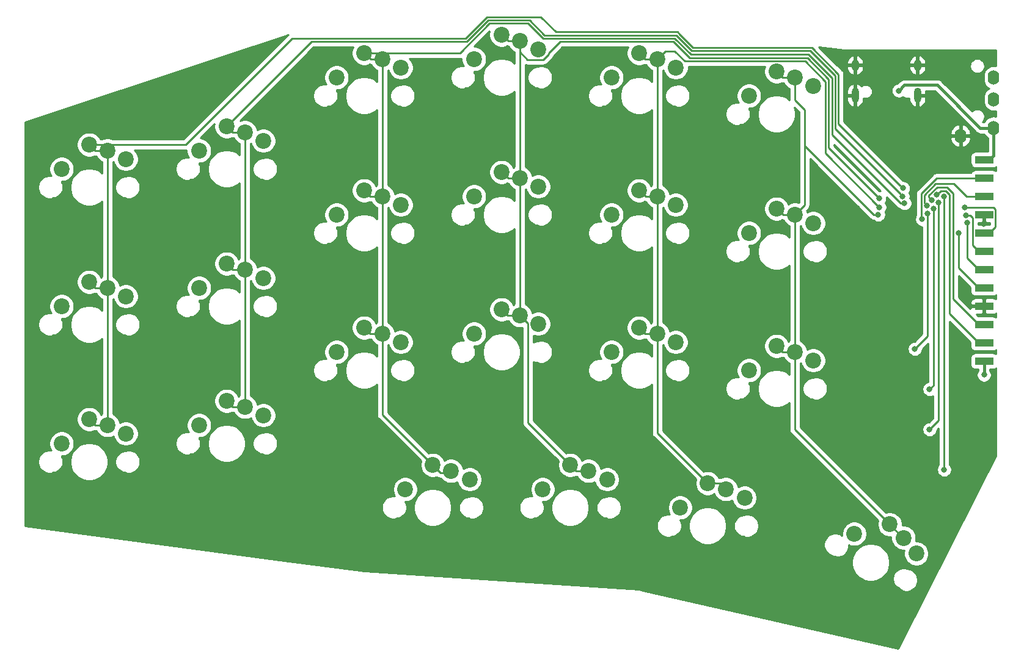
<source format=gbl>
G04 #@! TF.GenerationSoftware,KiCad,Pcbnew,5.1.9+dfsg1-1*
G04 #@! TF.CreationDate,2021-12-26T21:48:47+01:00*
G04 #@! TF.ProjectId,left,6c656674-2e6b-4696-9361-645f70636258,rev?*
G04 #@! TF.SameCoordinates,Original*
G04 #@! TF.FileFunction,Copper,L2,Bot*
G04 #@! TF.FilePolarity,Positive*
%FSLAX46Y46*%
G04 Gerber Fmt 4.6, Leading zero omitted, Abs format (unit mm)*
G04 Created by KiCad (PCBNEW 5.1.9+dfsg1-1) date 2021-12-26 21:48:47*
%MOMM*%
%LPD*%
G01*
G04 APERTURE LIST*
G04 #@! TA.AperFunction,ComponentPad*
%ADD10C,2.200000*%
G04 #@! TD*
G04 #@! TA.AperFunction,ComponentPad*
%ADD11O,1.600000X2.000000*%
G04 #@! TD*
G04 #@! TA.AperFunction,ComponentPad*
%ADD12O,1.000000X1.400000*%
G04 #@! TD*
G04 #@! TA.AperFunction,SMDPad,CuDef*
%ADD13R,2.500000X1.000000*%
G04 #@! TD*
G04 #@! TA.AperFunction,ComponentPad*
%ADD14O,1.000000X2.100000*%
G04 #@! TD*
G04 #@! TA.AperFunction,ComponentPad*
%ADD15O,1.000000X1.600000*%
G04 #@! TD*
G04 #@! TA.AperFunction,ViaPad*
%ADD16C,0.800000*%
G04 #@! TD*
G04 #@! TA.AperFunction,Conductor*
%ADD17C,0.250000*%
G04 #@! TD*
G04 #@! TA.AperFunction,Conductor*
%ADD18C,0.381000*%
G04 #@! TD*
G04 #@! TA.AperFunction,Conductor*
%ADD19C,0.254000*%
G04 #@! TD*
G04 #@! TA.AperFunction,Conductor*
%ADD20C,0.100000*%
G04 #@! TD*
G04 APERTURE END LIST*
D10*
X228935337Y-117530365D03*
X225263567Y-113464887D03*
X227170818Y-115332076D03*
X220354643Y-114771853D03*
X110490000Y-83185000D03*
X116840000Y-80645000D03*
X114300000Y-79825000D03*
X119400000Y-81825000D03*
X119400000Y-100875000D03*
X114300000Y-98875000D03*
X116840000Y-99695000D03*
X110490000Y-102235000D03*
X148590000Y-51435000D03*
X154940000Y-48895000D03*
X152400000Y-48075000D03*
X157500000Y-50075000D03*
X214650000Y-71665000D03*
X209550000Y-69665000D03*
X212090000Y-70485000D03*
X205740000Y-73025000D03*
X148590000Y-70485000D03*
X154940000Y-67945000D03*
X152400000Y-67125000D03*
X157500000Y-69125000D03*
X157500000Y-88175000D03*
X152400000Y-86175000D03*
X154940000Y-86995000D03*
X148590000Y-89535000D03*
X158115000Y-108585000D03*
X164465000Y-106045000D03*
X161925000Y-105225000D03*
X167025000Y-107225000D03*
X214650000Y-52615000D03*
X209550000Y-50615000D03*
X212090000Y-51435000D03*
X205740000Y-53975000D03*
X205740000Y-92075000D03*
X212090000Y-89535000D03*
X209550000Y-88715000D03*
X214650000Y-90715000D03*
X138450000Y-60235000D03*
X133350000Y-58235000D03*
X135890000Y-59055000D03*
X129540000Y-61595000D03*
X129540000Y-80645000D03*
X135890000Y-78105000D03*
X133350000Y-77285000D03*
X138450000Y-79285000D03*
X138450000Y-98335000D03*
X133350000Y-96335000D03*
X135890000Y-97155000D03*
X129540000Y-99695000D03*
X167640000Y-48895000D03*
X173990000Y-46355000D03*
X171450000Y-45535000D03*
X176550000Y-47535000D03*
X176550000Y-66585000D03*
X171450000Y-64585000D03*
X173990000Y-65405000D03*
X167640000Y-67945000D03*
X167640000Y-86995000D03*
X173990000Y-84455000D03*
X171450000Y-83635000D03*
X176550000Y-85635000D03*
X195600000Y-50075000D03*
X190500000Y-48075000D03*
X193040000Y-48895000D03*
X186690000Y-51435000D03*
X186690000Y-70485000D03*
X193040000Y-67945000D03*
X190500000Y-67125000D03*
X195600000Y-69125000D03*
X195600000Y-88175000D03*
X190500000Y-86175000D03*
X193040000Y-86995000D03*
X186690000Y-89535000D03*
X196215000Y-111125000D03*
X202565000Y-108585000D03*
X200025000Y-107765000D03*
X205125000Y-109765000D03*
X186075000Y-107225000D03*
X180975000Y-105225000D03*
X183515000Y-106045000D03*
X177165000Y-108585000D03*
X119400000Y-62775000D03*
X114300000Y-60775000D03*
X116840000Y-61595000D03*
X110490000Y-64135000D03*
D11*
X235063000Y-59560000D03*
X239663000Y-58460000D03*
X239663000Y-51460000D03*
X239663000Y-54460000D03*
D12*
X239663000Y-51460000D03*
X239663000Y-54460000D03*
X239663000Y-58460000D03*
X235063000Y-59560000D03*
D13*
X238315000Y-62865000D03*
X238315000Y-65405000D03*
X238315000Y-67945000D03*
X238315000Y-70485000D03*
X238315000Y-73025000D03*
X238315000Y-75565000D03*
X238315000Y-78105000D03*
X238315000Y-80645000D03*
X238315000Y-83185000D03*
X238315000Y-85725000D03*
X238315000Y-88265000D03*
X238315000Y-90805000D03*
D14*
X220470000Y-53930000D03*
X229110000Y-53930000D03*
D15*
X229110000Y-49750000D03*
X220470000Y-49750000D03*
D16*
X220345000Y-74422000D03*
X221996000Y-83947000D03*
X227965000Y-80137000D03*
X235712000Y-81280000D03*
X238252000Y-71755000D03*
X236347000Y-63627000D03*
X220726000Y-69596000D03*
X223520000Y-61214000D03*
X230505000Y-59690000D03*
X226507489Y-53279489D03*
X238315000Y-92710000D03*
X234823000Y-73025000D03*
X235966000Y-71628000D03*
X235819000Y-70592000D03*
X235616000Y-69469000D03*
X230505000Y-70358000D03*
X228727000Y-89118927D03*
X230759000Y-94706927D03*
X231295661Y-69612394D03*
X230759000Y-100294927D03*
X232035892Y-68843108D03*
X232791000Y-105882927D03*
X232727096Y-67934685D03*
X231733288Y-67744851D03*
X231039426Y-68464974D03*
X227075996Y-66802000D03*
X227035097Y-67928177D03*
X227296223Y-68893494D03*
X223773988Y-68199000D03*
X230377996Y-69215000D03*
X229743000Y-71120000D03*
X223830091Y-69450510D03*
X223647000Y-70484902D03*
D17*
X238125000Y-62675000D02*
X238315000Y-62865000D01*
D18*
X238482000Y-58460000D02*
X239663000Y-58460000D01*
X237793058Y-58460000D02*
X238482000Y-58460000D01*
X227297488Y-52489490D02*
X231822548Y-52489490D01*
X231822548Y-52489490D02*
X237793058Y-58460000D01*
X226507489Y-53279489D02*
X227297488Y-52489490D01*
X239065000Y-62865000D02*
X238315000Y-62865000D01*
X239649000Y-62281000D02*
X239065000Y-62865000D01*
X239649000Y-61976000D02*
X239649000Y-62281000D01*
X239663000Y-58460000D02*
X239663000Y-61962000D01*
X239663000Y-61962000D02*
X239649000Y-61976000D01*
X238315000Y-92710000D02*
X238315000Y-90805000D01*
D17*
X234823000Y-77903000D02*
X234823000Y-73590685D01*
X237565000Y-80645000D02*
X234823000Y-77903000D01*
X234823000Y-73590685D02*
X234823000Y-73025000D01*
X238315000Y-80645000D02*
X237565000Y-80645000D01*
X238315000Y-78105000D02*
X237565000Y-78105000D01*
X235966000Y-72193685D02*
X235966000Y-71628000D01*
X237565000Y-78105000D02*
X235966000Y-76506000D01*
X235966000Y-76506000D02*
X235966000Y-72193685D01*
X237565000Y-75565000D02*
X238315000Y-75565000D01*
X236739999Y-70947314D02*
X236739999Y-74739999D01*
X236384685Y-70592000D02*
X236739999Y-70947314D01*
X236739999Y-74739999D02*
X237565000Y-75565000D01*
X235819000Y-70592000D02*
X236384685Y-70592000D01*
X239890001Y-72199999D02*
X239065000Y-73025000D01*
X239890001Y-69724999D02*
X239890001Y-72199999D01*
X239634002Y-69469000D02*
X239890001Y-69724999D01*
X239065000Y-73025000D02*
X238315000Y-73025000D01*
X235616000Y-69469000D02*
X239634002Y-69469000D01*
X230505000Y-87340927D02*
X230505000Y-70358000D01*
X228727000Y-89118927D02*
X230505000Y-87340927D01*
X230759000Y-94706927D02*
X231295661Y-94170266D01*
X231295661Y-70178079D02*
X231295661Y-69612394D01*
X231295661Y-94170266D02*
X231295661Y-70178079D01*
X232035892Y-99018035D02*
X232035892Y-69408793D01*
X232035892Y-69408793D02*
X232035892Y-68843108D01*
X230759000Y-100294927D02*
X232035892Y-99018035D01*
X232791000Y-68072000D02*
X232791000Y-68072000D01*
X232791000Y-67998589D02*
X232727096Y-67934685D01*
X232791000Y-105882927D02*
X232791000Y-67998589D01*
X233553000Y-84253000D02*
X233553000Y-67687587D01*
X237565000Y-88265000D02*
X233553000Y-84253000D01*
X232314136Y-67164003D02*
X232133287Y-67344852D01*
X233029416Y-67164003D02*
X232314136Y-67164003D01*
X232133287Y-67344852D02*
X231733288Y-67744851D01*
X233553000Y-67687587D02*
X233029416Y-67164003D01*
X238315000Y-88265000D02*
X237565000Y-88265000D01*
X234061000Y-67559177D02*
X233157825Y-66656002D01*
X231796818Y-66656002D02*
X230639427Y-67813393D01*
X234061000Y-82221000D02*
X234061000Y-67559177D01*
X230639427Y-68064975D02*
X231039426Y-68464974D01*
X233157825Y-66656002D02*
X231796818Y-66656002D01*
X230639427Y-67813393D02*
X230639427Y-68064975D01*
X238315000Y-85725000D02*
X237565000Y-85725000D01*
X237565000Y-85725000D02*
X234061000Y-82221000D01*
X115120000Y-61595000D02*
X114300000Y-60775000D01*
X116840000Y-61595000D02*
X115120000Y-61595000D01*
X116840000Y-61595000D02*
X116840000Y-80645000D01*
X115120000Y-80645000D02*
X114300000Y-79825000D01*
X116840000Y-80645000D02*
X115120000Y-80645000D01*
X116840000Y-80645000D02*
X116840000Y-99695000D01*
X115120000Y-99695000D02*
X114300000Y-98875000D01*
X116840000Y-99695000D02*
X115120000Y-99695000D01*
X179004802Y-45131967D02*
X195833594Y-45131967D01*
X195833594Y-45131967D02*
X196097205Y-45395578D01*
X214435400Y-47301989D02*
X218139029Y-51005618D01*
X176914813Y-43041978D02*
X179004802Y-45131967D01*
X198003613Y-47301989D02*
X214435400Y-47301989D01*
X169427611Y-43041978D02*
X176914813Y-43041978D01*
X142436011Y-46031989D02*
X166437600Y-46031989D01*
X114300000Y-60775000D02*
X127693000Y-60775000D01*
X166437600Y-46031989D02*
X169427611Y-43041978D01*
X226675997Y-66402001D02*
X227075996Y-66802000D01*
X127693000Y-60775000D02*
X142436011Y-46031989D01*
X196097205Y-45395578D02*
X198003613Y-47301989D01*
X218139029Y-57865033D02*
X226675997Y-66402001D01*
X218139029Y-51005618D02*
X218139029Y-57865033D01*
X217689020Y-58582100D02*
X226635098Y-67528178D01*
X226635098Y-67528178D02*
X227035097Y-67928177D01*
X134170000Y-97155000D02*
X133350000Y-96335000D01*
X135890000Y-97155000D02*
X134170000Y-97155000D01*
X135890000Y-97155000D02*
X135890000Y-78105000D01*
X134170000Y-78105000D02*
X133350000Y-77285000D01*
X135890000Y-78105000D02*
X134170000Y-78105000D01*
X135890000Y-63233998D02*
X135890000Y-59055000D01*
X135890000Y-78105000D02*
X135890000Y-63233998D01*
X134170000Y-59055000D02*
X133350000Y-58235000D01*
X135890000Y-59055000D02*
X134170000Y-59055000D01*
X217689020Y-51192020D02*
X217689020Y-51943000D01*
X197817214Y-47752000D02*
X214249000Y-47752000D01*
X217689020Y-51943000D02*
X217689020Y-58582100D01*
X214249000Y-47752000D02*
X217689020Y-51192020D01*
X195647194Y-45581978D02*
X197817214Y-47752000D01*
X133350000Y-58235000D02*
X145103000Y-46482000D01*
X169614011Y-43491989D02*
X175319399Y-43491989D01*
X177409388Y-45581978D02*
X195647194Y-45581978D01*
X217689020Y-51825610D02*
X217689020Y-51943000D01*
X175319399Y-43491989D02*
X177409388Y-45581978D01*
X166624000Y-46482000D02*
X169614011Y-43491989D01*
X145103000Y-46482000D02*
X166624000Y-46482000D01*
X152564366Y-48075000D02*
X152400000Y-48075000D01*
X153384366Y-48895000D02*
X152564366Y-48075000D01*
X154940000Y-48895000D02*
X153384366Y-48895000D01*
X154940000Y-48895000D02*
X154940000Y-67945000D01*
X153220000Y-67945000D02*
X152400000Y-67125000D01*
X154940000Y-67945000D02*
X153220000Y-67945000D01*
X154940000Y-67945000D02*
X154940000Y-86995000D01*
X153220000Y-86995000D02*
X152400000Y-86175000D01*
X154940000Y-86995000D02*
X153220000Y-86995000D01*
X154940000Y-98240000D02*
X161925000Y-105225000D01*
X154940000Y-86995000D02*
X154940000Y-98240000D01*
X164185001Y-106324999D02*
X164465000Y-106045000D01*
X163024999Y-106324999D02*
X164185001Y-106324999D01*
X161925000Y-105225000D02*
X163024999Y-106324999D01*
X213997822Y-48260000D02*
X217239011Y-51501189D01*
X195460794Y-46031989D02*
X197688804Y-48260000D01*
X197688804Y-48260000D02*
X213997822Y-48260000D01*
X152400000Y-48075000D02*
X165667411Y-48075000D01*
X217239011Y-51501189D02*
X217239010Y-59401966D01*
X175132999Y-43942000D02*
X177222988Y-46031989D01*
X165667411Y-48075000D02*
X169800411Y-43942000D01*
X169800411Y-43942000D02*
X175132999Y-43942000D01*
X226730538Y-68893494D02*
X227296223Y-68893494D01*
X177222988Y-46031989D02*
X195460794Y-46031989D01*
X217239010Y-59401966D02*
X226730538Y-68893494D01*
X223773988Y-68199000D02*
X216789000Y-61214012D01*
X216789000Y-61214012D02*
X216789000Y-57658000D01*
X216789000Y-57658000D02*
X216789000Y-58571000D01*
X181795000Y-106045000D02*
X180975000Y-105225000D01*
X183515000Y-106045000D02*
X181795000Y-106045000D01*
X175089999Y-85554999D02*
X173990000Y-84455000D01*
X175124999Y-85589999D02*
X175089999Y-85554999D01*
X175124999Y-99374999D02*
X175124999Y-85589999D01*
X180975000Y-105225000D02*
X175124999Y-99374999D01*
X172270000Y-84455000D02*
X171450000Y-83635000D01*
X173990000Y-84455000D02*
X172270000Y-84455000D01*
X173990000Y-82899366D02*
X173990000Y-65405000D01*
X173990000Y-84455000D02*
X173990000Y-82899366D01*
X171614366Y-64585000D02*
X171450000Y-64585000D01*
X172434366Y-65405000D02*
X171614366Y-64585000D01*
X173990000Y-65405000D02*
X172434366Y-65405000D01*
X173990000Y-63849366D02*
X173990000Y-46355000D01*
X173990000Y-65405000D02*
X173990000Y-63849366D01*
X171614366Y-45535000D02*
X171450000Y-45535000D01*
X172434366Y-46355000D02*
X171614366Y-45535000D01*
X173990000Y-46355000D02*
X172434366Y-46355000D01*
X195274394Y-46482000D02*
X197532382Y-48739988D01*
X179564002Y-46482000D02*
X195274394Y-46482000D01*
X197532382Y-48739988D02*
X213841399Y-48739988D01*
X177975001Y-48071001D02*
X179564002Y-46482000D01*
X177975001Y-48219001D02*
X177975001Y-48071001D01*
X173990000Y-47910634D02*
X175039367Y-48960001D01*
X216789000Y-51814589D02*
X216789000Y-57658000D01*
X213841399Y-48739988D02*
X216789000Y-51687589D01*
X177234001Y-48960001D02*
X177975001Y-48219001D01*
X175039367Y-48960001D02*
X177234001Y-48960001D01*
X216789000Y-51687589D02*
X216789000Y-51814589D01*
X173990000Y-46355000D02*
X173990000Y-47910634D01*
X230066011Y-67750399D02*
X230066011Y-68903015D01*
X230066011Y-68903015D02*
X230377996Y-69215000D01*
X235899999Y-67945000D02*
X234160990Y-66205991D01*
X231610419Y-66205991D02*
X230066011Y-67750399D01*
X234160990Y-66205991D02*
X231610419Y-66205991D01*
X238315000Y-67945000D02*
X235899999Y-67945000D01*
X229616000Y-67564000D02*
X229616000Y-70993000D01*
X238315000Y-65405000D02*
X231775000Y-65405000D01*
X229616000Y-70993000D02*
X229743000Y-71120000D01*
X231775000Y-65405000D02*
X229616000Y-67564000D01*
X191320000Y-48895000D02*
X190500000Y-48075000D01*
X193040000Y-48895000D02*
X191320000Y-48895000D01*
X190664366Y-67125000D02*
X190500000Y-67125000D01*
X191484366Y-67945000D02*
X190664366Y-67125000D01*
X193040000Y-67945000D02*
X191484366Y-67945000D01*
X193040000Y-48895000D02*
X193040000Y-67945000D01*
X193040000Y-67945000D02*
X193040000Y-86995000D01*
X191320000Y-86995000D02*
X190500000Y-86175000D01*
X193040000Y-86995000D02*
X191320000Y-86995000D01*
X193040000Y-100780000D02*
X200025000Y-107765000D01*
X193040000Y-86995000D02*
X193040000Y-100780000D01*
X201745000Y-107765000D02*
X202565000Y-108585000D01*
X200025000Y-107765000D02*
X201745000Y-107765000D01*
X194139999Y-47795001D02*
X193040000Y-48895000D01*
X195429003Y-47795001D02*
X194139999Y-47795001D01*
X196824001Y-49189999D02*
X195429003Y-47795001D01*
X216338989Y-61959408D02*
X216338989Y-52000989D01*
X213527999Y-49189999D02*
X196824001Y-49189999D01*
X216338989Y-52000989D02*
X213527999Y-49189999D01*
X223830091Y-69450510D02*
X216338989Y-61959408D01*
X213429999Y-60267901D02*
X213429999Y-55909212D01*
X212090000Y-54569213D02*
X212090000Y-51435000D01*
X213429999Y-55909212D02*
X212090000Y-54569213D01*
X210370000Y-51435000D02*
X209550000Y-50615000D01*
X212090000Y-51435000D02*
X210370000Y-51435000D01*
X213429999Y-69145001D02*
X212090000Y-70485000D01*
X213429999Y-60267901D02*
X213429999Y-69145001D01*
X212090000Y-70485000D02*
X212090000Y-89535000D01*
X210370000Y-89535000D02*
X209550000Y-88715000D01*
X212090000Y-89535000D02*
X210370000Y-89535000D01*
X209714366Y-69665000D02*
X209550000Y-69665000D01*
X210534366Y-70485000D02*
X209714366Y-69665000D01*
X212090000Y-70485000D02*
X210534366Y-70485000D01*
X212090000Y-100291320D02*
X225263567Y-113464887D01*
X212090000Y-89535000D02*
X212090000Y-100291320D01*
X227130756Y-115332076D02*
X227170818Y-115332076D01*
X225263567Y-113464887D02*
X227130756Y-115332076D01*
X213429999Y-60902999D02*
X213429999Y-60267901D01*
X223647000Y-70484902D02*
X223011902Y-70484902D01*
X223011902Y-70484902D02*
X213429999Y-60902999D01*
X167640000Y-48895000D02*
X167705001Y-48960001D01*
D19*
X169715000Y-45364117D02*
X169715000Y-45705883D01*
X169781675Y-46041081D01*
X169912463Y-46356831D01*
X170102337Y-46640998D01*
X170344002Y-46882663D01*
X170628169Y-47072537D01*
X170943919Y-47203325D01*
X171279117Y-47270000D01*
X171620883Y-47270000D01*
X171956081Y-47203325D01*
X172233707Y-47088328D01*
X172285380Y-47104003D01*
X172397033Y-47115000D01*
X172397042Y-47115000D01*
X172428120Y-47118061D01*
X172452463Y-47176831D01*
X172642337Y-47460998D01*
X172884002Y-47702663D01*
X173168169Y-47892537D01*
X173226939Y-47916880D01*
X173230001Y-47947966D01*
X173230001Y-49488548D01*
X173129715Y-49388262D01*
X172698141Y-49099893D01*
X172218601Y-48901261D01*
X171709525Y-48800000D01*
X171190475Y-48800000D01*
X170681399Y-48901261D01*
X170201859Y-49099893D01*
X169770285Y-49388262D01*
X169403262Y-49755285D01*
X169114893Y-50186859D01*
X168916261Y-50666399D01*
X168815000Y-51175475D01*
X168815000Y-51694525D01*
X168916261Y-52203601D01*
X169114893Y-52683141D01*
X169403262Y-53114715D01*
X169770285Y-53481738D01*
X170201859Y-53770107D01*
X170681399Y-53968739D01*
X171190475Y-54070000D01*
X171709525Y-54070000D01*
X172218601Y-53968739D01*
X172698141Y-53770107D01*
X173129715Y-53481738D01*
X173230001Y-53381452D01*
X173230000Y-63841852D01*
X173168169Y-63867463D01*
X173060528Y-63939386D01*
X172987537Y-63763169D01*
X172797663Y-63479002D01*
X172555998Y-63237337D01*
X172271831Y-63047463D01*
X171956081Y-62916675D01*
X171620883Y-62850000D01*
X171279117Y-62850000D01*
X170943919Y-62916675D01*
X170628169Y-63047463D01*
X170344002Y-63237337D01*
X170102337Y-63479002D01*
X169912463Y-63763169D01*
X169781675Y-64078919D01*
X169715000Y-64414117D01*
X169715000Y-64755883D01*
X169781675Y-65091081D01*
X169912463Y-65406831D01*
X170102337Y-65690998D01*
X170344002Y-65932663D01*
X170628169Y-66122537D01*
X170943919Y-66253325D01*
X171279117Y-66320000D01*
X171620883Y-66320000D01*
X171956081Y-66253325D01*
X172233707Y-66138328D01*
X172285380Y-66154003D01*
X172397033Y-66165000D01*
X172397042Y-66165000D01*
X172428120Y-66168061D01*
X172452463Y-66226831D01*
X172642337Y-66510998D01*
X172884002Y-66752663D01*
X173168169Y-66942537D01*
X173230001Y-66968149D01*
X173230001Y-68538548D01*
X173129715Y-68438262D01*
X172698141Y-68149893D01*
X172218601Y-67951261D01*
X171709525Y-67850000D01*
X171190475Y-67850000D01*
X170681399Y-67951261D01*
X170201859Y-68149893D01*
X169770285Y-68438262D01*
X169403262Y-68805285D01*
X169114893Y-69236859D01*
X168916261Y-69716399D01*
X168815000Y-70225475D01*
X168815000Y-70744525D01*
X168916261Y-71253601D01*
X169114893Y-71733141D01*
X169403262Y-72164715D01*
X169770285Y-72531738D01*
X170201859Y-72820107D01*
X170681399Y-73018739D01*
X171190475Y-73120000D01*
X171709525Y-73120000D01*
X172218601Y-73018739D01*
X172698141Y-72820107D01*
X173129715Y-72531738D01*
X173230001Y-72431452D01*
X173230000Y-82891852D01*
X173168169Y-82917463D01*
X173060528Y-82989386D01*
X172987537Y-82813169D01*
X172797663Y-82529002D01*
X172555998Y-82287337D01*
X172271831Y-82097463D01*
X171956081Y-81966675D01*
X171620883Y-81900000D01*
X171279117Y-81900000D01*
X170943919Y-81966675D01*
X170628169Y-82097463D01*
X170344002Y-82287337D01*
X170102337Y-82529002D01*
X169912463Y-82813169D01*
X169781675Y-83128919D01*
X169715000Y-83464117D01*
X169715000Y-83805883D01*
X169781675Y-84141081D01*
X169912463Y-84456831D01*
X170102337Y-84740998D01*
X170344002Y-84982663D01*
X170628169Y-85172537D01*
X170943919Y-85303325D01*
X171279117Y-85370000D01*
X171620883Y-85370000D01*
X171956081Y-85303325D01*
X172181486Y-85209959D01*
X172232667Y-85215000D01*
X172232676Y-85215000D01*
X172269999Y-85218676D01*
X172307322Y-85215000D01*
X172426852Y-85215000D01*
X172452463Y-85276831D01*
X172642337Y-85560998D01*
X172884002Y-85802663D01*
X173168169Y-85992537D01*
X173483919Y-86123325D01*
X173819117Y-86190000D01*
X174160883Y-86190000D01*
X174365000Y-86149399D01*
X174364999Y-99337677D01*
X174361323Y-99374999D01*
X174364999Y-99412321D01*
X174364999Y-99412331D01*
X174375996Y-99523984D01*
X174399055Y-99600000D01*
X174419453Y-99667245D01*
X174490025Y-99799275D01*
X174526718Y-99843985D01*
X174584998Y-99915000D01*
X174614002Y-99938803D01*
X179332286Y-104657088D01*
X179306675Y-104718919D01*
X179240000Y-105054117D01*
X179240000Y-105395883D01*
X179306675Y-105731081D01*
X179437463Y-106046831D01*
X179627337Y-106330998D01*
X179869002Y-106572663D01*
X180153169Y-106762537D01*
X180468919Y-106893325D01*
X180804117Y-106960000D01*
X181145883Y-106960000D01*
X181481081Y-106893325D01*
X181706486Y-106799959D01*
X181757667Y-106805000D01*
X181757676Y-106805000D01*
X181794999Y-106808676D01*
X181832322Y-106805000D01*
X181951852Y-106805000D01*
X181977463Y-106866831D01*
X182167337Y-107150998D01*
X182409002Y-107392663D01*
X182693169Y-107582537D01*
X183008919Y-107713325D01*
X183344117Y-107780000D01*
X183685883Y-107780000D01*
X184021081Y-107713325D01*
X184336831Y-107582537D01*
X184372400Y-107558770D01*
X184406675Y-107731081D01*
X184537463Y-108046831D01*
X184727337Y-108330998D01*
X184969002Y-108572663D01*
X185253169Y-108762537D01*
X185568919Y-108893325D01*
X185904117Y-108960000D01*
X186245883Y-108960000D01*
X186581081Y-108893325D01*
X186896831Y-108762537D01*
X187180998Y-108572663D01*
X187422663Y-108330998D01*
X187612537Y-108046831D01*
X187743325Y-107731081D01*
X187810000Y-107395883D01*
X187810000Y-107054117D01*
X187743325Y-106718919D01*
X187612537Y-106403169D01*
X187422663Y-106119002D01*
X187180998Y-105877337D01*
X186896831Y-105687463D01*
X186581081Y-105556675D01*
X186245883Y-105490000D01*
X185904117Y-105490000D01*
X185568919Y-105556675D01*
X185253169Y-105687463D01*
X185217600Y-105711230D01*
X185183325Y-105538919D01*
X185052537Y-105223169D01*
X184862663Y-104939002D01*
X184620998Y-104697337D01*
X184336831Y-104507463D01*
X184021081Y-104376675D01*
X183685883Y-104310000D01*
X183344117Y-104310000D01*
X183008919Y-104376675D01*
X182693169Y-104507463D01*
X182585528Y-104579386D01*
X182512537Y-104403169D01*
X182322663Y-104119002D01*
X182080998Y-103877337D01*
X181796831Y-103687463D01*
X181481081Y-103556675D01*
X181145883Y-103490000D01*
X180804117Y-103490000D01*
X180468919Y-103556675D01*
X180407088Y-103582286D01*
X175884999Y-99060198D01*
X175884999Y-91918891D01*
X183415000Y-91918891D01*
X183415000Y-92231109D01*
X183475911Y-92537327D01*
X183595391Y-92825779D01*
X183768850Y-93085379D01*
X183989621Y-93306150D01*
X184249221Y-93479609D01*
X184537673Y-93599089D01*
X184843891Y-93660000D01*
X185156109Y-93660000D01*
X185462327Y-93599089D01*
X185556697Y-93560000D01*
X185566260Y-93560000D01*
X185853158Y-93502932D01*
X186123411Y-93390990D01*
X186366632Y-93228475D01*
X186573475Y-93021632D01*
X186735990Y-92778411D01*
X186847932Y-92508158D01*
X186905000Y-92221260D01*
X186905000Y-91928740D01*
X186847932Y-91641842D01*
X186735990Y-91371589D01*
X186668110Y-91270000D01*
X186860883Y-91270000D01*
X187196081Y-91203325D01*
X187511831Y-91072537D01*
X187795998Y-90882663D01*
X188037663Y-90640998D01*
X188227537Y-90356831D01*
X188358325Y-90041081D01*
X188425000Y-89705883D01*
X188425000Y-89364117D01*
X188358325Y-89028919D01*
X188227537Y-88713169D01*
X188037663Y-88429002D01*
X187795998Y-88187337D01*
X187511831Y-87997463D01*
X187196081Y-87866675D01*
X186860883Y-87800000D01*
X186519117Y-87800000D01*
X186183919Y-87866675D01*
X185868169Y-87997463D01*
X185584002Y-88187337D01*
X185342337Y-88429002D01*
X185152463Y-88713169D01*
X185021675Y-89028919D01*
X184955000Y-89364117D01*
X184955000Y-89705883D01*
X185021675Y-90041081D01*
X185152463Y-90356831D01*
X185254524Y-90509576D01*
X185156109Y-90490000D01*
X184843891Y-90490000D01*
X184537673Y-90550911D01*
X184249221Y-90670391D01*
X183989621Y-90843850D01*
X183768850Y-91064621D01*
X183595391Y-91324221D01*
X183475911Y-91612673D01*
X183415000Y-91918891D01*
X175884999Y-91918891D01*
X175884999Y-90875184D01*
X176096842Y-90962932D01*
X176383740Y-91020000D01*
X176393303Y-91020000D01*
X176487673Y-91059089D01*
X176793891Y-91120000D01*
X177106109Y-91120000D01*
X177412327Y-91059089D01*
X177700779Y-90939609D01*
X177960379Y-90766150D01*
X178181150Y-90545379D01*
X178354609Y-90285779D01*
X178474089Y-89997327D01*
X178535000Y-89691109D01*
X178535000Y-89378891D01*
X178474089Y-89072673D01*
X178354609Y-88784221D01*
X178181150Y-88524621D01*
X177960379Y-88303850D01*
X177700779Y-88130391D01*
X177412327Y-88010911D01*
X177106109Y-87950000D01*
X176793891Y-87950000D01*
X176487673Y-88010911D01*
X176393303Y-88050000D01*
X176383740Y-88050000D01*
X176096842Y-88107068D01*
X175884999Y-88194816D01*
X175884999Y-87237498D01*
X176043919Y-87303325D01*
X176379117Y-87370000D01*
X176720883Y-87370000D01*
X177056081Y-87303325D01*
X177371831Y-87172537D01*
X177655998Y-86982663D01*
X177897663Y-86740998D01*
X178087537Y-86456831D01*
X178218325Y-86141081D01*
X178285000Y-85805883D01*
X178285000Y-85464117D01*
X178218325Y-85128919D01*
X178087537Y-84813169D01*
X177897663Y-84529002D01*
X177655998Y-84287337D01*
X177371831Y-84097463D01*
X177056081Y-83966675D01*
X176720883Y-83900000D01*
X176379117Y-83900000D01*
X176043919Y-83966675D01*
X175728169Y-84097463D01*
X175692600Y-84121230D01*
X175658325Y-83948919D01*
X175527537Y-83633169D01*
X175337663Y-83349002D01*
X175095998Y-83107337D01*
X174811831Y-82917463D01*
X174750000Y-82891852D01*
X174750000Y-72868891D01*
X183415000Y-72868891D01*
X183415000Y-73181109D01*
X183475911Y-73487327D01*
X183595391Y-73775779D01*
X183768850Y-74035379D01*
X183989621Y-74256150D01*
X184249221Y-74429609D01*
X184537673Y-74549089D01*
X184843891Y-74610000D01*
X185156109Y-74610000D01*
X185462327Y-74549089D01*
X185556697Y-74510000D01*
X185566260Y-74510000D01*
X185853158Y-74452932D01*
X186123411Y-74340990D01*
X186366632Y-74178475D01*
X186573475Y-73971632D01*
X186735990Y-73728411D01*
X186847932Y-73458158D01*
X186905000Y-73171260D01*
X186905000Y-72878740D01*
X186847932Y-72591842D01*
X186735990Y-72321589D01*
X186668110Y-72220000D01*
X186860883Y-72220000D01*
X187196081Y-72153325D01*
X187511831Y-72022537D01*
X187795998Y-71832663D01*
X188037663Y-71590998D01*
X188227537Y-71306831D01*
X188358325Y-70991081D01*
X188425000Y-70655883D01*
X188425000Y-70314117D01*
X188358325Y-69978919D01*
X188227537Y-69663169D01*
X188037663Y-69379002D01*
X187795998Y-69137337D01*
X187511831Y-68947463D01*
X187196081Y-68816675D01*
X186860883Y-68750000D01*
X186519117Y-68750000D01*
X186183919Y-68816675D01*
X185868169Y-68947463D01*
X185584002Y-69137337D01*
X185342337Y-69379002D01*
X185152463Y-69663169D01*
X185021675Y-69978919D01*
X184955000Y-70314117D01*
X184955000Y-70655883D01*
X185021675Y-70991081D01*
X185152463Y-71306831D01*
X185254524Y-71459576D01*
X185156109Y-71440000D01*
X184843891Y-71440000D01*
X184537673Y-71500911D01*
X184249221Y-71620391D01*
X183989621Y-71793850D01*
X183768850Y-72014621D01*
X183595391Y-72274221D01*
X183475911Y-72562673D01*
X183415000Y-72868891D01*
X174750000Y-72868891D01*
X174750000Y-70338740D01*
X175045000Y-70338740D01*
X175045000Y-70631260D01*
X175102068Y-70918158D01*
X175214010Y-71188411D01*
X175376525Y-71431632D01*
X175583368Y-71638475D01*
X175826589Y-71800990D01*
X176096842Y-71912932D01*
X176383740Y-71970000D01*
X176393303Y-71970000D01*
X176487673Y-72009089D01*
X176793891Y-72070000D01*
X177106109Y-72070000D01*
X177412327Y-72009089D01*
X177700779Y-71889609D01*
X177960379Y-71716150D01*
X178181150Y-71495379D01*
X178354609Y-71235779D01*
X178474089Y-70947327D01*
X178535000Y-70641109D01*
X178535000Y-70328891D01*
X178474089Y-70022673D01*
X178354609Y-69734221D01*
X178181150Y-69474621D01*
X177960379Y-69253850D01*
X177700779Y-69080391D01*
X177412327Y-68960911D01*
X177106109Y-68900000D01*
X176793891Y-68900000D01*
X176487673Y-68960911D01*
X176393303Y-69000000D01*
X176383740Y-69000000D01*
X176096842Y-69057068D01*
X175826589Y-69169010D01*
X175583368Y-69331525D01*
X175376525Y-69538368D01*
X175214010Y-69781589D01*
X175102068Y-70051842D01*
X175045000Y-70338740D01*
X174750000Y-70338740D01*
X174750000Y-66968148D01*
X174811831Y-66942537D01*
X174847400Y-66918770D01*
X174881675Y-67091081D01*
X175012463Y-67406831D01*
X175202337Y-67690998D01*
X175444002Y-67932663D01*
X175728169Y-68122537D01*
X176043919Y-68253325D01*
X176379117Y-68320000D01*
X176720883Y-68320000D01*
X177056081Y-68253325D01*
X177371831Y-68122537D01*
X177655998Y-67932663D01*
X177897663Y-67690998D01*
X178087537Y-67406831D01*
X178218325Y-67091081D01*
X178285000Y-66755883D01*
X178285000Y-66414117D01*
X178218325Y-66078919D01*
X178087537Y-65763169D01*
X177897663Y-65479002D01*
X177655998Y-65237337D01*
X177371831Y-65047463D01*
X177056081Y-64916675D01*
X176720883Y-64850000D01*
X176379117Y-64850000D01*
X176043919Y-64916675D01*
X175728169Y-65047463D01*
X175692600Y-65071230D01*
X175658325Y-64898919D01*
X175527537Y-64583169D01*
X175337663Y-64299002D01*
X175095998Y-64057337D01*
X174811831Y-63867463D01*
X174750000Y-63841852D01*
X174750000Y-53818891D01*
X183415000Y-53818891D01*
X183415000Y-54131109D01*
X183475911Y-54437327D01*
X183595391Y-54725779D01*
X183768850Y-54985379D01*
X183989621Y-55206150D01*
X184249221Y-55379609D01*
X184537673Y-55499089D01*
X184843891Y-55560000D01*
X185156109Y-55560000D01*
X185462327Y-55499089D01*
X185556697Y-55460000D01*
X185566260Y-55460000D01*
X185853158Y-55402932D01*
X186123411Y-55290990D01*
X186366632Y-55128475D01*
X186573475Y-54921632D01*
X186735990Y-54678411D01*
X186847932Y-54408158D01*
X186905000Y-54121260D01*
X186905000Y-53828740D01*
X186847932Y-53541842D01*
X186735990Y-53271589D01*
X186668110Y-53170000D01*
X186860883Y-53170000D01*
X187196081Y-53103325D01*
X187511831Y-52972537D01*
X187795998Y-52782663D01*
X188037663Y-52540998D01*
X188227537Y-52256831D01*
X188358325Y-51941081D01*
X188425000Y-51605883D01*
X188425000Y-51264117D01*
X188358325Y-50928919D01*
X188227537Y-50613169D01*
X188037663Y-50329002D01*
X187795998Y-50087337D01*
X187511831Y-49897463D01*
X187196081Y-49766675D01*
X186860883Y-49700000D01*
X186519117Y-49700000D01*
X186183919Y-49766675D01*
X185868169Y-49897463D01*
X185584002Y-50087337D01*
X185342337Y-50329002D01*
X185152463Y-50613169D01*
X185021675Y-50928919D01*
X184955000Y-51264117D01*
X184955000Y-51605883D01*
X185021675Y-51941081D01*
X185152463Y-52256831D01*
X185254524Y-52409576D01*
X185156109Y-52390000D01*
X184843891Y-52390000D01*
X184537673Y-52450911D01*
X184249221Y-52570391D01*
X183989621Y-52743850D01*
X183768850Y-52964621D01*
X183595391Y-53224221D01*
X183475911Y-53512673D01*
X183415000Y-53818891D01*
X174750000Y-53818891D01*
X174750000Y-51288740D01*
X175045000Y-51288740D01*
X175045000Y-51581260D01*
X175102068Y-51868158D01*
X175214010Y-52138411D01*
X175376525Y-52381632D01*
X175583368Y-52588475D01*
X175826589Y-52750990D01*
X176096842Y-52862932D01*
X176383740Y-52920000D01*
X176393303Y-52920000D01*
X176487673Y-52959089D01*
X176793891Y-53020000D01*
X177106109Y-53020000D01*
X177412327Y-52959089D01*
X177700779Y-52839609D01*
X177960379Y-52666150D01*
X178181150Y-52445379D01*
X178354609Y-52185779D01*
X178474089Y-51897327D01*
X178535000Y-51591109D01*
X178535000Y-51278891D01*
X178474089Y-50972673D01*
X178354609Y-50684221D01*
X178181150Y-50424621D01*
X177960379Y-50203850D01*
X177700779Y-50030391D01*
X177412327Y-49910911D01*
X177106109Y-49850000D01*
X176793891Y-49850000D01*
X176487673Y-49910911D01*
X176393303Y-49950000D01*
X176383740Y-49950000D01*
X176096842Y-50007068D01*
X175826589Y-50119010D01*
X175583368Y-50281525D01*
X175376525Y-50488368D01*
X175214010Y-50731589D01*
X175102068Y-51001842D01*
X175045000Y-51288740D01*
X174750000Y-51288740D01*
X174750000Y-49666421D01*
X174890381Y-49709004D01*
X175002034Y-49720001D01*
X175002043Y-49720001D01*
X175039366Y-49723677D01*
X175076689Y-49720001D01*
X177196679Y-49720001D01*
X177234001Y-49723677D01*
X177271323Y-49720001D01*
X177271334Y-49720001D01*
X177382987Y-49709004D01*
X177526248Y-49665547D01*
X177658277Y-49594975D01*
X177774002Y-49500002D01*
X177797804Y-49470999D01*
X178486005Y-48782799D01*
X178515002Y-48759002D01*
X178609975Y-48643277D01*
X178680547Y-48511248D01*
X178711459Y-48409345D01*
X179878804Y-47242000D01*
X188969926Y-47242000D01*
X188962463Y-47253169D01*
X188831675Y-47568919D01*
X188765000Y-47904117D01*
X188765000Y-48245883D01*
X188831675Y-48581081D01*
X188962463Y-48896831D01*
X189152337Y-49180998D01*
X189394002Y-49422663D01*
X189678169Y-49612537D01*
X189993919Y-49743325D01*
X190329117Y-49810000D01*
X190670883Y-49810000D01*
X191006081Y-49743325D01*
X191231486Y-49649959D01*
X191282667Y-49655000D01*
X191282676Y-49655000D01*
X191319999Y-49658676D01*
X191357322Y-49655000D01*
X191476852Y-49655000D01*
X191502463Y-49716831D01*
X191692337Y-50000998D01*
X191934002Y-50242663D01*
X192218169Y-50432537D01*
X192280000Y-50458148D01*
X192280000Y-52028547D01*
X192179715Y-51928262D01*
X191748141Y-51639893D01*
X191268601Y-51441261D01*
X190759525Y-51340000D01*
X190240475Y-51340000D01*
X189731399Y-51441261D01*
X189251859Y-51639893D01*
X188820285Y-51928262D01*
X188453262Y-52295285D01*
X188164893Y-52726859D01*
X187966261Y-53206399D01*
X187865000Y-53715475D01*
X187865000Y-54234525D01*
X187966261Y-54743601D01*
X188164893Y-55223141D01*
X188453262Y-55654715D01*
X188820285Y-56021738D01*
X189251859Y-56310107D01*
X189731399Y-56508739D01*
X190240475Y-56610000D01*
X190759525Y-56610000D01*
X191268601Y-56508739D01*
X191748141Y-56310107D01*
X192179715Y-56021738D01*
X192280000Y-55921453D01*
X192280001Y-66381851D01*
X192218169Y-66407463D01*
X192110528Y-66479386D01*
X192037537Y-66303169D01*
X191847663Y-66019002D01*
X191605998Y-65777337D01*
X191321831Y-65587463D01*
X191006081Y-65456675D01*
X190670883Y-65390000D01*
X190329117Y-65390000D01*
X189993919Y-65456675D01*
X189678169Y-65587463D01*
X189394002Y-65777337D01*
X189152337Y-66019002D01*
X188962463Y-66303169D01*
X188831675Y-66618919D01*
X188765000Y-66954117D01*
X188765000Y-67295883D01*
X188831675Y-67631081D01*
X188962463Y-67946831D01*
X189152337Y-68230998D01*
X189394002Y-68472663D01*
X189678169Y-68662537D01*
X189993919Y-68793325D01*
X190329117Y-68860000D01*
X190670883Y-68860000D01*
X191006081Y-68793325D01*
X191283707Y-68678328D01*
X191335380Y-68694003D01*
X191447033Y-68705000D01*
X191447042Y-68705000D01*
X191478120Y-68708061D01*
X191502463Y-68766831D01*
X191692337Y-69050998D01*
X191934002Y-69292663D01*
X192218169Y-69482537D01*
X192280000Y-69508148D01*
X192280000Y-71078547D01*
X192179715Y-70978262D01*
X191748141Y-70689893D01*
X191268601Y-70491261D01*
X190759525Y-70390000D01*
X190240475Y-70390000D01*
X189731399Y-70491261D01*
X189251859Y-70689893D01*
X188820285Y-70978262D01*
X188453262Y-71345285D01*
X188164893Y-71776859D01*
X187966261Y-72256399D01*
X187865000Y-72765475D01*
X187865000Y-73284525D01*
X187966261Y-73793601D01*
X188164893Y-74273141D01*
X188453262Y-74704715D01*
X188820285Y-75071738D01*
X189251859Y-75360107D01*
X189731399Y-75558739D01*
X190240475Y-75660000D01*
X190759525Y-75660000D01*
X191268601Y-75558739D01*
X191748141Y-75360107D01*
X192179715Y-75071738D01*
X192280000Y-74971453D01*
X192280001Y-85431851D01*
X192218169Y-85457463D01*
X192110528Y-85529386D01*
X192037537Y-85353169D01*
X191847663Y-85069002D01*
X191605998Y-84827337D01*
X191321831Y-84637463D01*
X191006081Y-84506675D01*
X190670883Y-84440000D01*
X190329117Y-84440000D01*
X189993919Y-84506675D01*
X189678169Y-84637463D01*
X189394002Y-84827337D01*
X189152337Y-85069002D01*
X188962463Y-85353169D01*
X188831675Y-85668919D01*
X188765000Y-86004117D01*
X188765000Y-86345883D01*
X188831675Y-86681081D01*
X188962463Y-86996831D01*
X189152337Y-87280998D01*
X189394002Y-87522663D01*
X189678169Y-87712537D01*
X189993919Y-87843325D01*
X190329117Y-87910000D01*
X190670883Y-87910000D01*
X191006081Y-87843325D01*
X191231486Y-87749959D01*
X191282667Y-87755000D01*
X191282676Y-87755000D01*
X191319999Y-87758676D01*
X191357322Y-87755000D01*
X191476852Y-87755000D01*
X191502463Y-87816831D01*
X191692337Y-88100998D01*
X191934002Y-88342663D01*
X192218169Y-88532537D01*
X192280000Y-88558148D01*
X192280000Y-90128547D01*
X192179715Y-90028262D01*
X191748141Y-89739893D01*
X191268601Y-89541261D01*
X190759525Y-89440000D01*
X190240475Y-89440000D01*
X189731399Y-89541261D01*
X189251859Y-89739893D01*
X188820285Y-90028262D01*
X188453262Y-90395285D01*
X188164893Y-90826859D01*
X187966261Y-91306399D01*
X187865000Y-91815475D01*
X187865000Y-92334525D01*
X187966261Y-92843601D01*
X188164893Y-93323141D01*
X188453262Y-93754715D01*
X188820285Y-94121738D01*
X189251859Y-94410107D01*
X189731399Y-94608739D01*
X190240475Y-94710000D01*
X190759525Y-94710000D01*
X191268601Y-94608739D01*
X191748141Y-94410107D01*
X192179715Y-94121738D01*
X192280001Y-94021452D01*
X192280001Y-100742668D01*
X192276324Y-100780000D01*
X192280001Y-100817333D01*
X192290998Y-100928986D01*
X192304180Y-100972442D01*
X192334454Y-101072246D01*
X192405026Y-101204276D01*
X192474039Y-101288368D01*
X192500000Y-101320001D01*
X192528998Y-101343799D01*
X198382286Y-107197088D01*
X198356675Y-107258919D01*
X198290000Y-107594117D01*
X198290000Y-107935883D01*
X198356675Y-108271081D01*
X198487463Y-108586831D01*
X198677337Y-108870998D01*
X198919002Y-109112663D01*
X199203169Y-109302537D01*
X199518919Y-109433325D01*
X199854117Y-109500000D01*
X200195883Y-109500000D01*
X200531081Y-109433325D01*
X200846831Y-109302537D01*
X200954472Y-109230614D01*
X201027463Y-109406831D01*
X201217337Y-109690998D01*
X201459002Y-109932663D01*
X201743169Y-110122537D01*
X202058919Y-110253325D01*
X202394117Y-110320000D01*
X202735883Y-110320000D01*
X203071081Y-110253325D01*
X203386831Y-110122537D01*
X203422400Y-110098770D01*
X203456675Y-110271081D01*
X203587463Y-110586831D01*
X203777337Y-110870998D01*
X204019002Y-111112663D01*
X204303169Y-111302537D01*
X204618919Y-111433325D01*
X204954117Y-111500000D01*
X205295883Y-111500000D01*
X205631081Y-111433325D01*
X205946831Y-111302537D01*
X206230998Y-111112663D01*
X206472663Y-110870998D01*
X206662537Y-110586831D01*
X206793325Y-110271081D01*
X206860000Y-109935883D01*
X206860000Y-109594117D01*
X206793325Y-109258919D01*
X206662537Y-108943169D01*
X206472663Y-108659002D01*
X206230998Y-108417337D01*
X205946831Y-108227463D01*
X205631081Y-108096675D01*
X205295883Y-108030000D01*
X204954117Y-108030000D01*
X204618919Y-108096675D01*
X204303169Y-108227463D01*
X204267600Y-108251230D01*
X204233325Y-108078919D01*
X204102537Y-107763169D01*
X203912663Y-107479002D01*
X203670998Y-107237337D01*
X203386831Y-107047463D01*
X203071081Y-106916675D01*
X202735883Y-106850000D01*
X202394117Y-106850000D01*
X202058919Y-106916675D01*
X201833514Y-107010041D01*
X201782333Y-107005000D01*
X201782322Y-107005000D01*
X201745000Y-107001324D01*
X201707678Y-107005000D01*
X201588148Y-107005000D01*
X201562537Y-106943169D01*
X201372663Y-106659002D01*
X201130998Y-106417337D01*
X200846831Y-106227463D01*
X200531081Y-106096675D01*
X200195883Y-106030000D01*
X199854117Y-106030000D01*
X199518919Y-106096675D01*
X199457088Y-106122286D01*
X193800000Y-100465199D01*
X193800000Y-94458891D01*
X202465000Y-94458891D01*
X202465000Y-94771109D01*
X202525911Y-95077327D01*
X202645391Y-95365779D01*
X202818850Y-95625379D01*
X203039621Y-95846150D01*
X203299221Y-96019609D01*
X203587673Y-96139089D01*
X203893891Y-96200000D01*
X204206109Y-96200000D01*
X204512327Y-96139089D01*
X204606697Y-96100000D01*
X204616260Y-96100000D01*
X204903158Y-96042932D01*
X205173411Y-95930990D01*
X205416632Y-95768475D01*
X205623475Y-95561632D01*
X205785990Y-95318411D01*
X205897932Y-95048158D01*
X205955000Y-94761260D01*
X205955000Y-94468740D01*
X205897932Y-94181842D01*
X205785990Y-93911589D01*
X205718110Y-93810000D01*
X205910883Y-93810000D01*
X206246081Y-93743325D01*
X206561831Y-93612537D01*
X206845998Y-93422663D01*
X207087663Y-93180998D01*
X207277537Y-92896831D01*
X207408325Y-92581081D01*
X207475000Y-92245883D01*
X207475000Y-91904117D01*
X207408325Y-91568919D01*
X207277537Y-91253169D01*
X207087663Y-90969002D01*
X206845998Y-90727337D01*
X206561831Y-90537463D01*
X206246081Y-90406675D01*
X205910883Y-90340000D01*
X205569117Y-90340000D01*
X205233919Y-90406675D01*
X204918169Y-90537463D01*
X204634002Y-90727337D01*
X204392337Y-90969002D01*
X204202463Y-91253169D01*
X204071675Y-91568919D01*
X204005000Y-91904117D01*
X204005000Y-92245883D01*
X204071675Y-92581081D01*
X204202463Y-92896831D01*
X204304524Y-93049576D01*
X204206109Y-93030000D01*
X203893891Y-93030000D01*
X203587673Y-93090911D01*
X203299221Y-93210391D01*
X203039621Y-93383850D01*
X202818850Y-93604621D01*
X202645391Y-93864221D01*
X202525911Y-94152673D01*
X202465000Y-94458891D01*
X193800000Y-94458891D01*
X193800000Y-91928740D01*
X194095000Y-91928740D01*
X194095000Y-92221260D01*
X194152068Y-92508158D01*
X194264010Y-92778411D01*
X194426525Y-93021632D01*
X194633368Y-93228475D01*
X194876589Y-93390990D01*
X195146842Y-93502932D01*
X195433740Y-93560000D01*
X195443303Y-93560000D01*
X195537673Y-93599089D01*
X195843891Y-93660000D01*
X196156109Y-93660000D01*
X196462327Y-93599089D01*
X196750779Y-93479609D01*
X197010379Y-93306150D01*
X197231150Y-93085379D01*
X197404609Y-92825779D01*
X197524089Y-92537327D01*
X197585000Y-92231109D01*
X197585000Y-91918891D01*
X197524089Y-91612673D01*
X197404609Y-91324221D01*
X197231150Y-91064621D01*
X197010379Y-90843850D01*
X196750779Y-90670391D01*
X196462327Y-90550911D01*
X196156109Y-90490000D01*
X195843891Y-90490000D01*
X195537673Y-90550911D01*
X195443303Y-90590000D01*
X195433740Y-90590000D01*
X195146842Y-90647068D01*
X194876589Y-90759010D01*
X194633368Y-90921525D01*
X194426525Y-91128368D01*
X194264010Y-91371589D01*
X194152068Y-91641842D01*
X194095000Y-91928740D01*
X193800000Y-91928740D01*
X193800000Y-88558148D01*
X193861831Y-88532537D01*
X193897400Y-88508770D01*
X193931675Y-88681081D01*
X194062463Y-88996831D01*
X194252337Y-89280998D01*
X194494002Y-89522663D01*
X194778169Y-89712537D01*
X195093919Y-89843325D01*
X195429117Y-89910000D01*
X195770883Y-89910000D01*
X196106081Y-89843325D01*
X196421831Y-89712537D01*
X196705998Y-89522663D01*
X196947663Y-89280998D01*
X197137537Y-88996831D01*
X197268325Y-88681081D01*
X197335000Y-88345883D01*
X197335000Y-88004117D01*
X197268325Y-87668919D01*
X197137537Y-87353169D01*
X196947663Y-87069002D01*
X196705998Y-86827337D01*
X196421831Y-86637463D01*
X196106081Y-86506675D01*
X195770883Y-86440000D01*
X195429117Y-86440000D01*
X195093919Y-86506675D01*
X194778169Y-86637463D01*
X194742600Y-86661230D01*
X194708325Y-86488919D01*
X194577537Y-86173169D01*
X194387663Y-85889002D01*
X194145998Y-85647337D01*
X193861831Y-85457463D01*
X193800000Y-85431852D01*
X193800000Y-75408891D01*
X202465000Y-75408891D01*
X202465000Y-75721109D01*
X202525911Y-76027327D01*
X202645391Y-76315779D01*
X202818850Y-76575379D01*
X203039621Y-76796150D01*
X203299221Y-76969609D01*
X203587673Y-77089089D01*
X203893891Y-77150000D01*
X204206109Y-77150000D01*
X204512327Y-77089089D01*
X204606697Y-77050000D01*
X204616260Y-77050000D01*
X204903158Y-76992932D01*
X205173411Y-76880990D01*
X205416632Y-76718475D01*
X205623475Y-76511632D01*
X205785990Y-76268411D01*
X205897932Y-75998158D01*
X205955000Y-75711260D01*
X205955000Y-75418740D01*
X205897932Y-75131842D01*
X205785990Y-74861589D01*
X205718110Y-74760000D01*
X205910883Y-74760000D01*
X206246081Y-74693325D01*
X206561831Y-74562537D01*
X206845998Y-74372663D01*
X207087663Y-74130998D01*
X207277537Y-73846831D01*
X207408325Y-73531081D01*
X207475000Y-73195883D01*
X207475000Y-72854117D01*
X207408325Y-72518919D01*
X207277537Y-72203169D01*
X207087663Y-71919002D01*
X206845998Y-71677337D01*
X206561831Y-71487463D01*
X206246081Y-71356675D01*
X205910883Y-71290000D01*
X205569117Y-71290000D01*
X205233919Y-71356675D01*
X204918169Y-71487463D01*
X204634002Y-71677337D01*
X204392337Y-71919002D01*
X204202463Y-72203169D01*
X204071675Y-72518919D01*
X204005000Y-72854117D01*
X204005000Y-73195883D01*
X204071675Y-73531081D01*
X204202463Y-73846831D01*
X204304524Y-73999576D01*
X204206109Y-73980000D01*
X203893891Y-73980000D01*
X203587673Y-74040911D01*
X203299221Y-74160391D01*
X203039621Y-74333850D01*
X202818850Y-74554621D01*
X202645391Y-74814221D01*
X202525911Y-75102673D01*
X202465000Y-75408891D01*
X193800000Y-75408891D01*
X193800000Y-72878740D01*
X194095000Y-72878740D01*
X194095000Y-73171260D01*
X194152068Y-73458158D01*
X194264010Y-73728411D01*
X194426525Y-73971632D01*
X194633368Y-74178475D01*
X194876589Y-74340990D01*
X195146842Y-74452932D01*
X195433740Y-74510000D01*
X195443303Y-74510000D01*
X195537673Y-74549089D01*
X195843891Y-74610000D01*
X196156109Y-74610000D01*
X196462327Y-74549089D01*
X196750779Y-74429609D01*
X197010379Y-74256150D01*
X197231150Y-74035379D01*
X197404609Y-73775779D01*
X197524089Y-73487327D01*
X197585000Y-73181109D01*
X197585000Y-72868891D01*
X197524089Y-72562673D01*
X197404609Y-72274221D01*
X197231150Y-72014621D01*
X197010379Y-71793850D01*
X196750779Y-71620391D01*
X196462327Y-71500911D01*
X196156109Y-71440000D01*
X195843891Y-71440000D01*
X195537673Y-71500911D01*
X195443303Y-71540000D01*
X195433740Y-71540000D01*
X195146842Y-71597068D01*
X194876589Y-71709010D01*
X194633368Y-71871525D01*
X194426525Y-72078368D01*
X194264010Y-72321589D01*
X194152068Y-72591842D01*
X194095000Y-72878740D01*
X193800000Y-72878740D01*
X193800000Y-69508148D01*
X193861831Y-69482537D01*
X193897400Y-69458770D01*
X193931675Y-69631081D01*
X194062463Y-69946831D01*
X194252337Y-70230998D01*
X194494002Y-70472663D01*
X194778169Y-70662537D01*
X195093919Y-70793325D01*
X195429117Y-70860000D01*
X195770883Y-70860000D01*
X196106081Y-70793325D01*
X196421831Y-70662537D01*
X196705998Y-70472663D01*
X196947663Y-70230998D01*
X197137537Y-69946831D01*
X197268325Y-69631081D01*
X197335000Y-69295883D01*
X197335000Y-68954117D01*
X197268325Y-68618919D01*
X197137537Y-68303169D01*
X196947663Y-68019002D01*
X196705998Y-67777337D01*
X196421831Y-67587463D01*
X196106081Y-67456675D01*
X195770883Y-67390000D01*
X195429117Y-67390000D01*
X195093919Y-67456675D01*
X194778169Y-67587463D01*
X194742600Y-67611230D01*
X194708325Y-67438919D01*
X194577537Y-67123169D01*
X194387663Y-66839002D01*
X194145998Y-66597337D01*
X193861831Y-66407463D01*
X193800000Y-66381852D01*
X193800000Y-56358891D01*
X202465000Y-56358891D01*
X202465000Y-56671109D01*
X202525911Y-56977327D01*
X202645391Y-57265779D01*
X202818850Y-57525379D01*
X203039621Y-57746150D01*
X203299221Y-57919609D01*
X203587673Y-58039089D01*
X203893891Y-58100000D01*
X204206109Y-58100000D01*
X204512327Y-58039089D01*
X204606697Y-58000000D01*
X204616260Y-58000000D01*
X204903158Y-57942932D01*
X205173411Y-57830990D01*
X205416632Y-57668475D01*
X205623475Y-57461632D01*
X205785990Y-57218411D01*
X205897932Y-56948158D01*
X205955000Y-56661260D01*
X205955000Y-56368740D01*
X205897932Y-56081842D01*
X205785990Y-55811589D01*
X205718110Y-55710000D01*
X205910883Y-55710000D01*
X206246081Y-55643325D01*
X206561831Y-55512537D01*
X206845998Y-55322663D01*
X207087663Y-55080998D01*
X207277537Y-54796831D01*
X207408325Y-54481081D01*
X207475000Y-54145883D01*
X207475000Y-53804117D01*
X207408325Y-53468919D01*
X207277537Y-53153169D01*
X207087663Y-52869002D01*
X206845998Y-52627337D01*
X206561831Y-52437463D01*
X206246081Y-52306675D01*
X205910883Y-52240000D01*
X205569117Y-52240000D01*
X205233919Y-52306675D01*
X204918169Y-52437463D01*
X204634002Y-52627337D01*
X204392337Y-52869002D01*
X204202463Y-53153169D01*
X204071675Y-53468919D01*
X204005000Y-53804117D01*
X204005000Y-54145883D01*
X204071675Y-54481081D01*
X204202463Y-54796831D01*
X204304524Y-54949576D01*
X204206109Y-54930000D01*
X203893891Y-54930000D01*
X203587673Y-54990911D01*
X203299221Y-55110391D01*
X203039621Y-55283850D01*
X202818850Y-55504621D01*
X202645391Y-55764221D01*
X202525911Y-56052673D01*
X202465000Y-56358891D01*
X193800000Y-56358891D01*
X193800000Y-53828740D01*
X194095000Y-53828740D01*
X194095000Y-54121260D01*
X194152068Y-54408158D01*
X194264010Y-54678411D01*
X194426525Y-54921632D01*
X194633368Y-55128475D01*
X194876589Y-55290990D01*
X195146842Y-55402932D01*
X195433740Y-55460000D01*
X195443303Y-55460000D01*
X195537673Y-55499089D01*
X195843891Y-55560000D01*
X196156109Y-55560000D01*
X196462327Y-55499089D01*
X196750779Y-55379609D01*
X197010379Y-55206150D01*
X197231150Y-54985379D01*
X197404609Y-54725779D01*
X197524089Y-54437327D01*
X197585000Y-54131109D01*
X197585000Y-53818891D01*
X197524089Y-53512673D01*
X197404609Y-53224221D01*
X197231150Y-52964621D01*
X197010379Y-52743850D01*
X196750779Y-52570391D01*
X196462327Y-52450911D01*
X196156109Y-52390000D01*
X195843891Y-52390000D01*
X195537673Y-52450911D01*
X195443303Y-52490000D01*
X195433740Y-52490000D01*
X195146842Y-52547068D01*
X194876589Y-52659010D01*
X194633368Y-52821525D01*
X194426525Y-53028368D01*
X194264010Y-53271589D01*
X194152068Y-53541842D01*
X194095000Y-53828740D01*
X193800000Y-53828740D01*
X193800000Y-50458148D01*
X193861831Y-50432537D01*
X193897400Y-50408770D01*
X193931675Y-50581081D01*
X194062463Y-50896831D01*
X194252337Y-51180998D01*
X194494002Y-51422663D01*
X194778169Y-51612537D01*
X195093919Y-51743325D01*
X195429117Y-51810000D01*
X195770883Y-51810000D01*
X196106081Y-51743325D01*
X196421831Y-51612537D01*
X196705998Y-51422663D01*
X196947663Y-51180998D01*
X197137537Y-50896831D01*
X197268325Y-50581081D01*
X197335000Y-50245883D01*
X197335000Y-49949999D01*
X207947502Y-49949999D01*
X207881675Y-50108919D01*
X207815000Y-50444117D01*
X207815000Y-50785883D01*
X207881675Y-51121081D01*
X208012463Y-51436831D01*
X208202337Y-51720998D01*
X208444002Y-51962663D01*
X208728169Y-52152537D01*
X209043919Y-52283325D01*
X209379117Y-52350000D01*
X209720883Y-52350000D01*
X210056081Y-52283325D01*
X210281486Y-52189959D01*
X210332667Y-52195000D01*
X210332676Y-52195000D01*
X210369999Y-52198676D01*
X210407322Y-52195000D01*
X210526852Y-52195000D01*
X210552463Y-52256831D01*
X210742337Y-52540998D01*
X210984002Y-52782663D01*
X211268169Y-52972537D01*
X211330001Y-52998148D01*
X211330000Y-54531890D01*
X211326713Y-54565260D01*
X211229715Y-54468262D01*
X210798141Y-54179893D01*
X210318601Y-53981261D01*
X209809525Y-53880000D01*
X209290475Y-53880000D01*
X208781399Y-53981261D01*
X208301859Y-54179893D01*
X207870285Y-54468262D01*
X207503262Y-54835285D01*
X207214893Y-55266859D01*
X207016261Y-55746399D01*
X206915000Y-56255475D01*
X206915000Y-56774525D01*
X207016261Y-57283601D01*
X207214893Y-57763141D01*
X207503262Y-58194715D01*
X207870285Y-58561738D01*
X208301859Y-58850107D01*
X208781399Y-59048739D01*
X209290475Y-59150000D01*
X209809525Y-59150000D01*
X210318601Y-59048739D01*
X210798141Y-58850107D01*
X211229715Y-58561738D01*
X211596738Y-58194715D01*
X211885107Y-57763141D01*
X212083739Y-57283601D01*
X212185000Y-56774525D01*
X212185000Y-56255475D01*
X212083739Y-55746399D01*
X212006915Y-55560929D01*
X212670000Y-56224015D01*
X212669999Y-60230568D01*
X212669999Y-60865676D01*
X212666323Y-60902999D01*
X212669999Y-60940322D01*
X212670000Y-68830198D01*
X212657912Y-68842286D01*
X212596081Y-68816675D01*
X212260883Y-68750000D01*
X211919117Y-68750000D01*
X211583919Y-68816675D01*
X211268169Y-68947463D01*
X211160528Y-69019386D01*
X211087537Y-68843169D01*
X210897663Y-68559002D01*
X210655998Y-68317337D01*
X210371831Y-68127463D01*
X210056081Y-67996675D01*
X209720883Y-67930000D01*
X209379117Y-67930000D01*
X209043919Y-67996675D01*
X208728169Y-68127463D01*
X208444002Y-68317337D01*
X208202337Y-68559002D01*
X208012463Y-68843169D01*
X207881675Y-69158919D01*
X207815000Y-69494117D01*
X207815000Y-69835883D01*
X207881675Y-70171081D01*
X208012463Y-70486831D01*
X208202337Y-70770998D01*
X208444002Y-71012663D01*
X208728169Y-71202537D01*
X209043919Y-71333325D01*
X209379117Y-71400000D01*
X209720883Y-71400000D01*
X210056081Y-71333325D01*
X210333707Y-71218328D01*
X210385380Y-71234003D01*
X210497033Y-71245000D01*
X210497042Y-71245000D01*
X210528120Y-71248061D01*
X210552463Y-71306831D01*
X210742337Y-71590998D01*
X210984002Y-71832663D01*
X211268169Y-72022537D01*
X211330000Y-72048148D01*
X211330000Y-73618547D01*
X211229715Y-73518262D01*
X210798141Y-73229893D01*
X210318601Y-73031261D01*
X209809525Y-72930000D01*
X209290475Y-72930000D01*
X208781399Y-73031261D01*
X208301859Y-73229893D01*
X207870285Y-73518262D01*
X207503262Y-73885285D01*
X207214893Y-74316859D01*
X207016261Y-74796399D01*
X206915000Y-75305475D01*
X206915000Y-75824525D01*
X207016261Y-76333601D01*
X207214893Y-76813141D01*
X207503262Y-77244715D01*
X207870285Y-77611738D01*
X208301859Y-77900107D01*
X208781399Y-78098739D01*
X209290475Y-78200000D01*
X209809525Y-78200000D01*
X210318601Y-78098739D01*
X210798141Y-77900107D01*
X211229715Y-77611738D01*
X211330000Y-77511453D01*
X211330001Y-87971851D01*
X211268169Y-87997463D01*
X211160528Y-88069386D01*
X211087537Y-87893169D01*
X210897663Y-87609002D01*
X210655998Y-87367337D01*
X210371831Y-87177463D01*
X210056081Y-87046675D01*
X209720883Y-86980000D01*
X209379117Y-86980000D01*
X209043919Y-87046675D01*
X208728169Y-87177463D01*
X208444002Y-87367337D01*
X208202337Y-87609002D01*
X208012463Y-87893169D01*
X207881675Y-88208919D01*
X207815000Y-88544117D01*
X207815000Y-88885883D01*
X207881675Y-89221081D01*
X208012463Y-89536831D01*
X208202337Y-89820998D01*
X208444002Y-90062663D01*
X208728169Y-90252537D01*
X209043919Y-90383325D01*
X209379117Y-90450000D01*
X209720883Y-90450000D01*
X210056081Y-90383325D01*
X210281486Y-90289959D01*
X210332667Y-90295000D01*
X210332676Y-90295000D01*
X210369999Y-90298676D01*
X210407322Y-90295000D01*
X210526852Y-90295000D01*
X210552463Y-90356831D01*
X210742337Y-90640998D01*
X210984002Y-90882663D01*
X211268169Y-91072537D01*
X211330000Y-91098148D01*
X211330000Y-92668547D01*
X211229715Y-92568262D01*
X210798141Y-92279893D01*
X210318601Y-92081261D01*
X209809525Y-91980000D01*
X209290475Y-91980000D01*
X208781399Y-92081261D01*
X208301859Y-92279893D01*
X207870285Y-92568262D01*
X207503262Y-92935285D01*
X207214893Y-93366859D01*
X207016261Y-93846399D01*
X206915000Y-94355475D01*
X206915000Y-94874525D01*
X207016261Y-95383601D01*
X207214893Y-95863141D01*
X207503262Y-96294715D01*
X207870285Y-96661738D01*
X208301859Y-96950107D01*
X208781399Y-97148739D01*
X209290475Y-97250000D01*
X209809525Y-97250000D01*
X210318601Y-97148739D01*
X210798141Y-96950107D01*
X211229715Y-96661738D01*
X211330001Y-96561452D01*
X211330001Y-100253988D01*
X211326324Y-100291320D01*
X211330001Y-100328653D01*
X211340998Y-100440306D01*
X211346571Y-100458677D01*
X211384454Y-100583566D01*
X211455026Y-100715596D01*
X211526201Y-100802322D01*
X211550000Y-100831321D01*
X211578998Y-100855119D01*
X223620853Y-112896975D01*
X223595242Y-112958806D01*
X223528567Y-113294004D01*
X223528567Y-113635770D01*
X223595242Y-113970968D01*
X223726030Y-114286718D01*
X223915904Y-114570885D01*
X224157569Y-114812550D01*
X224441736Y-115002424D01*
X224757486Y-115133212D01*
X225092684Y-115199887D01*
X225434450Y-115199887D01*
X225435818Y-115199615D01*
X225435818Y-115502959D01*
X225502493Y-115838157D01*
X225633281Y-116153907D01*
X225823155Y-116438074D01*
X226064820Y-116679739D01*
X226348987Y-116869613D01*
X226664737Y-117000401D01*
X226999935Y-117067076D01*
X227258500Y-117067076D01*
X227200337Y-117359482D01*
X227200337Y-117701248D01*
X227267012Y-118036446D01*
X227397800Y-118352196D01*
X227587674Y-118636363D01*
X227829339Y-118878028D01*
X228113506Y-119067902D01*
X228429256Y-119198690D01*
X228764454Y-119265365D01*
X229106220Y-119265365D01*
X229441418Y-119198690D01*
X229757168Y-119067902D01*
X230041335Y-118878028D01*
X230283000Y-118636363D01*
X230472874Y-118352196D01*
X230603662Y-118036446D01*
X230670337Y-117701248D01*
X230670337Y-117359482D01*
X230603662Y-117024284D01*
X230472874Y-116708534D01*
X230283000Y-116424367D01*
X230041335Y-116182702D01*
X229757168Y-115992828D01*
X229441418Y-115862040D01*
X229106220Y-115795365D01*
X228847655Y-115795365D01*
X228905818Y-115502959D01*
X228905818Y-115161193D01*
X228839143Y-114825995D01*
X228708355Y-114510245D01*
X228518481Y-114226078D01*
X228276816Y-113984413D01*
X227992649Y-113794539D01*
X227676899Y-113663751D01*
X227341701Y-113597076D01*
X226999935Y-113597076D01*
X226998567Y-113597348D01*
X226998567Y-113294004D01*
X226931892Y-112958806D01*
X226801104Y-112643056D01*
X226611230Y-112358889D01*
X226369565Y-112117224D01*
X226085398Y-111927350D01*
X225769648Y-111796562D01*
X225434450Y-111729887D01*
X225092684Y-111729887D01*
X224757486Y-111796562D01*
X224695655Y-111822173D01*
X212850000Y-99976519D01*
X212850000Y-94468740D01*
X213145000Y-94468740D01*
X213145000Y-94761260D01*
X213202068Y-95048158D01*
X213314010Y-95318411D01*
X213476525Y-95561632D01*
X213683368Y-95768475D01*
X213926589Y-95930990D01*
X214196842Y-96042932D01*
X214483740Y-96100000D01*
X214493303Y-96100000D01*
X214587673Y-96139089D01*
X214893891Y-96200000D01*
X215206109Y-96200000D01*
X215512327Y-96139089D01*
X215800779Y-96019609D01*
X216060379Y-95846150D01*
X216281150Y-95625379D01*
X216454609Y-95365779D01*
X216574089Y-95077327D01*
X216635000Y-94771109D01*
X216635000Y-94458891D01*
X216574089Y-94152673D01*
X216454609Y-93864221D01*
X216281150Y-93604621D01*
X216060379Y-93383850D01*
X215800779Y-93210391D01*
X215512327Y-93090911D01*
X215206109Y-93030000D01*
X214893891Y-93030000D01*
X214587673Y-93090911D01*
X214493303Y-93130000D01*
X214483740Y-93130000D01*
X214196842Y-93187068D01*
X213926589Y-93299010D01*
X213683368Y-93461525D01*
X213476525Y-93668368D01*
X213314010Y-93911589D01*
X213202068Y-94181842D01*
X213145000Y-94468740D01*
X212850000Y-94468740D01*
X212850000Y-91098148D01*
X212911831Y-91072537D01*
X212947400Y-91048770D01*
X212981675Y-91221081D01*
X213112463Y-91536831D01*
X213302337Y-91820998D01*
X213544002Y-92062663D01*
X213828169Y-92252537D01*
X214143919Y-92383325D01*
X214479117Y-92450000D01*
X214820883Y-92450000D01*
X215156081Y-92383325D01*
X215471831Y-92252537D01*
X215755998Y-92062663D01*
X215997663Y-91820998D01*
X216187537Y-91536831D01*
X216318325Y-91221081D01*
X216385000Y-90885883D01*
X216385000Y-90544117D01*
X216318325Y-90208919D01*
X216187537Y-89893169D01*
X215997663Y-89609002D01*
X215755998Y-89367337D01*
X215471831Y-89177463D01*
X215156081Y-89046675D01*
X214820883Y-88980000D01*
X214479117Y-88980000D01*
X214143919Y-89046675D01*
X213828169Y-89177463D01*
X213792600Y-89201230D01*
X213758325Y-89028919D01*
X213627537Y-88713169D01*
X213437663Y-88429002D01*
X213195998Y-88187337D01*
X212911831Y-87997463D01*
X212850000Y-87971852D01*
X212850000Y-75418740D01*
X213145000Y-75418740D01*
X213145000Y-75711260D01*
X213202068Y-75998158D01*
X213314010Y-76268411D01*
X213476525Y-76511632D01*
X213683368Y-76718475D01*
X213926589Y-76880990D01*
X214196842Y-76992932D01*
X214483740Y-77050000D01*
X214493303Y-77050000D01*
X214587673Y-77089089D01*
X214893891Y-77150000D01*
X215206109Y-77150000D01*
X215512327Y-77089089D01*
X215800779Y-76969609D01*
X216060379Y-76796150D01*
X216281150Y-76575379D01*
X216454609Y-76315779D01*
X216574089Y-76027327D01*
X216635000Y-75721109D01*
X216635000Y-75408891D01*
X216574089Y-75102673D01*
X216454609Y-74814221D01*
X216281150Y-74554621D01*
X216060379Y-74333850D01*
X215800779Y-74160391D01*
X215512327Y-74040911D01*
X215206109Y-73980000D01*
X214893891Y-73980000D01*
X214587673Y-74040911D01*
X214493303Y-74080000D01*
X214483740Y-74080000D01*
X214196842Y-74137068D01*
X213926589Y-74249010D01*
X213683368Y-74411525D01*
X213476525Y-74618368D01*
X213314010Y-74861589D01*
X213202068Y-75131842D01*
X213145000Y-75418740D01*
X212850000Y-75418740D01*
X212850000Y-72048148D01*
X212911831Y-72022537D01*
X212947400Y-71998770D01*
X212981675Y-72171081D01*
X213112463Y-72486831D01*
X213302337Y-72770998D01*
X213544002Y-73012663D01*
X213828169Y-73202537D01*
X214143919Y-73333325D01*
X214479117Y-73400000D01*
X214820883Y-73400000D01*
X215156081Y-73333325D01*
X215471831Y-73202537D01*
X215755998Y-73012663D01*
X215997663Y-72770998D01*
X216187537Y-72486831D01*
X216318325Y-72171081D01*
X216385000Y-71835883D01*
X216385000Y-71494117D01*
X216318325Y-71158919D01*
X216187537Y-70843169D01*
X215997663Y-70559002D01*
X215755998Y-70317337D01*
X215471831Y-70127463D01*
X215156081Y-69996675D01*
X214820883Y-69930000D01*
X214479117Y-69930000D01*
X214143919Y-69996675D01*
X213828169Y-70127463D01*
X213792600Y-70151230D01*
X213758325Y-69978919D01*
X213732714Y-69917088D01*
X213941002Y-69708800D01*
X213970000Y-69685002D01*
X214064973Y-69569277D01*
X214135545Y-69437248D01*
X214179002Y-69293987D01*
X214189999Y-69182334D01*
X214189999Y-69182326D01*
X214193675Y-69145001D01*
X214189999Y-69107676D01*
X214189999Y-62737800D01*
X222448103Y-70995905D01*
X222471901Y-71024903D01*
X222587626Y-71119876D01*
X222719655Y-71190448D01*
X222862916Y-71233905D01*
X222939872Y-71241485D01*
X222987226Y-71288839D01*
X223156744Y-71402107D01*
X223345102Y-71480128D01*
X223545061Y-71519902D01*
X223748939Y-71519902D01*
X223948898Y-71480128D01*
X224137256Y-71402107D01*
X224306774Y-71288839D01*
X224450937Y-71144676D01*
X224564205Y-70975158D01*
X224642226Y-70786800D01*
X224682000Y-70586841D01*
X224682000Y-70382963D01*
X224642226Y-70183004D01*
X224618526Y-70125786D01*
X224634028Y-70110284D01*
X224747296Y-69940766D01*
X224825317Y-69752408D01*
X224865091Y-69552449D01*
X224865091Y-69348571D01*
X224825317Y-69148612D01*
X224747296Y-68960254D01*
X224634028Y-68790736D01*
X224627649Y-68784357D01*
X224691193Y-68689256D01*
X224769214Y-68500898D01*
X224808988Y-68300939D01*
X224808988Y-68097061D01*
X224796495Y-68034253D01*
X226166739Y-69404497D01*
X226190537Y-69433495D01*
X226219535Y-69457293D01*
X226306262Y-69528468D01*
X226438291Y-69599040D01*
X226581499Y-69642481D01*
X226636449Y-69697431D01*
X226805967Y-69810699D01*
X226994325Y-69888720D01*
X227194284Y-69928494D01*
X227398162Y-69928494D01*
X227598121Y-69888720D01*
X227786479Y-69810699D01*
X227955997Y-69697431D01*
X228100160Y-69553268D01*
X228213428Y-69383750D01*
X228291449Y-69195392D01*
X228331223Y-68995433D01*
X228331223Y-68791555D01*
X228291449Y-68591596D01*
X228213428Y-68403238D01*
X228100160Y-68233720D01*
X228041305Y-68174865D01*
X228070097Y-68030116D01*
X228070097Y-67826238D01*
X228030323Y-67626279D01*
X227952302Y-67437921D01*
X227924087Y-67395693D01*
X227993201Y-67292256D01*
X228071222Y-67103898D01*
X228110996Y-66903939D01*
X228110996Y-66700061D01*
X228071222Y-66500102D01*
X227993201Y-66311744D01*
X227879933Y-66142226D01*
X227735770Y-65998063D01*
X227566252Y-65884795D01*
X227377894Y-65806774D01*
X227177935Y-65767000D01*
X227115798Y-65767000D01*
X221261685Y-59912887D01*
X233631063Y-59912887D01*
X233688404Y-60189306D01*
X233798570Y-60449227D01*
X233957327Y-60682662D01*
X234158575Y-60880639D01*
X234394579Y-61035551D01*
X234656270Y-61141444D01*
X234713961Y-61151904D01*
X234936000Y-61029915D01*
X234936000Y-59687000D01*
X235190000Y-59687000D01*
X235190000Y-61029915D01*
X235412039Y-61151904D01*
X235469730Y-61141444D01*
X235731421Y-61035551D01*
X235967425Y-60880639D01*
X236168673Y-60682662D01*
X236327430Y-60449227D01*
X236437596Y-60189306D01*
X236494937Y-59912887D01*
X236342474Y-59687000D01*
X235190000Y-59687000D01*
X234936000Y-59687000D01*
X233783526Y-59687000D01*
X233631063Y-59912887D01*
X221261685Y-59912887D01*
X220555911Y-59207113D01*
X233631063Y-59207113D01*
X233783526Y-59433000D01*
X234936000Y-59433000D01*
X234936000Y-58090085D01*
X235190000Y-58090085D01*
X235190000Y-59433000D01*
X236342474Y-59433000D01*
X236494937Y-59207113D01*
X236437596Y-58930694D01*
X236327430Y-58670773D01*
X236168673Y-58437338D01*
X235967425Y-58239361D01*
X235731421Y-58084449D01*
X235469730Y-57978556D01*
X235412039Y-57968096D01*
X235190000Y-58090085D01*
X234936000Y-58090085D01*
X234713961Y-57968096D01*
X234656270Y-57978556D01*
X234394579Y-58084449D01*
X234158575Y-58239361D01*
X233957327Y-58437338D01*
X233798570Y-58670773D01*
X233688404Y-58930694D01*
X233631063Y-59207113D01*
X220555911Y-59207113D01*
X218899029Y-57550232D01*
X218899029Y-54057000D01*
X219335000Y-54057000D01*
X219335000Y-54607000D01*
X219381585Y-54825987D01*
X219469997Y-55031678D01*
X219596839Y-55216169D01*
X219757236Y-55372369D01*
X219945024Y-55494276D01*
X220168126Y-55574119D01*
X220343000Y-55447954D01*
X220343000Y-54057000D01*
X219335000Y-54057000D01*
X218899029Y-54057000D01*
X218899029Y-53253000D01*
X219335000Y-53253000D01*
X219335000Y-53803000D01*
X220343000Y-53803000D01*
X220343000Y-52412046D01*
X220597000Y-52412046D01*
X220597000Y-53803000D01*
X220617000Y-53803000D01*
X220617000Y-54057000D01*
X220597000Y-54057000D01*
X220597000Y-55447954D01*
X220771874Y-55574119D01*
X220994976Y-55494276D01*
X221182764Y-55372369D01*
X221343161Y-55216169D01*
X221470003Y-55031678D01*
X221558415Y-54825987D01*
X221605000Y-54607000D01*
X221605000Y-54316904D01*
X221619978Y-54323108D01*
X221805448Y-54360000D01*
X221994552Y-54360000D01*
X222180022Y-54323108D01*
X222354731Y-54250741D01*
X222511964Y-54145681D01*
X222645681Y-54011964D01*
X222750741Y-53854731D01*
X222823108Y-53680022D01*
X222860000Y-53494552D01*
X222860000Y-53305448D01*
X222823108Y-53119978D01*
X222750741Y-52945269D01*
X222645681Y-52788036D01*
X222511964Y-52654319D01*
X222354731Y-52549259D01*
X222180022Y-52476892D01*
X221994552Y-52440000D01*
X221805448Y-52440000D01*
X221619978Y-52476892D01*
X221445269Y-52549259D01*
X221327116Y-52628206D01*
X221182764Y-52487631D01*
X220994976Y-52365724D01*
X220771874Y-52285881D01*
X220597000Y-52412046D01*
X220343000Y-52412046D01*
X220168126Y-52285881D01*
X219945024Y-52365724D01*
X219757236Y-52487631D01*
X219596839Y-52643831D01*
X219469997Y-52828322D01*
X219381585Y-53034013D01*
X219335000Y-53253000D01*
X218899029Y-53253000D01*
X218899029Y-51042940D01*
X218902705Y-51005617D01*
X218899029Y-50968294D01*
X218899029Y-50968285D01*
X218888032Y-50856632D01*
X218844575Y-50713371D01*
X218774003Y-50581342D01*
X218679030Y-50465617D01*
X218650033Y-50441820D01*
X218085213Y-49877000D01*
X219335000Y-49877000D01*
X219335000Y-50177000D01*
X219381585Y-50395987D01*
X219469997Y-50601678D01*
X219596839Y-50786169D01*
X219757236Y-50942369D01*
X219945024Y-51064276D01*
X220168126Y-51144119D01*
X220343000Y-51017954D01*
X220343000Y-49877000D01*
X220597000Y-49877000D01*
X220597000Y-51017954D01*
X220771874Y-51144119D01*
X220994976Y-51064276D01*
X221182764Y-50942369D01*
X221343161Y-50786169D01*
X221470003Y-50601678D01*
X221558415Y-50395987D01*
X221605000Y-50177000D01*
X221605000Y-49877000D01*
X227975000Y-49877000D01*
X227975000Y-50177000D01*
X228021585Y-50395987D01*
X228109997Y-50601678D01*
X228236839Y-50786169D01*
X228397236Y-50942369D01*
X228585024Y-51064276D01*
X228808126Y-51144119D01*
X228983000Y-51017954D01*
X228983000Y-49877000D01*
X229237000Y-49877000D01*
X229237000Y-51017954D01*
X229411874Y-51144119D01*
X229634976Y-51064276D01*
X229822764Y-50942369D01*
X229983161Y-50786169D01*
X230110003Y-50601678D01*
X230198415Y-50395987D01*
X230245000Y-50177000D01*
X230245000Y-49877000D01*
X229237000Y-49877000D01*
X228983000Y-49877000D01*
X227975000Y-49877000D01*
X221605000Y-49877000D01*
X220597000Y-49877000D01*
X220343000Y-49877000D01*
X219335000Y-49877000D01*
X218085213Y-49877000D01*
X217966274Y-49758061D01*
X236328000Y-49758061D01*
X236328000Y-49961939D01*
X236367774Y-50161898D01*
X236445795Y-50350256D01*
X236559063Y-50519774D01*
X236703226Y-50663937D01*
X236872744Y-50777205D01*
X237061102Y-50855226D01*
X237261061Y-50895000D01*
X237464939Y-50895000D01*
X237664898Y-50855226D01*
X237853256Y-50777205D01*
X238022774Y-50663937D01*
X238166937Y-50519774D01*
X238280205Y-50350256D01*
X238358226Y-50161898D01*
X238398000Y-49961939D01*
X238398000Y-49758061D01*
X238358226Y-49558102D01*
X238280205Y-49369744D01*
X238166937Y-49200226D01*
X238022774Y-49056063D01*
X237853256Y-48942795D01*
X237664898Y-48864774D01*
X237464939Y-48825000D01*
X237261061Y-48825000D01*
X237061102Y-48864774D01*
X236872744Y-48942795D01*
X236703226Y-49056063D01*
X236559063Y-49200226D01*
X236445795Y-49369744D01*
X236367774Y-49558102D01*
X236328000Y-49758061D01*
X217966274Y-49758061D01*
X217531213Y-49323000D01*
X219335000Y-49323000D01*
X219335000Y-49623000D01*
X220343000Y-49623000D01*
X220343000Y-48482046D01*
X220597000Y-48482046D01*
X220597000Y-49623000D01*
X221605000Y-49623000D01*
X221605000Y-49323000D01*
X227975000Y-49323000D01*
X227975000Y-49623000D01*
X228983000Y-49623000D01*
X228983000Y-48482046D01*
X229237000Y-48482046D01*
X229237000Y-49623000D01*
X230245000Y-49623000D01*
X230245000Y-49323000D01*
X230198415Y-49104013D01*
X230110003Y-48898322D01*
X229983161Y-48713831D01*
X229822764Y-48557631D01*
X229634976Y-48435724D01*
X229411874Y-48355881D01*
X229237000Y-48482046D01*
X228983000Y-48482046D01*
X228808126Y-48355881D01*
X228585024Y-48435724D01*
X228397236Y-48557631D01*
X228236839Y-48713831D01*
X228109997Y-48898322D01*
X228021585Y-49104013D01*
X227975000Y-49323000D01*
X221605000Y-49323000D01*
X221558415Y-49104013D01*
X221470003Y-48898322D01*
X221343161Y-48713831D01*
X221182764Y-48557631D01*
X220994976Y-48435724D01*
X220771874Y-48355881D01*
X220597000Y-48482046D01*
X220343000Y-48482046D01*
X220168126Y-48355881D01*
X219945024Y-48435724D01*
X219757236Y-48557631D01*
X219596839Y-48713831D01*
X219469997Y-48898322D01*
X219381585Y-49104013D01*
X219335000Y-49323000D01*
X217531213Y-49323000D01*
X215399163Y-47190950D01*
X218929363Y-47661644D01*
X218940717Y-47665088D01*
X218996121Y-47670545D01*
X219017819Y-47673438D01*
X219029611Y-47673843D01*
X219041353Y-47675000D01*
X219063247Y-47675000D01*
X219118883Y-47676913D01*
X219130590Y-47675000D01*
X239980000Y-47675000D01*
X239980000Y-49856591D01*
X239944308Y-49845764D01*
X239663000Y-49818057D01*
X239381691Y-49845764D01*
X239111192Y-49927818D01*
X238861899Y-50061068D01*
X238643392Y-50240393D01*
X238464068Y-50458900D01*
X238330818Y-50708193D01*
X238248764Y-50978692D01*
X238228000Y-51189509D01*
X238228000Y-51730492D01*
X238248764Y-51941309D01*
X238330818Y-52211808D01*
X238464068Y-52461101D01*
X238643393Y-52679608D01*
X238861900Y-52858932D01*
X239050984Y-52960000D01*
X238861899Y-53061068D01*
X238643392Y-53240393D01*
X238464068Y-53458900D01*
X238330818Y-53708193D01*
X238248764Y-53978692D01*
X238228000Y-54189509D01*
X238228000Y-54730492D01*
X238248764Y-54941309D01*
X238330818Y-55211808D01*
X238464068Y-55461101D01*
X238643393Y-55679608D01*
X238861900Y-55858932D01*
X239111193Y-55992182D01*
X239381692Y-56074236D01*
X239663000Y-56101943D01*
X239944309Y-56074236D01*
X239980000Y-56063409D01*
X239980000Y-56856591D01*
X239944308Y-56845764D01*
X239663000Y-56818057D01*
X239381691Y-56845764D01*
X239111192Y-56927818D01*
X238861899Y-57061068D01*
X238643392Y-57240393D01*
X238464068Y-57458900D01*
X238370208Y-57634500D01*
X238134991Y-57634500D01*
X238093601Y-57593110D01*
X238166937Y-57519774D01*
X238280205Y-57350256D01*
X238358226Y-57161898D01*
X238398000Y-56961939D01*
X238398000Y-56758061D01*
X238358226Y-56558102D01*
X238280205Y-56369744D01*
X238166937Y-56200226D01*
X238022774Y-56056063D01*
X237853256Y-55942795D01*
X237664898Y-55864774D01*
X237464939Y-55825000D01*
X237261061Y-55825000D01*
X237061102Y-55864774D01*
X236872744Y-55942795D01*
X236703226Y-56056063D01*
X236629890Y-56129399D01*
X232434946Y-51934456D01*
X232409089Y-51902949D01*
X232283390Y-51799791D01*
X232139982Y-51723137D01*
X231984374Y-51675934D01*
X231863101Y-51663990D01*
X231863098Y-51663990D01*
X231822548Y-51659996D01*
X231781998Y-51663990D01*
X227338038Y-51663990D01*
X227297487Y-51659996D01*
X227256937Y-51663990D01*
X227256935Y-51663990D01*
X227135662Y-51675934D01*
X226980054Y-51723137D01*
X226893701Y-51769294D01*
X226836645Y-51799791D01*
X226775084Y-51850313D01*
X226710947Y-51902949D01*
X226685094Y-51934451D01*
X226367485Y-52252061D01*
X226205591Y-52284263D01*
X226017233Y-52362284D01*
X225847715Y-52475552D01*
X225703552Y-52619715D01*
X225590284Y-52789233D01*
X225512263Y-52977591D01*
X225472489Y-53177550D01*
X225472489Y-53381428D01*
X225512263Y-53581387D01*
X225590284Y-53769745D01*
X225703552Y-53939263D01*
X225847715Y-54083426D01*
X226017233Y-54196694D01*
X226205591Y-54274715D01*
X226405550Y-54314489D01*
X226609428Y-54314489D01*
X226809387Y-54274715D01*
X226997745Y-54196694D01*
X227071064Y-54147704D01*
X227225269Y-54250741D01*
X227399978Y-54323108D01*
X227585448Y-54360000D01*
X227774552Y-54360000D01*
X227960022Y-54323108D01*
X227975000Y-54316904D01*
X227975000Y-54607000D01*
X228021585Y-54825987D01*
X228109997Y-55031678D01*
X228236839Y-55216169D01*
X228397236Y-55372369D01*
X228585024Y-55494276D01*
X228808126Y-55574119D01*
X228983000Y-55447954D01*
X228983000Y-54057000D01*
X229237000Y-54057000D01*
X229237000Y-55447954D01*
X229411874Y-55574119D01*
X229634976Y-55494276D01*
X229822764Y-55372369D01*
X229983161Y-55216169D01*
X230110003Y-55031678D01*
X230198415Y-54825987D01*
X230245000Y-54607000D01*
X230245000Y-54057000D01*
X229237000Y-54057000D01*
X228983000Y-54057000D01*
X228963000Y-54057000D01*
X228963000Y-53803000D01*
X228983000Y-53803000D01*
X228983000Y-53783000D01*
X229237000Y-53783000D01*
X229237000Y-53803000D01*
X230245000Y-53803000D01*
X230245000Y-53314990D01*
X231480616Y-53314990D01*
X237180665Y-59015040D01*
X237206517Y-59046541D01*
X237263252Y-59093102D01*
X237332215Y-59149699D01*
X237382169Y-59176399D01*
X237475624Y-59226353D01*
X237631232Y-59273556D01*
X237752505Y-59285500D01*
X237752507Y-59285500D01*
X237793057Y-59289494D01*
X237833608Y-59285500D01*
X238370207Y-59285500D01*
X238464068Y-59461101D01*
X238643393Y-59679608D01*
X238837500Y-59838908D01*
X238837501Y-61726928D01*
X237065000Y-61726928D01*
X236940518Y-61739188D01*
X236820820Y-61775498D01*
X236710506Y-61834463D01*
X236613815Y-61913815D01*
X236534463Y-62010506D01*
X236475498Y-62120820D01*
X236439188Y-62240518D01*
X236426928Y-62365000D01*
X236426928Y-63365000D01*
X236439188Y-63489482D01*
X236475498Y-63609180D01*
X236534463Y-63719494D01*
X236613815Y-63816185D01*
X236710506Y-63895537D01*
X236820820Y-63954502D01*
X236940518Y-63990812D01*
X237065000Y-64003072D01*
X239565000Y-64003072D01*
X239689482Y-63990812D01*
X239809180Y-63954502D01*
X239919494Y-63895537D01*
X239980000Y-63845881D01*
X239980000Y-64424119D01*
X239919494Y-64374463D01*
X239809180Y-64315498D01*
X239689482Y-64279188D01*
X239565000Y-64266928D01*
X237065000Y-64266928D01*
X236940518Y-64279188D01*
X236820820Y-64315498D01*
X236710506Y-64374463D01*
X236613815Y-64453815D01*
X236534463Y-64550506D01*
X236483954Y-64645000D01*
X231812322Y-64645000D01*
X231774999Y-64641324D01*
X231737676Y-64645000D01*
X231737667Y-64645000D01*
X231626014Y-64655997D01*
X231482753Y-64699454D01*
X231350723Y-64770026D01*
X231337939Y-64780518D01*
X231234999Y-64864999D01*
X231211201Y-64893997D01*
X229105003Y-67000196D01*
X229075999Y-67023999D01*
X229029812Y-67080279D01*
X228981026Y-67139724D01*
X228912245Y-67268403D01*
X228910454Y-67271754D01*
X228866997Y-67415015D01*
X228856000Y-67526668D01*
X228856000Y-67526678D01*
X228852324Y-67564000D01*
X228856000Y-67601323D01*
X228856001Y-70584538D01*
X228825795Y-70629744D01*
X228747774Y-70818102D01*
X228708000Y-71018061D01*
X228708000Y-71221939D01*
X228747774Y-71421898D01*
X228825795Y-71610256D01*
X228939063Y-71779774D01*
X229083226Y-71923937D01*
X229252744Y-72037205D01*
X229441102Y-72115226D01*
X229641061Y-72155000D01*
X229745001Y-72155000D01*
X229745000Y-87026125D01*
X228687199Y-88083927D01*
X228625061Y-88083927D01*
X228425102Y-88123701D01*
X228236744Y-88201722D01*
X228067226Y-88314990D01*
X227923063Y-88459153D01*
X227809795Y-88628671D01*
X227731774Y-88817029D01*
X227692000Y-89016988D01*
X227692000Y-89220866D01*
X227731774Y-89420825D01*
X227809795Y-89609183D01*
X227923063Y-89778701D01*
X228067226Y-89922864D01*
X228236744Y-90036132D01*
X228425102Y-90114153D01*
X228625061Y-90153927D01*
X228828939Y-90153927D01*
X229028898Y-90114153D01*
X229217256Y-90036132D01*
X229386774Y-89922864D01*
X229530937Y-89778701D01*
X229644205Y-89609183D01*
X229722226Y-89420825D01*
X229762000Y-89220866D01*
X229762000Y-89158728D01*
X230535661Y-88385067D01*
X230535661Y-93696075D01*
X230457102Y-93711701D01*
X230268744Y-93789722D01*
X230099226Y-93902990D01*
X229955063Y-94047153D01*
X229841795Y-94216671D01*
X229763774Y-94405029D01*
X229724000Y-94604988D01*
X229724000Y-94808866D01*
X229763774Y-95008825D01*
X229841795Y-95197183D01*
X229955063Y-95366701D01*
X230099226Y-95510864D01*
X230268744Y-95624132D01*
X230457102Y-95702153D01*
X230657061Y-95741927D01*
X230860939Y-95741927D01*
X231060898Y-95702153D01*
X231249256Y-95624132D01*
X231275892Y-95606334D01*
X231275892Y-98703233D01*
X230719199Y-99259927D01*
X230657061Y-99259927D01*
X230457102Y-99299701D01*
X230268744Y-99377722D01*
X230099226Y-99490990D01*
X229955063Y-99635153D01*
X229841795Y-99804671D01*
X229763774Y-99993029D01*
X229724000Y-100192988D01*
X229724000Y-100396866D01*
X229763774Y-100596825D01*
X229841795Y-100785183D01*
X229955063Y-100954701D01*
X230099226Y-101098864D01*
X230268744Y-101212132D01*
X230457102Y-101290153D01*
X230657061Y-101329927D01*
X230860939Y-101329927D01*
X231060898Y-101290153D01*
X231249256Y-101212132D01*
X231418774Y-101098864D01*
X231562937Y-100954701D01*
X231676205Y-100785183D01*
X231754226Y-100596825D01*
X231794000Y-100396866D01*
X231794000Y-100334728D01*
X232031000Y-100097728D01*
X232031000Y-105179216D01*
X231987063Y-105223153D01*
X231873795Y-105392671D01*
X231795774Y-105581029D01*
X231756000Y-105780988D01*
X231756000Y-105984866D01*
X231795774Y-106184825D01*
X231873795Y-106373183D01*
X231987063Y-106542701D01*
X232131226Y-106686864D01*
X232300744Y-106800132D01*
X232489102Y-106878153D01*
X232689061Y-106917927D01*
X232892939Y-106917927D01*
X233092898Y-106878153D01*
X233281256Y-106800132D01*
X233450774Y-106686864D01*
X233594937Y-106542701D01*
X233708205Y-106373183D01*
X233786226Y-106184825D01*
X233826000Y-105984866D01*
X233826000Y-105780988D01*
X233786226Y-105581029D01*
X233708205Y-105392671D01*
X233594937Y-105223153D01*
X233551000Y-105179216D01*
X233551000Y-85325801D01*
X236426928Y-88201730D01*
X236426928Y-88765000D01*
X236439188Y-88889482D01*
X236475498Y-89009180D01*
X236534463Y-89119494D01*
X236613815Y-89216185D01*
X236710506Y-89295537D01*
X236820820Y-89354502D01*
X236940518Y-89390812D01*
X237065000Y-89403072D01*
X239565000Y-89403072D01*
X239689482Y-89390812D01*
X239809180Y-89354502D01*
X239919494Y-89295537D01*
X239980001Y-89245881D01*
X239980001Y-89824119D01*
X239919494Y-89774463D01*
X239809180Y-89715498D01*
X239689482Y-89679188D01*
X239565000Y-89666928D01*
X237065000Y-89666928D01*
X236940518Y-89679188D01*
X236820820Y-89715498D01*
X236710506Y-89774463D01*
X236613815Y-89853815D01*
X236534463Y-89950506D01*
X236475498Y-90060820D01*
X236439188Y-90180518D01*
X236426928Y-90305000D01*
X236426928Y-91305000D01*
X236439188Y-91429482D01*
X236475498Y-91549180D01*
X236534463Y-91659494D01*
X236613815Y-91756185D01*
X236710506Y-91835537D01*
X236820820Y-91894502D01*
X236940518Y-91930812D01*
X237065000Y-91943072D01*
X237489500Y-91943072D01*
X237489500Y-92082497D01*
X237397795Y-92219744D01*
X237319774Y-92408102D01*
X237280000Y-92608061D01*
X237280000Y-92811939D01*
X237319774Y-93011898D01*
X237397795Y-93200256D01*
X237511063Y-93369774D01*
X237655226Y-93513937D01*
X237824744Y-93627205D01*
X238013102Y-93705226D01*
X238213061Y-93745000D01*
X238416939Y-93745000D01*
X238616898Y-93705226D01*
X238805256Y-93627205D01*
X238974774Y-93513937D01*
X239118937Y-93369774D01*
X239232205Y-93200256D01*
X239310226Y-93011898D01*
X239350000Y-92811939D01*
X239350000Y-92608061D01*
X239310226Y-92408102D01*
X239232205Y-92219744D01*
X239140500Y-92082497D01*
X239140500Y-91943072D01*
X239565000Y-91943072D01*
X239689482Y-91930812D01*
X239809180Y-91894502D01*
X239919494Y-91835537D01*
X239980001Y-91785881D01*
X239980001Y-103976278D01*
X226452687Y-130658596D01*
X190697848Y-122532498D01*
X190678891Y-122525339D01*
X190632177Y-122517573D01*
X190619000Y-122514578D01*
X190599041Y-122512064D01*
X190579138Y-122508755D01*
X190565615Y-122507853D01*
X190518669Y-122501940D01*
X190498473Y-122503377D01*
X152468148Y-119968024D01*
X141349031Y-118485475D01*
X219996000Y-118485475D01*
X219996000Y-119004525D01*
X220097261Y-119513601D01*
X220295893Y-119993141D01*
X220584262Y-120424715D01*
X220951285Y-120791738D01*
X221382859Y-121080107D01*
X221862399Y-121278739D01*
X222371475Y-121380000D01*
X222890525Y-121380000D01*
X223399601Y-121278739D01*
X223879141Y-121080107D01*
X224200434Y-120865425D01*
X225692267Y-120865425D01*
X225692267Y-121157945D01*
X225749335Y-121444843D01*
X225861277Y-121715096D01*
X226023792Y-121958317D01*
X226230635Y-122165160D01*
X226372419Y-122259897D01*
X226542760Y-122430238D01*
X226802360Y-122603697D01*
X227090812Y-122723177D01*
X227397030Y-122784088D01*
X227709248Y-122784088D01*
X228015466Y-122723177D01*
X228303918Y-122603697D01*
X228563518Y-122430238D01*
X228784289Y-122209467D01*
X228957748Y-121949867D01*
X229077228Y-121661415D01*
X229138139Y-121355197D01*
X229138139Y-121042979D01*
X229077228Y-120736761D01*
X228957748Y-120448309D01*
X228784289Y-120188709D01*
X228563518Y-119967938D01*
X228303918Y-119794479D01*
X228015466Y-119674999D01*
X227709248Y-119614088D01*
X227683660Y-119614088D01*
X227610425Y-119583753D01*
X227323527Y-119526685D01*
X227031007Y-119526685D01*
X226744109Y-119583753D01*
X226473856Y-119695695D01*
X226230635Y-119858210D01*
X226023792Y-120065053D01*
X225861277Y-120308274D01*
X225749335Y-120578527D01*
X225692267Y-120865425D01*
X224200434Y-120865425D01*
X224310715Y-120791738D01*
X224677738Y-120424715D01*
X224966107Y-119993141D01*
X225164739Y-119513601D01*
X225266000Y-119004525D01*
X225266000Y-118485475D01*
X225164739Y-117976399D01*
X224966107Y-117496859D01*
X224677738Y-117065285D01*
X224310715Y-116698262D01*
X223879141Y-116409893D01*
X223399601Y-116211261D01*
X222890525Y-116110000D01*
X222371475Y-116110000D01*
X221862399Y-116211261D01*
X221382859Y-116409893D01*
X220951285Y-116698262D01*
X220584262Y-117065285D01*
X220295893Y-117496859D01*
X220097261Y-117976399D01*
X219996000Y-118485475D01*
X141349031Y-118485475D01*
X105460000Y-113700271D01*
X105460000Y-110968891D01*
X154840000Y-110968891D01*
X154840000Y-111281109D01*
X154900911Y-111587327D01*
X155020391Y-111875779D01*
X155193850Y-112135379D01*
X155414621Y-112356150D01*
X155674221Y-112529609D01*
X155962673Y-112649089D01*
X156268891Y-112710000D01*
X156581109Y-112710000D01*
X156887327Y-112649089D01*
X156981697Y-112610000D01*
X156991260Y-112610000D01*
X157278158Y-112552932D01*
X157548411Y-112440990D01*
X157791632Y-112278475D01*
X157998475Y-112071632D01*
X158160990Y-111828411D01*
X158272932Y-111558158D01*
X158330000Y-111271260D01*
X158330000Y-110978740D01*
X158307471Y-110865475D01*
X159290000Y-110865475D01*
X159290000Y-111384525D01*
X159391261Y-111893601D01*
X159589893Y-112373141D01*
X159878262Y-112804715D01*
X160245285Y-113171738D01*
X160676859Y-113460107D01*
X161156399Y-113658739D01*
X161665475Y-113760000D01*
X162184525Y-113760000D01*
X162693601Y-113658739D01*
X163173141Y-113460107D01*
X163604715Y-113171738D01*
X163971738Y-112804715D01*
X164260107Y-112373141D01*
X164458739Y-111893601D01*
X164560000Y-111384525D01*
X164560000Y-110978740D01*
X165520000Y-110978740D01*
X165520000Y-111271260D01*
X165577068Y-111558158D01*
X165689010Y-111828411D01*
X165851525Y-112071632D01*
X166058368Y-112278475D01*
X166301589Y-112440990D01*
X166571842Y-112552932D01*
X166858740Y-112610000D01*
X166868303Y-112610000D01*
X166962673Y-112649089D01*
X167268891Y-112710000D01*
X167581109Y-112710000D01*
X167887327Y-112649089D01*
X168175779Y-112529609D01*
X168435379Y-112356150D01*
X168656150Y-112135379D01*
X168829609Y-111875779D01*
X168949089Y-111587327D01*
X169010000Y-111281109D01*
X169010000Y-110968891D01*
X173890000Y-110968891D01*
X173890000Y-111281109D01*
X173950911Y-111587327D01*
X174070391Y-111875779D01*
X174243850Y-112135379D01*
X174464621Y-112356150D01*
X174724221Y-112529609D01*
X175012673Y-112649089D01*
X175318891Y-112710000D01*
X175631109Y-112710000D01*
X175937327Y-112649089D01*
X176031697Y-112610000D01*
X176041260Y-112610000D01*
X176328158Y-112552932D01*
X176598411Y-112440990D01*
X176841632Y-112278475D01*
X177048475Y-112071632D01*
X177210990Y-111828411D01*
X177322932Y-111558158D01*
X177380000Y-111271260D01*
X177380000Y-110978740D01*
X177357471Y-110865475D01*
X178340000Y-110865475D01*
X178340000Y-111384525D01*
X178441261Y-111893601D01*
X178639893Y-112373141D01*
X178928262Y-112804715D01*
X179295285Y-113171738D01*
X179726859Y-113460107D01*
X180206399Y-113658739D01*
X180715475Y-113760000D01*
X181234525Y-113760000D01*
X181743601Y-113658739D01*
X182105366Y-113508891D01*
X192940000Y-113508891D01*
X192940000Y-113821109D01*
X193000911Y-114127327D01*
X193120391Y-114415779D01*
X193293850Y-114675379D01*
X193514621Y-114896150D01*
X193774221Y-115069609D01*
X194062673Y-115189089D01*
X194368891Y-115250000D01*
X194681109Y-115250000D01*
X194987327Y-115189089D01*
X195081697Y-115150000D01*
X195091260Y-115150000D01*
X195378158Y-115092932D01*
X195648411Y-114980990D01*
X195891632Y-114818475D01*
X196098475Y-114611632D01*
X196260990Y-114368411D01*
X196372932Y-114098158D01*
X196430000Y-113811260D01*
X196430000Y-113518740D01*
X196407471Y-113405475D01*
X197390000Y-113405475D01*
X197390000Y-113924525D01*
X197491261Y-114433601D01*
X197689893Y-114913141D01*
X197978262Y-115344715D01*
X198345285Y-115711738D01*
X198776859Y-116000107D01*
X199256399Y-116198739D01*
X199765475Y-116300000D01*
X200284525Y-116300000D01*
X200793601Y-116198739D01*
X200947956Y-116134803D01*
X216123861Y-116134803D01*
X216123861Y-116447021D01*
X216184772Y-116753239D01*
X216304252Y-117041691D01*
X216477711Y-117301291D01*
X216698482Y-117522062D01*
X216958082Y-117695521D01*
X217246534Y-117815001D01*
X217552752Y-117875912D01*
X217578340Y-117875912D01*
X217651575Y-117906247D01*
X217938473Y-117963315D01*
X218230993Y-117963315D01*
X218517891Y-117906247D01*
X218788144Y-117794305D01*
X219031365Y-117631790D01*
X219238208Y-117424947D01*
X219400723Y-117181726D01*
X219512665Y-116911473D01*
X219569733Y-116624575D01*
X219569733Y-116332055D01*
X219568135Y-116324021D01*
X219848562Y-116440178D01*
X220183760Y-116506853D01*
X220525526Y-116506853D01*
X220860724Y-116440178D01*
X221176474Y-116309390D01*
X221460641Y-116119516D01*
X221702306Y-115877851D01*
X221892180Y-115593684D01*
X222022968Y-115277934D01*
X222089643Y-114942736D01*
X222089643Y-114600970D01*
X222022968Y-114265772D01*
X221892180Y-113950022D01*
X221702306Y-113665855D01*
X221460641Y-113424190D01*
X221176474Y-113234316D01*
X220860724Y-113103528D01*
X220525526Y-113036853D01*
X220183760Y-113036853D01*
X219848562Y-113103528D01*
X219532812Y-113234316D01*
X219248645Y-113424190D01*
X219006980Y-113665855D01*
X218817106Y-113950022D01*
X218686318Y-114265772D01*
X218619643Y-114600970D01*
X218619643Y-114942736D01*
X218631223Y-115000951D01*
X218459640Y-114886303D01*
X218171188Y-114766823D01*
X217864970Y-114705912D01*
X217552752Y-114705912D01*
X217246534Y-114766823D01*
X216958082Y-114886303D01*
X216698482Y-115059762D01*
X216477711Y-115280533D01*
X216304252Y-115540133D01*
X216184772Y-115828585D01*
X216123861Y-116134803D01*
X200947956Y-116134803D01*
X201273141Y-116000107D01*
X201704715Y-115711738D01*
X202071738Y-115344715D01*
X202360107Y-114913141D01*
X202558739Y-114433601D01*
X202660000Y-113924525D01*
X202660000Y-113518740D01*
X203620000Y-113518740D01*
X203620000Y-113811260D01*
X203677068Y-114098158D01*
X203789010Y-114368411D01*
X203951525Y-114611632D01*
X204158368Y-114818475D01*
X204401589Y-114980990D01*
X204671842Y-115092932D01*
X204958740Y-115150000D01*
X204968303Y-115150000D01*
X205062673Y-115189089D01*
X205368891Y-115250000D01*
X205681109Y-115250000D01*
X205987327Y-115189089D01*
X206275779Y-115069609D01*
X206535379Y-114896150D01*
X206756150Y-114675379D01*
X206929609Y-114415779D01*
X207049089Y-114127327D01*
X207110000Y-113821109D01*
X207110000Y-113508891D01*
X207049089Y-113202673D01*
X206929609Y-112914221D01*
X206756150Y-112654621D01*
X206535379Y-112433850D01*
X206275779Y-112260391D01*
X205987327Y-112140911D01*
X205681109Y-112080000D01*
X205368891Y-112080000D01*
X205062673Y-112140911D01*
X204968303Y-112180000D01*
X204958740Y-112180000D01*
X204671842Y-112237068D01*
X204401589Y-112349010D01*
X204158368Y-112511525D01*
X203951525Y-112718368D01*
X203789010Y-112961589D01*
X203677068Y-113231842D01*
X203620000Y-113518740D01*
X202660000Y-113518740D01*
X202660000Y-113405475D01*
X202558739Y-112896399D01*
X202360107Y-112416859D01*
X202071738Y-111985285D01*
X201704715Y-111618262D01*
X201273141Y-111329893D01*
X200793601Y-111131261D01*
X200284525Y-111030000D01*
X199765475Y-111030000D01*
X199256399Y-111131261D01*
X198776859Y-111329893D01*
X198345285Y-111618262D01*
X197978262Y-111985285D01*
X197689893Y-112416859D01*
X197491261Y-112896399D01*
X197390000Y-113405475D01*
X196407471Y-113405475D01*
X196372932Y-113231842D01*
X196260990Y-112961589D01*
X196193110Y-112860000D01*
X196385883Y-112860000D01*
X196721081Y-112793325D01*
X197036831Y-112662537D01*
X197320998Y-112472663D01*
X197562663Y-112230998D01*
X197752537Y-111946831D01*
X197883325Y-111631081D01*
X197950000Y-111295883D01*
X197950000Y-110954117D01*
X197883325Y-110618919D01*
X197752537Y-110303169D01*
X197562663Y-110019002D01*
X197320998Y-109777337D01*
X197036831Y-109587463D01*
X196721081Y-109456675D01*
X196385883Y-109390000D01*
X196044117Y-109390000D01*
X195708919Y-109456675D01*
X195393169Y-109587463D01*
X195109002Y-109777337D01*
X194867337Y-110019002D01*
X194677463Y-110303169D01*
X194546675Y-110618919D01*
X194480000Y-110954117D01*
X194480000Y-111295883D01*
X194546675Y-111631081D01*
X194677463Y-111946831D01*
X194779524Y-112099576D01*
X194681109Y-112080000D01*
X194368891Y-112080000D01*
X194062673Y-112140911D01*
X193774221Y-112260391D01*
X193514621Y-112433850D01*
X193293850Y-112654621D01*
X193120391Y-112914221D01*
X193000911Y-113202673D01*
X192940000Y-113508891D01*
X182105366Y-113508891D01*
X182223141Y-113460107D01*
X182654715Y-113171738D01*
X183021738Y-112804715D01*
X183310107Y-112373141D01*
X183508739Y-111893601D01*
X183610000Y-111384525D01*
X183610000Y-110978740D01*
X184570000Y-110978740D01*
X184570000Y-111271260D01*
X184627068Y-111558158D01*
X184739010Y-111828411D01*
X184901525Y-112071632D01*
X185108368Y-112278475D01*
X185351589Y-112440990D01*
X185621842Y-112552932D01*
X185908740Y-112610000D01*
X185918303Y-112610000D01*
X186012673Y-112649089D01*
X186318891Y-112710000D01*
X186631109Y-112710000D01*
X186937327Y-112649089D01*
X187225779Y-112529609D01*
X187485379Y-112356150D01*
X187706150Y-112135379D01*
X187879609Y-111875779D01*
X187999089Y-111587327D01*
X188060000Y-111281109D01*
X188060000Y-110968891D01*
X187999089Y-110662673D01*
X187879609Y-110374221D01*
X187706150Y-110114621D01*
X187485379Y-109893850D01*
X187225779Y-109720391D01*
X186937327Y-109600911D01*
X186631109Y-109540000D01*
X186318891Y-109540000D01*
X186012673Y-109600911D01*
X185918303Y-109640000D01*
X185908740Y-109640000D01*
X185621842Y-109697068D01*
X185351589Y-109809010D01*
X185108368Y-109971525D01*
X184901525Y-110178368D01*
X184739010Y-110421589D01*
X184627068Y-110691842D01*
X184570000Y-110978740D01*
X183610000Y-110978740D01*
X183610000Y-110865475D01*
X183508739Y-110356399D01*
X183310107Y-109876859D01*
X183021738Y-109445285D01*
X182654715Y-109078262D01*
X182223141Y-108789893D01*
X181743601Y-108591261D01*
X181234525Y-108490000D01*
X180715475Y-108490000D01*
X180206399Y-108591261D01*
X179726859Y-108789893D01*
X179295285Y-109078262D01*
X178928262Y-109445285D01*
X178639893Y-109876859D01*
X178441261Y-110356399D01*
X178340000Y-110865475D01*
X177357471Y-110865475D01*
X177322932Y-110691842D01*
X177210990Y-110421589D01*
X177143110Y-110320000D01*
X177335883Y-110320000D01*
X177671081Y-110253325D01*
X177986831Y-110122537D01*
X178270998Y-109932663D01*
X178512663Y-109690998D01*
X178702537Y-109406831D01*
X178833325Y-109091081D01*
X178900000Y-108755883D01*
X178900000Y-108414117D01*
X178833325Y-108078919D01*
X178702537Y-107763169D01*
X178512663Y-107479002D01*
X178270998Y-107237337D01*
X177986831Y-107047463D01*
X177671081Y-106916675D01*
X177335883Y-106850000D01*
X176994117Y-106850000D01*
X176658919Y-106916675D01*
X176343169Y-107047463D01*
X176059002Y-107237337D01*
X175817337Y-107479002D01*
X175627463Y-107763169D01*
X175496675Y-108078919D01*
X175430000Y-108414117D01*
X175430000Y-108755883D01*
X175496675Y-109091081D01*
X175627463Y-109406831D01*
X175729524Y-109559576D01*
X175631109Y-109540000D01*
X175318891Y-109540000D01*
X175012673Y-109600911D01*
X174724221Y-109720391D01*
X174464621Y-109893850D01*
X174243850Y-110114621D01*
X174070391Y-110374221D01*
X173950911Y-110662673D01*
X173890000Y-110968891D01*
X169010000Y-110968891D01*
X168949089Y-110662673D01*
X168829609Y-110374221D01*
X168656150Y-110114621D01*
X168435379Y-109893850D01*
X168175779Y-109720391D01*
X167887327Y-109600911D01*
X167581109Y-109540000D01*
X167268891Y-109540000D01*
X166962673Y-109600911D01*
X166868303Y-109640000D01*
X166858740Y-109640000D01*
X166571842Y-109697068D01*
X166301589Y-109809010D01*
X166058368Y-109971525D01*
X165851525Y-110178368D01*
X165689010Y-110421589D01*
X165577068Y-110691842D01*
X165520000Y-110978740D01*
X164560000Y-110978740D01*
X164560000Y-110865475D01*
X164458739Y-110356399D01*
X164260107Y-109876859D01*
X163971738Y-109445285D01*
X163604715Y-109078262D01*
X163173141Y-108789893D01*
X162693601Y-108591261D01*
X162184525Y-108490000D01*
X161665475Y-108490000D01*
X161156399Y-108591261D01*
X160676859Y-108789893D01*
X160245285Y-109078262D01*
X159878262Y-109445285D01*
X159589893Y-109876859D01*
X159391261Y-110356399D01*
X159290000Y-110865475D01*
X158307471Y-110865475D01*
X158272932Y-110691842D01*
X158160990Y-110421589D01*
X158093110Y-110320000D01*
X158285883Y-110320000D01*
X158621081Y-110253325D01*
X158936831Y-110122537D01*
X159220998Y-109932663D01*
X159462663Y-109690998D01*
X159652537Y-109406831D01*
X159783325Y-109091081D01*
X159850000Y-108755883D01*
X159850000Y-108414117D01*
X159783325Y-108078919D01*
X159652537Y-107763169D01*
X159462663Y-107479002D01*
X159220998Y-107237337D01*
X158936831Y-107047463D01*
X158621081Y-106916675D01*
X158285883Y-106850000D01*
X157944117Y-106850000D01*
X157608919Y-106916675D01*
X157293169Y-107047463D01*
X157009002Y-107237337D01*
X156767337Y-107479002D01*
X156577463Y-107763169D01*
X156446675Y-108078919D01*
X156380000Y-108414117D01*
X156380000Y-108755883D01*
X156446675Y-109091081D01*
X156577463Y-109406831D01*
X156679524Y-109559576D01*
X156581109Y-109540000D01*
X156268891Y-109540000D01*
X155962673Y-109600911D01*
X155674221Y-109720391D01*
X155414621Y-109893850D01*
X155193850Y-110114621D01*
X155020391Y-110374221D01*
X154900911Y-110662673D01*
X154840000Y-110968891D01*
X105460000Y-110968891D01*
X105460000Y-104618891D01*
X107215000Y-104618891D01*
X107215000Y-104931109D01*
X107275911Y-105237327D01*
X107395391Y-105525779D01*
X107568850Y-105785379D01*
X107789621Y-106006150D01*
X108049221Y-106179609D01*
X108337673Y-106299089D01*
X108643891Y-106360000D01*
X108956109Y-106360000D01*
X109262327Y-106299089D01*
X109356697Y-106260000D01*
X109366260Y-106260000D01*
X109653158Y-106202932D01*
X109923411Y-106090990D01*
X110166632Y-105928475D01*
X110373475Y-105721632D01*
X110535990Y-105478411D01*
X110647932Y-105208158D01*
X110705000Y-104921260D01*
X110705000Y-104628740D01*
X110682471Y-104515475D01*
X111665000Y-104515475D01*
X111665000Y-105034525D01*
X111766261Y-105543601D01*
X111964893Y-106023141D01*
X112253262Y-106454715D01*
X112620285Y-106821738D01*
X113051859Y-107110107D01*
X113531399Y-107308739D01*
X114040475Y-107410000D01*
X114559525Y-107410000D01*
X115068601Y-107308739D01*
X115548141Y-107110107D01*
X115979715Y-106821738D01*
X116346738Y-106454715D01*
X116635107Y-106023141D01*
X116833739Y-105543601D01*
X116935000Y-105034525D01*
X116935000Y-104628740D01*
X117895000Y-104628740D01*
X117895000Y-104921260D01*
X117952068Y-105208158D01*
X118064010Y-105478411D01*
X118226525Y-105721632D01*
X118433368Y-105928475D01*
X118676589Y-106090990D01*
X118946842Y-106202932D01*
X119233740Y-106260000D01*
X119243303Y-106260000D01*
X119337673Y-106299089D01*
X119643891Y-106360000D01*
X119956109Y-106360000D01*
X120262327Y-106299089D01*
X120550779Y-106179609D01*
X120810379Y-106006150D01*
X121031150Y-105785379D01*
X121204609Y-105525779D01*
X121324089Y-105237327D01*
X121385000Y-104931109D01*
X121385000Y-104618891D01*
X121324089Y-104312673D01*
X121204609Y-104024221D01*
X121031150Y-103764621D01*
X120810379Y-103543850D01*
X120550779Y-103370391D01*
X120262327Y-103250911D01*
X119956109Y-103190000D01*
X119643891Y-103190000D01*
X119337673Y-103250911D01*
X119243303Y-103290000D01*
X119233740Y-103290000D01*
X118946842Y-103347068D01*
X118676589Y-103459010D01*
X118433368Y-103621525D01*
X118226525Y-103828368D01*
X118064010Y-104071589D01*
X117952068Y-104341842D01*
X117895000Y-104628740D01*
X116935000Y-104628740D01*
X116935000Y-104515475D01*
X116833739Y-104006399D01*
X116635107Y-103526859D01*
X116346738Y-103095285D01*
X115979715Y-102728262D01*
X115548141Y-102439893D01*
X115068601Y-102241261D01*
X114559525Y-102140000D01*
X114040475Y-102140000D01*
X113531399Y-102241261D01*
X113051859Y-102439893D01*
X112620285Y-102728262D01*
X112253262Y-103095285D01*
X111964893Y-103526859D01*
X111766261Y-104006399D01*
X111665000Y-104515475D01*
X110682471Y-104515475D01*
X110647932Y-104341842D01*
X110535990Y-104071589D01*
X110468110Y-103970000D01*
X110660883Y-103970000D01*
X110996081Y-103903325D01*
X111311831Y-103772537D01*
X111595998Y-103582663D01*
X111837663Y-103340998D01*
X112027537Y-103056831D01*
X112158325Y-102741081D01*
X112225000Y-102405883D01*
X112225000Y-102064117D01*
X112158325Y-101728919D01*
X112027537Y-101413169D01*
X111837663Y-101129002D01*
X111595998Y-100887337D01*
X111311831Y-100697463D01*
X110996081Y-100566675D01*
X110660883Y-100500000D01*
X110319117Y-100500000D01*
X109983919Y-100566675D01*
X109668169Y-100697463D01*
X109384002Y-100887337D01*
X109142337Y-101129002D01*
X108952463Y-101413169D01*
X108821675Y-101728919D01*
X108755000Y-102064117D01*
X108755000Y-102405883D01*
X108821675Y-102741081D01*
X108952463Y-103056831D01*
X109054524Y-103209576D01*
X108956109Y-103190000D01*
X108643891Y-103190000D01*
X108337673Y-103250911D01*
X108049221Y-103370391D01*
X107789621Y-103543850D01*
X107568850Y-103764621D01*
X107395391Y-104024221D01*
X107275911Y-104312673D01*
X107215000Y-104618891D01*
X105460000Y-104618891D01*
X105460000Y-85568891D01*
X107215000Y-85568891D01*
X107215000Y-85881109D01*
X107275911Y-86187327D01*
X107395391Y-86475779D01*
X107568850Y-86735379D01*
X107789621Y-86956150D01*
X108049221Y-87129609D01*
X108337673Y-87249089D01*
X108643891Y-87310000D01*
X108956109Y-87310000D01*
X109262327Y-87249089D01*
X109356697Y-87210000D01*
X109366260Y-87210000D01*
X109653158Y-87152932D01*
X109923411Y-87040990D01*
X110166632Y-86878475D01*
X110373475Y-86671632D01*
X110535990Y-86428411D01*
X110647932Y-86158158D01*
X110705000Y-85871260D01*
X110705000Y-85578740D01*
X110647932Y-85291842D01*
X110535990Y-85021589D01*
X110468110Y-84920000D01*
X110660883Y-84920000D01*
X110996081Y-84853325D01*
X111311831Y-84722537D01*
X111595998Y-84532663D01*
X111837663Y-84290998D01*
X112027537Y-84006831D01*
X112158325Y-83691081D01*
X112225000Y-83355883D01*
X112225000Y-83014117D01*
X112158325Y-82678919D01*
X112027537Y-82363169D01*
X111837663Y-82079002D01*
X111595998Y-81837337D01*
X111311831Y-81647463D01*
X110996081Y-81516675D01*
X110660883Y-81450000D01*
X110319117Y-81450000D01*
X109983919Y-81516675D01*
X109668169Y-81647463D01*
X109384002Y-81837337D01*
X109142337Y-82079002D01*
X108952463Y-82363169D01*
X108821675Y-82678919D01*
X108755000Y-83014117D01*
X108755000Y-83355883D01*
X108821675Y-83691081D01*
X108952463Y-84006831D01*
X109054524Y-84159576D01*
X108956109Y-84140000D01*
X108643891Y-84140000D01*
X108337673Y-84200911D01*
X108049221Y-84320391D01*
X107789621Y-84493850D01*
X107568850Y-84714621D01*
X107395391Y-84974221D01*
X107275911Y-85262673D01*
X107215000Y-85568891D01*
X105460000Y-85568891D01*
X105460000Y-66518891D01*
X107215000Y-66518891D01*
X107215000Y-66831109D01*
X107275911Y-67137327D01*
X107395391Y-67425779D01*
X107568850Y-67685379D01*
X107789621Y-67906150D01*
X108049221Y-68079609D01*
X108337673Y-68199089D01*
X108643891Y-68260000D01*
X108956109Y-68260000D01*
X109262327Y-68199089D01*
X109356697Y-68160000D01*
X109366260Y-68160000D01*
X109653158Y-68102932D01*
X109923411Y-67990990D01*
X110166632Y-67828475D01*
X110373475Y-67621632D01*
X110535990Y-67378411D01*
X110647932Y-67108158D01*
X110705000Y-66821260D01*
X110705000Y-66528740D01*
X110647932Y-66241842D01*
X110535990Y-65971589D01*
X110468110Y-65870000D01*
X110660883Y-65870000D01*
X110996081Y-65803325D01*
X111311831Y-65672537D01*
X111595998Y-65482663D01*
X111837663Y-65240998D01*
X112027537Y-64956831D01*
X112158325Y-64641081D01*
X112225000Y-64305883D01*
X112225000Y-63964117D01*
X112158325Y-63628919D01*
X112027537Y-63313169D01*
X111837663Y-63029002D01*
X111595998Y-62787337D01*
X111311831Y-62597463D01*
X110996081Y-62466675D01*
X110660883Y-62400000D01*
X110319117Y-62400000D01*
X109983919Y-62466675D01*
X109668169Y-62597463D01*
X109384002Y-62787337D01*
X109142337Y-63029002D01*
X108952463Y-63313169D01*
X108821675Y-63628919D01*
X108755000Y-63964117D01*
X108755000Y-64305883D01*
X108821675Y-64641081D01*
X108952463Y-64956831D01*
X109054524Y-65109576D01*
X108956109Y-65090000D01*
X108643891Y-65090000D01*
X108337673Y-65150911D01*
X108049221Y-65270391D01*
X107789621Y-65443850D01*
X107568850Y-65664621D01*
X107395391Y-65924221D01*
X107275911Y-66212673D01*
X107215000Y-66518891D01*
X105460000Y-66518891D01*
X105460000Y-57643720D01*
X141888784Y-45500793D01*
X141872212Y-45520986D01*
X127378199Y-60015000D01*
X117559316Y-60015000D01*
X117346081Y-59926675D01*
X117010883Y-59860000D01*
X116669117Y-59860000D01*
X116333919Y-59926675D01*
X116120684Y-60015000D01*
X115863148Y-60015000D01*
X115837537Y-59953169D01*
X115647663Y-59669002D01*
X115405998Y-59427337D01*
X115121831Y-59237463D01*
X114806081Y-59106675D01*
X114470883Y-59040000D01*
X114129117Y-59040000D01*
X113793919Y-59106675D01*
X113478169Y-59237463D01*
X113194002Y-59427337D01*
X112952337Y-59669002D01*
X112762463Y-59953169D01*
X112631675Y-60268919D01*
X112565000Y-60604117D01*
X112565000Y-60945883D01*
X112631675Y-61281081D01*
X112762463Y-61596831D01*
X112952337Y-61880998D01*
X113194002Y-62122663D01*
X113478169Y-62312537D01*
X113793919Y-62443325D01*
X114129117Y-62510000D01*
X114470883Y-62510000D01*
X114806081Y-62443325D01*
X115031486Y-62349959D01*
X115082667Y-62355000D01*
X115082676Y-62355000D01*
X115119999Y-62358676D01*
X115157322Y-62355000D01*
X115276852Y-62355000D01*
X115302463Y-62416831D01*
X115492337Y-62700998D01*
X115734002Y-62942663D01*
X116018169Y-63132537D01*
X116080000Y-63158148D01*
X116080000Y-64728547D01*
X115979715Y-64628262D01*
X115548141Y-64339893D01*
X115068601Y-64141261D01*
X114559525Y-64040000D01*
X114040475Y-64040000D01*
X113531399Y-64141261D01*
X113051859Y-64339893D01*
X112620285Y-64628262D01*
X112253262Y-64995285D01*
X111964893Y-65426859D01*
X111766261Y-65906399D01*
X111665000Y-66415475D01*
X111665000Y-66934525D01*
X111766261Y-67443601D01*
X111964893Y-67923141D01*
X112253262Y-68354715D01*
X112620285Y-68721738D01*
X113051859Y-69010107D01*
X113531399Y-69208739D01*
X114040475Y-69310000D01*
X114559525Y-69310000D01*
X115068601Y-69208739D01*
X115548141Y-69010107D01*
X115979715Y-68721738D01*
X116080000Y-68621453D01*
X116080001Y-79081851D01*
X116018169Y-79107463D01*
X115910528Y-79179386D01*
X115837537Y-79003169D01*
X115647663Y-78719002D01*
X115405998Y-78477337D01*
X115121831Y-78287463D01*
X114806081Y-78156675D01*
X114470883Y-78090000D01*
X114129117Y-78090000D01*
X113793919Y-78156675D01*
X113478169Y-78287463D01*
X113194002Y-78477337D01*
X112952337Y-78719002D01*
X112762463Y-79003169D01*
X112631675Y-79318919D01*
X112565000Y-79654117D01*
X112565000Y-79995883D01*
X112631675Y-80331081D01*
X112762463Y-80646831D01*
X112952337Y-80930998D01*
X113194002Y-81172663D01*
X113478169Y-81362537D01*
X113793919Y-81493325D01*
X114129117Y-81560000D01*
X114470883Y-81560000D01*
X114806081Y-81493325D01*
X115031486Y-81399959D01*
X115082667Y-81405000D01*
X115082676Y-81405000D01*
X115119999Y-81408676D01*
X115157322Y-81405000D01*
X115276852Y-81405000D01*
X115302463Y-81466831D01*
X115492337Y-81750998D01*
X115734002Y-81992663D01*
X116018169Y-82182537D01*
X116080000Y-82208148D01*
X116080000Y-83778547D01*
X115979715Y-83678262D01*
X115548141Y-83389893D01*
X115068601Y-83191261D01*
X114559525Y-83090000D01*
X114040475Y-83090000D01*
X113531399Y-83191261D01*
X113051859Y-83389893D01*
X112620285Y-83678262D01*
X112253262Y-84045285D01*
X111964893Y-84476859D01*
X111766261Y-84956399D01*
X111665000Y-85465475D01*
X111665000Y-85984525D01*
X111766261Y-86493601D01*
X111964893Y-86973141D01*
X112253262Y-87404715D01*
X112620285Y-87771738D01*
X113051859Y-88060107D01*
X113531399Y-88258739D01*
X114040475Y-88360000D01*
X114559525Y-88360000D01*
X115068601Y-88258739D01*
X115548141Y-88060107D01*
X115979715Y-87771738D01*
X116080000Y-87671453D01*
X116080001Y-98131851D01*
X116018169Y-98157463D01*
X115910528Y-98229386D01*
X115837537Y-98053169D01*
X115647663Y-97769002D01*
X115405998Y-97527337D01*
X115121831Y-97337463D01*
X114806081Y-97206675D01*
X114470883Y-97140000D01*
X114129117Y-97140000D01*
X113793919Y-97206675D01*
X113478169Y-97337463D01*
X113194002Y-97527337D01*
X112952337Y-97769002D01*
X112762463Y-98053169D01*
X112631675Y-98368919D01*
X112565000Y-98704117D01*
X112565000Y-99045883D01*
X112631675Y-99381081D01*
X112762463Y-99696831D01*
X112952337Y-99980998D01*
X113194002Y-100222663D01*
X113478169Y-100412537D01*
X113793919Y-100543325D01*
X114129117Y-100610000D01*
X114470883Y-100610000D01*
X114806081Y-100543325D01*
X115031486Y-100449959D01*
X115082667Y-100455000D01*
X115082676Y-100455000D01*
X115119999Y-100458676D01*
X115157322Y-100455000D01*
X115276852Y-100455000D01*
X115302463Y-100516831D01*
X115492337Y-100800998D01*
X115734002Y-101042663D01*
X116018169Y-101232537D01*
X116333919Y-101363325D01*
X116669117Y-101430000D01*
X117010883Y-101430000D01*
X117346081Y-101363325D01*
X117661831Y-101232537D01*
X117697400Y-101208770D01*
X117731675Y-101381081D01*
X117862463Y-101696831D01*
X118052337Y-101980998D01*
X118294002Y-102222663D01*
X118578169Y-102412537D01*
X118893919Y-102543325D01*
X119229117Y-102610000D01*
X119570883Y-102610000D01*
X119906081Y-102543325D01*
X120221831Y-102412537D01*
X120505998Y-102222663D01*
X120649770Y-102078891D01*
X126265000Y-102078891D01*
X126265000Y-102391109D01*
X126325911Y-102697327D01*
X126445391Y-102985779D01*
X126618850Y-103245379D01*
X126839621Y-103466150D01*
X127099221Y-103639609D01*
X127387673Y-103759089D01*
X127693891Y-103820000D01*
X128006109Y-103820000D01*
X128312327Y-103759089D01*
X128406697Y-103720000D01*
X128416260Y-103720000D01*
X128703158Y-103662932D01*
X128973411Y-103550990D01*
X129216632Y-103388475D01*
X129423475Y-103181632D01*
X129585990Y-102938411D01*
X129697932Y-102668158D01*
X129755000Y-102381260D01*
X129755000Y-102088740D01*
X129732471Y-101975475D01*
X130715000Y-101975475D01*
X130715000Y-102494525D01*
X130816261Y-103003601D01*
X131014893Y-103483141D01*
X131303262Y-103914715D01*
X131670285Y-104281738D01*
X132101859Y-104570107D01*
X132581399Y-104768739D01*
X133090475Y-104870000D01*
X133609525Y-104870000D01*
X134118601Y-104768739D01*
X134598141Y-104570107D01*
X135029715Y-104281738D01*
X135396738Y-103914715D01*
X135685107Y-103483141D01*
X135883739Y-103003601D01*
X135985000Y-102494525D01*
X135985000Y-102088740D01*
X136945000Y-102088740D01*
X136945000Y-102381260D01*
X137002068Y-102668158D01*
X137114010Y-102938411D01*
X137276525Y-103181632D01*
X137483368Y-103388475D01*
X137726589Y-103550990D01*
X137996842Y-103662932D01*
X138283740Y-103720000D01*
X138293303Y-103720000D01*
X138387673Y-103759089D01*
X138693891Y-103820000D01*
X139006109Y-103820000D01*
X139312327Y-103759089D01*
X139600779Y-103639609D01*
X139860379Y-103466150D01*
X140081150Y-103245379D01*
X140254609Y-102985779D01*
X140374089Y-102697327D01*
X140435000Y-102391109D01*
X140435000Y-102078891D01*
X140374089Y-101772673D01*
X140254609Y-101484221D01*
X140081150Y-101224621D01*
X139860379Y-101003850D01*
X139600779Y-100830391D01*
X139312327Y-100710911D01*
X139006109Y-100650000D01*
X138693891Y-100650000D01*
X138387673Y-100710911D01*
X138293303Y-100750000D01*
X138283740Y-100750000D01*
X137996842Y-100807068D01*
X137726589Y-100919010D01*
X137483368Y-101081525D01*
X137276525Y-101288368D01*
X137114010Y-101531589D01*
X137002068Y-101801842D01*
X136945000Y-102088740D01*
X135985000Y-102088740D01*
X135985000Y-101975475D01*
X135883739Y-101466399D01*
X135685107Y-100986859D01*
X135396738Y-100555285D01*
X135029715Y-100188262D01*
X134598141Y-99899893D01*
X134118601Y-99701261D01*
X133609525Y-99600000D01*
X133090475Y-99600000D01*
X132581399Y-99701261D01*
X132101859Y-99899893D01*
X131670285Y-100188262D01*
X131303262Y-100555285D01*
X131014893Y-100986859D01*
X130816261Y-101466399D01*
X130715000Y-101975475D01*
X129732471Y-101975475D01*
X129697932Y-101801842D01*
X129585990Y-101531589D01*
X129518110Y-101430000D01*
X129710883Y-101430000D01*
X130046081Y-101363325D01*
X130361831Y-101232537D01*
X130645998Y-101042663D01*
X130887663Y-100800998D01*
X131077537Y-100516831D01*
X131208325Y-100201081D01*
X131275000Y-99865883D01*
X131275000Y-99524117D01*
X131208325Y-99188919D01*
X131077537Y-98873169D01*
X130887663Y-98589002D01*
X130645998Y-98347337D01*
X130361831Y-98157463D01*
X130046081Y-98026675D01*
X129710883Y-97960000D01*
X129369117Y-97960000D01*
X129033919Y-98026675D01*
X128718169Y-98157463D01*
X128434002Y-98347337D01*
X128192337Y-98589002D01*
X128002463Y-98873169D01*
X127871675Y-99188919D01*
X127805000Y-99524117D01*
X127805000Y-99865883D01*
X127871675Y-100201081D01*
X128002463Y-100516831D01*
X128104524Y-100669576D01*
X128006109Y-100650000D01*
X127693891Y-100650000D01*
X127387673Y-100710911D01*
X127099221Y-100830391D01*
X126839621Y-101003850D01*
X126618850Y-101224621D01*
X126445391Y-101484221D01*
X126325911Y-101772673D01*
X126265000Y-102078891D01*
X120649770Y-102078891D01*
X120747663Y-101980998D01*
X120937537Y-101696831D01*
X121068325Y-101381081D01*
X121135000Y-101045883D01*
X121135000Y-100704117D01*
X121068325Y-100368919D01*
X120937537Y-100053169D01*
X120747663Y-99769002D01*
X120505998Y-99527337D01*
X120221831Y-99337463D01*
X119906081Y-99206675D01*
X119570883Y-99140000D01*
X119229117Y-99140000D01*
X118893919Y-99206675D01*
X118578169Y-99337463D01*
X118542600Y-99361230D01*
X118508325Y-99188919D01*
X118377537Y-98873169D01*
X118187663Y-98589002D01*
X117945998Y-98347337D01*
X117661831Y-98157463D01*
X117600000Y-98131852D01*
X117600000Y-85578740D01*
X117895000Y-85578740D01*
X117895000Y-85871260D01*
X117952068Y-86158158D01*
X118064010Y-86428411D01*
X118226525Y-86671632D01*
X118433368Y-86878475D01*
X118676589Y-87040990D01*
X118946842Y-87152932D01*
X119233740Y-87210000D01*
X119243303Y-87210000D01*
X119337673Y-87249089D01*
X119643891Y-87310000D01*
X119956109Y-87310000D01*
X120262327Y-87249089D01*
X120550779Y-87129609D01*
X120810379Y-86956150D01*
X121031150Y-86735379D01*
X121204609Y-86475779D01*
X121324089Y-86187327D01*
X121385000Y-85881109D01*
X121385000Y-85568891D01*
X121324089Y-85262673D01*
X121204609Y-84974221D01*
X121031150Y-84714621D01*
X120810379Y-84493850D01*
X120550779Y-84320391D01*
X120262327Y-84200911D01*
X119956109Y-84140000D01*
X119643891Y-84140000D01*
X119337673Y-84200911D01*
X119243303Y-84240000D01*
X119233740Y-84240000D01*
X118946842Y-84297068D01*
X118676589Y-84409010D01*
X118433368Y-84571525D01*
X118226525Y-84778368D01*
X118064010Y-85021589D01*
X117952068Y-85291842D01*
X117895000Y-85578740D01*
X117600000Y-85578740D01*
X117600000Y-82208148D01*
X117661831Y-82182537D01*
X117697400Y-82158770D01*
X117731675Y-82331081D01*
X117862463Y-82646831D01*
X118052337Y-82930998D01*
X118294002Y-83172663D01*
X118578169Y-83362537D01*
X118893919Y-83493325D01*
X119229117Y-83560000D01*
X119570883Y-83560000D01*
X119906081Y-83493325D01*
X120221831Y-83362537D01*
X120505998Y-83172663D01*
X120649770Y-83028891D01*
X126265000Y-83028891D01*
X126265000Y-83341109D01*
X126325911Y-83647327D01*
X126445391Y-83935779D01*
X126618850Y-84195379D01*
X126839621Y-84416150D01*
X127099221Y-84589609D01*
X127387673Y-84709089D01*
X127693891Y-84770000D01*
X128006109Y-84770000D01*
X128312327Y-84709089D01*
X128406697Y-84670000D01*
X128416260Y-84670000D01*
X128703158Y-84612932D01*
X128973411Y-84500990D01*
X129216632Y-84338475D01*
X129423475Y-84131632D01*
X129585990Y-83888411D01*
X129697932Y-83618158D01*
X129755000Y-83331260D01*
X129755000Y-83038740D01*
X129697932Y-82751842D01*
X129585990Y-82481589D01*
X129518110Y-82380000D01*
X129710883Y-82380000D01*
X130046081Y-82313325D01*
X130361831Y-82182537D01*
X130645998Y-81992663D01*
X130887663Y-81750998D01*
X131077537Y-81466831D01*
X131208325Y-81151081D01*
X131275000Y-80815883D01*
X131275000Y-80474117D01*
X131208325Y-80138919D01*
X131077537Y-79823169D01*
X130887663Y-79539002D01*
X130645998Y-79297337D01*
X130361831Y-79107463D01*
X130046081Y-78976675D01*
X129710883Y-78910000D01*
X129369117Y-78910000D01*
X129033919Y-78976675D01*
X128718169Y-79107463D01*
X128434002Y-79297337D01*
X128192337Y-79539002D01*
X128002463Y-79823169D01*
X127871675Y-80138919D01*
X127805000Y-80474117D01*
X127805000Y-80815883D01*
X127871675Y-81151081D01*
X128002463Y-81466831D01*
X128104524Y-81619576D01*
X128006109Y-81600000D01*
X127693891Y-81600000D01*
X127387673Y-81660911D01*
X127099221Y-81780391D01*
X126839621Y-81953850D01*
X126618850Y-82174621D01*
X126445391Y-82434221D01*
X126325911Y-82722673D01*
X126265000Y-83028891D01*
X120649770Y-83028891D01*
X120747663Y-82930998D01*
X120937537Y-82646831D01*
X121068325Y-82331081D01*
X121135000Y-81995883D01*
X121135000Y-81654117D01*
X121068325Y-81318919D01*
X120937537Y-81003169D01*
X120747663Y-80719002D01*
X120505998Y-80477337D01*
X120221831Y-80287463D01*
X119906081Y-80156675D01*
X119570883Y-80090000D01*
X119229117Y-80090000D01*
X118893919Y-80156675D01*
X118578169Y-80287463D01*
X118542600Y-80311230D01*
X118508325Y-80138919D01*
X118377537Y-79823169D01*
X118187663Y-79539002D01*
X117945998Y-79297337D01*
X117661831Y-79107463D01*
X117600000Y-79081852D01*
X117600000Y-66528740D01*
X117895000Y-66528740D01*
X117895000Y-66821260D01*
X117952068Y-67108158D01*
X118064010Y-67378411D01*
X118226525Y-67621632D01*
X118433368Y-67828475D01*
X118676589Y-67990990D01*
X118946842Y-68102932D01*
X119233740Y-68160000D01*
X119243303Y-68160000D01*
X119337673Y-68199089D01*
X119643891Y-68260000D01*
X119956109Y-68260000D01*
X120262327Y-68199089D01*
X120550779Y-68079609D01*
X120810379Y-67906150D01*
X121031150Y-67685379D01*
X121204609Y-67425779D01*
X121324089Y-67137327D01*
X121385000Y-66831109D01*
X121385000Y-66518891D01*
X121324089Y-66212673D01*
X121204609Y-65924221D01*
X121031150Y-65664621D01*
X120810379Y-65443850D01*
X120550779Y-65270391D01*
X120262327Y-65150911D01*
X119956109Y-65090000D01*
X119643891Y-65090000D01*
X119337673Y-65150911D01*
X119243303Y-65190000D01*
X119233740Y-65190000D01*
X118946842Y-65247068D01*
X118676589Y-65359010D01*
X118433368Y-65521525D01*
X118226525Y-65728368D01*
X118064010Y-65971589D01*
X117952068Y-66241842D01*
X117895000Y-66528740D01*
X117600000Y-66528740D01*
X117600000Y-63158148D01*
X117661831Y-63132537D01*
X117697400Y-63108770D01*
X117731675Y-63281081D01*
X117862463Y-63596831D01*
X118052337Y-63880998D01*
X118294002Y-64122663D01*
X118578169Y-64312537D01*
X118893919Y-64443325D01*
X119229117Y-64510000D01*
X119570883Y-64510000D01*
X119906081Y-64443325D01*
X120221831Y-64312537D01*
X120505998Y-64122663D01*
X120747663Y-63880998D01*
X120937537Y-63596831D01*
X121068325Y-63281081D01*
X121135000Y-62945883D01*
X121135000Y-62604117D01*
X121068325Y-62268919D01*
X120937537Y-61953169D01*
X120747663Y-61669002D01*
X120613661Y-61535000D01*
X127655678Y-61535000D01*
X127693000Y-61538676D01*
X127730322Y-61535000D01*
X127730333Y-61535000D01*
X127805000Y-61527646D01*
X127805000Y-61765883D01*
X127871675Y-62101081D01*
X128002463Y-62416831D01*
X128104524Y-62569576D01*
X128006109Y-62550000D01*
X127693891Y-62550000D01*
X127387673Y-62610911D01*
X127099221Y-62730391D01*
X126839621Y-62903850D01*
X126618850Y-63124621D01*
X126445391Y-63384221D01*
X126325911Y-63672673D01*
X126265000Y-63978891D01*
X126265000Y-64291109D01*
X126325911Y-64597327D01*
X126445391Y-64885779D01*
X126618850Y-65145379D01*
X126839621Y-65366150D01*
X127099221Y-65539609D01*
X127387673Y-65659089D01*
X127693891Y-65720000D01*
X128006109Y-65720000D01*
X128312327Y-65659089D01*
X128406697Y-65620000D01*
X128416260Y-65620000D01*
X128703158Y-65562932D01*
X128973411Y-65450990D01*
X129216632Y-65288475D01*
X129423475Y-65081632D01*
X129585990Y-64838411D01*
X129697932Y-64568158D01*
X129755000Y-64281260D01*
X129755000Y-63988740D01*
X129697932Y-63701842D01*
X129585990Y-63431589D01*
X129518110Y-63330000D01*
X129710883Y-63330000D01*
X130046081Y-63263325D01*
X130361831Y-63132537D01*
X130645998Y-62942663D01*
X130887663Y-62700998D01*
X131077537Y-62416831D01*
X131208325Y-62101081D01*
X131275000Y-61765883D01*
X131275000Y-61424117D01*
X131208325Y-61088919D01*
X131077537Y-60773169D01*
X130887663Y-60489002D01*
X130645998Y-60247337D01*
X130361831Y-60057463D01*
X130046081Y-59926675D01*
X129710883Y-59860000D01*
X129682801Y-59860000D01*
X131648848Y-57893954D01*
X131615000Y-58064117D01*
X131615000Y-58405883D01*
X131681675Y-58741081D01*
X131812463Y-59056831D01*
X132002337Y-59340998D01*
X132244002Y-59582663D01*
X132528169Y-59772537D01*
X132843919Y-59903325D01*
X133179117Y-59970000D01*
X133520883Y-59970000D01*
X133856081Y-59903325D01*
X134081486Y-59809959D01*
X134132667Y-59815000D01*
X134132676Y-59815000D01*
X134169999Y-59818676D01*
X134207322Y-59815000D01*
X134326852Y-59815000D01*
X134352463Y-59876831D01*
X134542337Y-60160998D01*
X134784002Y-60402663D01*
X135068169Y-60592537D01*
X135130001Y-60618149D01*
X135130000Y-62188547D01*
X135029715Y-62088262D01*
X134598141Y-61799893D01*
X134118601Y-61601261D01*
X133609525Y-61500000D01*
X133090475Y-61500000D01*
X132581399Y-61601261D01*
X132101859Y-61799893D01*
X131670285Y-62088262D01*
X131303262Y-62455285D01*
X131014893Y-62886859D01*
X130816261Y-63366399D01*
X130715000Y-63875475D01*
X130715000Y-64394525D01*
X130816261Y-64903601D01*
X131014893Y-65383141D01*
X131303262Y-65814715D01*
X131670285Y-66181738D01*
X132101859Y-66470107D01*
X132581399Y-66668739D01*
X133090475Y-66770000D01*
X133609525Y-66770000D01*
X134118601Y-66668739D01*
X134598141Y-66470107D01*
X135029715Y-66181738D01*
X135130001Y-66081452D01*
X135130000Y-76541852D01*
X135068169Y-76567463D01*
X134960528Y-76639386D01*
X134887537Y-76463169D01*
X134697663Y-76179002D01*
X134455998Y-75937337D01*
X134171831Y-75747463D01*
X133856081Y-75616675D01*
X133520883Y-75550000D01*
X133179117Y-75550000D01*
X132843919Y-75616675D01*
X132528169Y-75747463D01*
X132244002Y-75937337D01*
X132002337Y-76179002D01*
X131812463Y-76463169D01*
X131681675Y-76778919D01*
X131615000Y-77114117D01*
X131615000Y-77455883D01*
X131681675Y-77791081D01*
X131812463Y-78106831D01*
X132002337Y-78390998D01*
X132244002Y-78632663D01*
X132528169Y-78822537D01*
X132843919Y-78953325D01*
X133179117Y-79020000D01*
X133520883Y-79020000D01*
X133856081Y-78953325D01*
X134081486Y-78859959D01*
X134132667Y-78865000D01*
X134132676Y-78865000D01*
X134169999Y-78868676D01*
X134207322Y-78865000D01*
X134326852Y-78865000D01*
X134352463Y-78926831D01*
X134542337Y-79210998D01*
X134784002Y-79452663D01*
X135068169Y-79642537D01*
X135130001Y-79668149D01*
X135130001Y-81238548D01*
X135029715Y-81138262D01*
X134598141Y-80849893D01*
X134118601Y-80651261D01*
X133609525Y-80550000D01*
X133090475Y-80550000D01*
X132581399Y-80651261D01*
X132101859Y-80849893D01*
X131670285Y-81138262D01*
X131303262Y-81505285D01*
X131014893Y-81936859D01*
X130816261Y-82416399D01*
X130715000Y-82925475D01*
X130715000Y-83444525D01*
X130816261Y-83953601D01*
X131014893Y-84433141D01*
X131303262Y-84864715D01*
X131670285Y-85231738D01*
X132101859Y-85520107D01*
X132581399Y-85718739D01*
X133090475Y-85820000D01*
X133609525Y-85820000D01*
X134118601Y-85718739D01*
X134598141Y-85520107D01*
X135029715Y-85231738D01*
X135130001Y-85131452D01*
X135130000Y-95591852D01*
X135068169Y-95617463D01*
X134960528Y-95689386D01*
X134887537Y-95513169D01*
X134697663Y-95229002D01*
X134455998Y-94987337D01*
X134171831Y-94797463D01*
X133856081Y-94666675D01*
X133520883Y-94600000D01*
X133179117Y-94600000D01*
X132843919Y-94666675D01*
X132528169Y-94797463D01*
X132244002Y-94987337D01*
X132002337Y-95229002D01*
X131812463Y-95513169D01*
X131681675Y-95828919D01*
X131615000Y-96164117D01*
X131615000Y-96505883D01*
X131681675Y-96841081D01*
X131812463Y-97156831D01*
X132002337Y-97440998D01*
X132244002Y-97682663D01*
X132528169Y-97872537D01*
X132843919Y-98003325D01*
X133179117Y-98070000D01*
X133520883Y-98070000D01*
X133856081Y-98003325D01*
X134081486Y-97909959D01*
X134132667Y-97915000D01*
X134132676Y-97915000D01*
X134169999Y-97918676D01*
X134207322Y-97915000D01*
X134326852Y-97915000D01*
X134352463Y-97976831D01*
X134542337Y-98260998D01*
X134784002Y-98502663D01*
X135068169Y-98692537D01*
X135383919Y-98823325D01*
X135719117Y-98890000D01*
X136060883Y-98890000D01*
X136396081Y-98823325D01*
X136711831Y-98692537D01*
X136747400Y-98668770D01*
X136781675Y-98841081D01*
X136912463Y-99156831D01*
X137102337Y-99440998D01*
X137344002Y-99682663D01*
X137628169Y-99872537D01*
X137943919Y-100003325D01*
X138279117Y-100070000D01*
X138620883Y-100070000D01*
X138956081Y-100003325D01*
X139271831Y-99872537D01*
X139555998Y-99682663D01*
X139797663Y-99440998D01*
X139987537Y-99156831D01*
X140118325Y-98841081D01*
X140185000Y-98505883D01*
X140185000Y-98164117D01*
X140118325Y-97828919D01*
X139987537Y-97513169D01*
X139797663Y-97229002D01*
X139555998Y-96987337D01*
X139271831Y-96797463D01*
X138956081Y-96666675D01*
X138620883Y-96600000D01*
X138279117Y-96600000D01*
X137943919Y-96666675D01*
X137628169Y-96797463D01*
X137592600Y-96821230D01*
X137558325Y-96648919D01*
X137427537Y-96333169D01*
X137237663Y-96049002D01*
X136995998Y-95807337D01*
X136711831Y-95617463D01*
X136650000Y-95591852D01*
X136650000Y-91918891D01*
X145315000Y-91918891D01*
X145315000Y-92231109D01*
X145375911Y-92537327D01*
X145495391Y-92825779D01*
X145668850Y-93085379D01*
X145889621Y-93306150D01*
X146149221Y-93479609D01*
X146437673Y-93599089D01*
X146743891Y-93660000D01*
X147056109Y-93660000D01*
X147362327Y-93599089D01*
X147456697Y-93560000D01*
X147466260Y-93560000D01*
X147753158Y-93502932D01*
X148023411Y-93390990D01*
X148266632Y-93228475D01*
X148473475Y-93021632D01*
X148635990Y-92778411D01*
X148747932Y-92508158D01*
X148805000Y-92221260D01*
X148805000Y-91928740D01*
X148747932Y-91641842D01*
X148635990Y-91371589D01*
X148568110Y-91270000D01*
X148760883Y-91270000D01*
X149096081Y-91203325D01*
X149411831Y-91072537D01*
X149695998Y-90882663D01*
X149937663Y-90640998D01*
X150127537Y-90356831D01*
X150258325Y-90041081D01*
X150325000Y-89705883D01*
X150325000Y-89364117D01*
X150258325Y-89028919D01*
X150127537Y-88713169D01*
X149937663Y-88429002D01*
X149695998Y-88187337D01*
X149411831Y-87997463D01*
X149096081Y-87866675D01*
X148760883Y-87800000D01*
X148419117Y-87800000D01*
X148083919Y-87866675D01*
X147768169Y-87997463D01*
X147484002Y-88187337D01*
X147242337Y-88429002D01*
X147052463Y-88713169D01*
X146921675Y-89028919D01*
X146855000Y-89364117D01*
X146855000Y-89705883D01*
X146921675Y-90041081D01*
X147052463Y-90356831D01*
X147154524Y-90509576D01*
X147056109Y-90490000D01*
X146743891Y-90490000D01*
X146437673Y-90550911D01*
X146149221Y-90670391D01*
X145889621Y-90843850D01*
X145668850Y-91064621D01*
X145495391Y-91324221D01*
X145375911Y-91612673D01*
X145315000Y-91918891D01*
X136650000Y-91918891D01*
X136650000Y-83038740D01*
X136945000Y-83038740D01*
X136945000Y-83331260D01*
X137002068Y-83618158D01*
X137114010Y-83888411D01*
X137276525Y-84131632D01*
X137483368Y-84338475D01*
X137726589Y-84500990D01*
X137996842Y-84612932D01*
X138283740Y-84670000D01*
X138293303Y-84670000D01*
X138387673Y-84709089D01*
X138693891Y-84770000D01*
X139006109Y-84770000D01*
X139312327Y-84709089D01*
X139600779Y-84589609D01*
X139860379Y-84416150D01*
X140081150Y-84195379D01*
X140254609Y-83935779D01*
X140374089Y-83647327D01*
X140435000Y-83341109D01*
X140435000Y-83028891D01*
X140374089Y-82722673D01*
X140254609Y-82434221D01*
X140081150Y-82174621D01*
X139860379Y-81953850D01*
X139600779Y-81780391D01*
X139312327Y-81660911D01*
X139006109Y-81600000D01*
X138693891Y-81600000D01*
X138387673Y-81660911D01*
X138293303Y-81700000D01*
X138283740Y-81700000D01*
X137996842Y-81757068D01*
X137726589Y-81869010D01*
X137483368Y-82031525D01*
X137276525Y-82238368D01*
X137114010Y-82481589D01*
X137002068Y-82751842D01*
X136945000Y-83038740D01*
X136650000Y-83038740D01*
X136650000Y-79668148D01*
X136711831Y-79642537D01*
X136747400Y-79618770D01*
X136781675Y-79791081D01*
X136912463Y-80106831D01*
X137102337Y-80390998D01*
X137344002Y-80632663D01*
X137628169Y-80822537D01*
X137943919Y-80953325D01*
X138279117Y-81020000D01*
X138620883Y-81020000D01*
X138956081Y-80953325D01*
X139271831Y-80822537D01*
X139555998Y-80632663D01*
X139797663Y-80390998D01*
X139987537Y-80106831D01*
X140118325Y-79791081D01*
X140185000Y-79455883D01*
X140185000Y-79114117D01*
X140118325Y-78778919D01*
X139987537Y-78463169D01*
X139797663Y-78179002D01*
X139555998Y-77937337D01*
X139271831Y-77747463D01*
X138956081Y-77616675D01*
X138620883Y-77550000D01*
X138279117Y-77550000D01*
X137943919Y-77616675D01*
X137628169Y-77747463D01*
X137592600Y-77771230D01*
X137558325Y-77598919D01*
X137427537Y-77283169D01*
X137237663Y-76999002D01*
X136995998Y-76757337D01*
X136711831Y-76567463D01*
X136650000Y-76541852D01*
X136650000Y-72868891D01*
X145315000Y-72868891D01*
X145315000Y-73181109D01*
X145375911Y-73487327D01*
X145495391Y-73775779D01*
X145668850Y-74035379D01*
X145889621Y-74256150D01*
X146149221Y-74429609D01*
X146437673Y-74549089D01*
X146743891Y-74610000D01*
X147056109Y-74610000D01*
X147362327Y-74549089D01*
X147456697Y-74510000D01*
X147466260Y-74510000D01*
X147753158Y-74452932D01*
X148023411Y-74340990D01*
X148266632Y-74178475D01*
X148473475Y-73971632D01*
X148635990Y-73728411D01*
X148747932Y-73458158D01*
X148805000Y-73171260D01*
X148805000Y-72878740D01*
X148747932Y-72591842D01*
X148635990Y-72321589D01*
X148568110Y-72220000D01*
X148760883Y-72220000D01*
X149096081Y-72153325D01*
X149411831Y-72022537D01*
X149695998Y-71832663D01*
X149937663Y-71590998D01*
X150127537Y-71306831D01*
X150258325Y-70991081D01*
X150325000Y-70655883D01*
X150325000Y-70314117D01*
X150258325Y-69978919D01*
X150127537Y-69663169D01*
X149937663Y-69379002D01*
X149695998Y-69137337D01*
X149411831Y-68947463D01*
X149096081Y-68816675D01*
X148760883Y-68750000D01*
X148419117Y-68750000D01*
X148083919Y-68816675D01*
X147768169Y-68947463D01*
X147484002Y-69137337D01*
X147242337Y-69379002D01*
X147052463Y-69663169D01*
X146921675Y-69978919D01*
X146855000Y-70314117D01*
X146855000Y-70655883D01*
X146921675Y-70991081D01*
X147052463Y-71306831D01*
X147154524Y-71459576D01*
X147056109Y-71440000D01*
X146743891Y-71440000D01*
X146437673Y-71500911D01*
X146149221Y-71620391D01*
X145889621Y-71793850D01*
X145668850Y-72014621D01*
X145495391Y-72274221D01*
X145375911Y-72562673D01*
X145315000Y-72868891D01*
X136650000Y-72868891D01*
X136650000Y-63988740D01*
X136945000Y-63988740D01*
X136945000Y-64281260D01*
X137002068Y-64568158D01*
X137114010Y-64838411D01*
X137276525Y-65081632D01*
X137483368Y-65288475D01*
X137726589Y-65450990D01*
X137996842Y-65562932D01*
X138283740Y-65620000D01*
X138293303Y-65620000D01*
X138387673Y-65659089D01*
X138693891Y-65720000D01*
X139006109Y-65720000D01*
X139312327Y-65659089D01*
X139600779Y-65539609D01*
X139860379Y-65366150D01*
X140081150Y-65145379D01*
X140254609Y-64885779D01*
X140374089Y-64597327D01*
X140435000Y-64291109D01*
X140435000Y-63978891D01*
X140374089Y-63672673D01*
X140254609Y-63384221D01*
X140081150Y-63124621D01*
X139860379Y-62903850D01*
X139600779Y-62730391D01*
X139312327Y-62610911D01*
X139006109Y-62550000D01*
X138693891Y-62550000D01*
X138387673Y-62610911D01*
X138293303Y-62650000D01*
X138283740Y-62650000D01*
X137996842Y-62707068D01*
X137726589Y-62819010D01*
X137483368Y-62981525D01*
X137276525Y-63188368D01*
X137114010Y-63431589D01*
X137002068Y-63701842D01*
X136945000Y-63988740D01*
X136650000Y-63988740D01*
X136650000Y-60618148D01*
X136711831Y-60592537D01*
X136747400Y-60568770D01*
X136781675Y-60741081D01*
X136912463Y-61056831D01*
X137102337Y-61340998D01*
X137344002Y-61582663D01*
X137628169Y-61772537D01*
X137943919Y-61903325D01*
X138279117Y-61970000D01*
X138620883Y-61970000D01*
X138956081Y-61903325D01*
X139271831Y-61772537D01*
X139555998Y-61582663D01*
X139797663Y-61340998D01*
X139987537Y-61056831D01*
X140118325Y-60741081D01*
X140185000Y-60405883D01*
X140185000Y-60064117D01*
X140118325Y-59728919D01*
X139987537Y-59413169D01*
X139797663Y-59129002D01*
X139555998Y-58887337D01*
X139271831Y-58697463D01*
X138956081Y-58566675D01*
X138620883Y-58500000D01*
X138279117Y-58500000D01*
X137943919Y-58566675D01*
X137628169Y-58697463D01*
X137592600Y-58721230D01*
X137558325Y-58548919D01*
X137427537Y-58233169D01*
X137237663Y-57949002D01*
X136995998Y-57707337D01*
X136711831Y-57517463D01*
X136396081Y-57386675D01*
X136060883Y-57320000D01*
X135719117Y-57320000D01*
X135383919Y-57386675D01*
X135194784Y-57465017D01*
X138840910Y-53818891D01*
X145315000Y-53818891D01*
X145315000Y-54131109D01*
X145375911Y-54437327D01*
X145495391Y-54725779D01*
X145668850Y-54985379D01*
X145889621Y-55206150D01*
X146149221Y-55379609D01*
X146437673Y-55499089D01*
X146743891Y-55560000D01*
X147056109Y-55560000D01*
X147362327Y-55499089D01*
X147456697Y-55460000D01*
X147466260Y-55460000D01*
X147753158Y-55402932D01*
X148023411Y-55290990D01*
X148266632Y-55128475D01*
X148473475Y-54921632D01*
X148635990Y-54678411D01*
X148747932Y-54408158D01*
X148805000Y-54121260D01*
X148805000Y-53828740D01*
X148747932Y-53541842D01*
X148635990Y-53271589D01*
X148568110Y-53170000D01*
X148760883Y-53170000D01*
X149096081Y-53103325D01*
X149411831Y-52972537D01*
X149695998Y-52782663D01*
X149937663Y-52540998D01*
X150127537Y-52256831D01*
X150258325Y-51941081D01*
X150325000Y-51605883D01*
X150325000Y-51264117D01*
X150258325Y-50928919D01*
X150127537Y-50613169D01*
X149937663Y-50329002D01*
X149695998Y-50087337D01*
X149411831Y-49897463D01*
X149096081Y-49766675D01*
X148760883Y-49700000D01*
X148419117Y-49700000D01*
X148083919Y-49766675D01*
X147768169Y-49897463D01*
X147484002Y-50087337D01*
X147242337Y-50329002D01*
X147052463Y-50613169D01*
X146921675Y-50928919D01*
X146855000Y-51264117D01*
X146855000Y-51605883D01*
X146921675Y-51941081D01*
X147052463Y-52256831D01*
X147154524Y-52409576D01*
X147056109Y-52390000D01*
X146743891Y-52390000D01*
X146437673Y-52450911D01*
X146149221Y-52570391D01*
X145889621Y-52743850D01*
X145668850Y-52964621D01*
X145495391Y-53224221D01*
X145375911Y-53512673D01*
X145315000Y-53818891D01*
X138840910Y-53818891D01*
X145417802Y-47242000D01*
X150869926Y-47242000D01*
X150862463Y-47253169D01*
X150731675Y-47568919D01*
X150665000Y-47904117D01*
X150665000Y-48245883D01*
X150731675Y-48581081D01*
X150862463Y-48896831D01*
X151052337Y-49180998D01*
X151294002Y-49422663D01*
X151578169Y-49612537D01*
X151893919Y-49743325D01*
X152229117Y-49810000D01*
X152570883Y-49810000D01*
X152906081Y-49743325D01*
X153183707Y-49628328D01*
X153235380Y-49644003D01*
X153347033Y-49655000D01*
X153347042Y-49655000D01*
X153378120Y-49658061D01*
X153402463Y-49716831D01*
X153592337Y-50000998D01*
X153834002Y-50242663D01*
X154118169Y-50432537D01*
X154180000Y-50458148D01*
X154180000Y-52028547D01*
X154079715Y-51928262D01*
X153648141Y-51639893D01*
X153168601Y-51441261D01*
X152659525Y-51340000D01*
X152140475Y-51340000D01*
X151631399Y-51441261D01*
X151151859Y-51639893D01*
X150720285Y-51928262D01*
X150353262Y-52295285D01*
X150064893Y-52726859D01*
X149866261Y-53206399D01*
X149765000Y-53715475D01*
X149765000Y-54234525D01*
X149866261Y-54743601D01*
X150064893Y-55223141D01*
X150353262Y-55654715D01*
X150720285Y-56021738D01*
X151151859Y-56310107D01*
X151631399Y-56508739D01*
X152140475Y-56610000D01*
X152659525Y-56610000D01*
X153168601Y-56508739D01*
X153648141Y-56310107D01*
X154079715Y-56021738D01*
X154180000Y-55921453D01*
X154180001Y-66381851D01*
X154118169Y-66407463D01*
X154010528Y-66479386D01*
X153937537Y-66303169D01*
X153747663Y-66019002D01*
X153505998Y-65777337D01*
X153221831Y-65587463D01*
X152906081Y-65456675D01*
X152570883Y-65390000D01*
X152229117Y-65390000D01*
X151893919Y-65456675D01*
X151578169Y-65587463D01*
X151294002Y-65777337D01*
X151052337Y-66019002D01*
X150862463Y-66303169D01*
X150731675Y-66618919D01*
X150665000Y-66954117D01*
X150665000Y-67295883D01*
X150731675Y-67631081D01*
X150862463Y-67946831D01*
X151052337Y-68230998D01*
X151294002Y-68472663D01*
X151578169Y-68662537D01*
X151893919Y-68793325D01*
X152229117Y-68860000D01*
X152570883Y-68860000D01*
X152906081Y-68793325D01*
X153131486Y-68699959D01*
X153182667Y-68705000D01*
X153182676Y-68705000D01*
X153219999Y-68708676D01*
X153257322Y-68705000D01*
X153376852Y-68705000D01*
X153402463Y-68766831D01*
X153592337Y-69050998D01*
X153834002Y-69292663D01*
X154118169Y-69482537D01*
X154180000Y-69508148D01*
X154180000Y-71078547D01*
X154079715Y-70978262D01*
X153648141Y-70689893D01*
X153168601Y-70491261D01*
X152659525Y-70390000D01*
X152140475Y-70390000D01*
X151631399Y-70491261D01*
X151151859Y-70689893D01*
X150720285Y-70978262D01*
X150353262Y-71345285D01*
X150064893Y-71776859D01*
X149866261Y-72256399D01*
X149765000Y-72765475D01*
X149765000Y-73284525D01*
X149866261Y-73793601D01*
X150064893Y-74273141D01*
X150353262Y-74704715D01*
X150720285Y-75071738D01*
X151151859Y-75360107D01*
X151631399Y-75558739D01*
X152140475Y-75660000D01*
X152659525Y-75660000D01*
X153168601Y-75558739D01*
X153648141Y-75360107D01*
X154079715Y-75071738D01*
X154180000Y-74971453D01*
X154180001Y-85431851D01*
X154118169Y-85457463D01*
X154010528Y-85529386D01*
X153937537Y-85353169D01*
X153747663Y-85069002D01*
X153505998Y-84827337D01*
X153221831Y-84637463D01*
X152906081Y-84506675D01*
X152570883Y-84440000D01*
X152229117Y-84440000D01*
X151893919Y-84506675D01*
X151578169Y-84637463D01*
X151294002Y-84827337D01*
X151052337Y-85069002D01*
X150862463Y-85353169D01*
X150731675Y-85668919D01*
X150665000Y-86004117D01*
X150665000Y-86345883D01*
X150731675Y-86681081D01*
X150862463Y-86996831D01*
X151052337Y-87280998D01*
X151294002Y-87522663D01*
X151578169Y-87712537D01*
X151893919Y-87843325D01*
X152229117Y-87910000D01*
X152570883Y-87910000D01*
X152906081Y-87843325D01*
X153131486Y-87749959D01*
X153182667Y-87755000D01*
X153182676Y-87755000D01*
X153219999Y-87758676D01*
X153257322Y-87755000D01*
X153376852Y-87755000D01*
X153402463Y-87816831D01*
X153592337Y-88100998D01*
X153834002Y-88342663D01*
X154118169Y-88532537D01*
X154180000Y-88558148D01*
X154180000Y-90128547D01*
X154079715Y-90028262D01*
X153648141Y-89739893D01*
X153168601Y-89541261D01*
X152659525Y-89440000D01*
X152140475Y-89440000D01*
X151631399Y-89541261D01*
X151151859Y-89739893D01*
X150720285Y-90028262D01*
X150353262Y-90395285D01*
X150064893Y-90826859D01*
X149866261Y-91306399D01*
X149765000Y-91815475D01*
X149765000Y-92334525D01*
X149866261Y-92843601D01*
X150064893Y-93323141D01*
X150353262Y-93754715D01*
X150720285Y-94121738D01*
X151151859Y-94410107D01*
X151631399Y-94608739D01*
X152140475Y-94710000D01*
X152659525Y-94710000D01*
X153168601Y-94608739D01*
X153648141Y-94410107D01*
X154079715Y-94121738D01*
X154180001Y-94021452D01*
X154180001Y-98202668D01*
X154176324Y-98240000D01*
X154180001Y-98277333D01*
X154190415Y-98383061D01*
X154190998Y-98388985D01*
X154234454Y-98532246D01*
X154305026Y-98664276D01*
X154376201Y-98751002D01*
X154400000Y-98780001D01*
X154428998Y-98803799D01*
X160282286Y-104657088D01*
X160256675Y-104718919D01*
X160190000Y-105054117D01*
X160190000Y-105395883D01*
X160256675Y-105731081D01*
X160387463Y-106046831D01*
X160577337Y-106330998D01*
X160819002Y-106572663D01*
X161103169Y-106762537D01*
X161418919Y-106893325D01*
X161754117Y-106960000D01*
X162095883Y-106960000D01*
X162431081Y-106893325D01*
X162489850Y-106868982D01*
X162513996Y-106888798D01*
X162600723Y-106959973D01*
X162732752Y-107030545D01*
X162876013Y-107074002D01*
X163024999Y-107088676D01*
X163062332Y-107084999D01*
X163073238Y-107084999D01*
X163117337Y-107150998D01*
X163359002Y-107392663D01*
X163643169Y-107582537D01*
X163958919Y-107713325D01*
X164294117Y-107780000D01*
X164635883Y-107780000D01*
X164971081Y-107713325D01*
X165286831Y-107582537D01*
X165322400Y-107558770D01*
X165356675Y-107731081D01*
X165487463Y-108046831D01*
X165677337Y-108330998D01*
X165919002Y-108572663D01*
X166203169Y-108762537D01*
X166518919Y-108893325D01*
X166854117Y-108960000D01*
X167195883Y-108960000D01*
X167531081Y-108893325D01*
X167846831Y-108762537D01*
X168130998Y-108572663D01*
X168372663Y-108330998D01*
X168562537Y-108046831D01*
X168693325Y-107731081D01*
X168760000Y-107395883D01*
X168760000Y-107054117D01*
X168693325Y-106718919D01*
X168562537Y-106403169D01*
X168372663Y-106119002D01*
X168130998Y-105877337D01*
X167846831Y-105687463D01*
X167531081Y-105556675D01*
X167195883Y-105490000D01*
X166854117Y-105490000D01*
X166518919Y-105556675D01*
X166203169Y-105687463D01*
X166167600Y-105711230D01*
X166133325Y-105538919D01*
X166002537Y-105223169D01*
X165812663Y-104939002D01*
X165570998Y-104697337D01*
X165286831Y-104507463D01*
X164971081Y-104376675D01*
X164635883Y-104310000D01*
X164294117Y-104310000D01*
X163958919Y-104376675D01*
X163643169Y-104507463D01*
X163535528Y-104579386D01*
X163462537Y-104403169D01*
X163272663Y-104119002D01*
X163030998Y-103877337D01*
X162746831Y-103687463D01*
X162431081Y-103556675D01*
X162095883Y-103490000D01*
X161754117Y-103490000D01*
X161418919Y-103556675D01*
X161357088Y-103582286D01*
X155700000Y-97925199D01*
X155700000Y-91928740D01*
X155995000Y-91928740D01*
X155995000Y-92221260D01*
X156052068Y-92508158D01*
X156164010Y-92778411D01*
X156326525Y-93021632D01*
X156533368Y-93228475D01*
X156776589Y-93390990D01*
X157046842Y-93502932D01*
X157333740Y-93560000D01*
X157343303Y-93560000D01*
X157437673Y-93599089D01*
X157743891Y-93660000D01*
X158056109Y-93660000D01*
X158362327Y-93599089D01*
X158650779Y-93479609D01*
X158910379Y-93306150D01*
X159131150Y-93085379D01*
X159304609Y-92825779D01*
X159424089Y-92537327D01*
X159485000Y-92231109D01*
X159485000Y-91918891D01*
X159424089Y-91612673D01*
X159304609Y-91324221D01*
X159131150Y-91064621D01*
X158910379Y-90843850D01*
X158650779Y-90670391D01*
X158362327Y-90550911D01*
X158056109Y-90490000D01*
X157743891Y-90490000D01*
X157437673Y-90550911D01*
X157343303Y-90590000D01*
X157333740Y-90590000D01*
X157046842Y-90647068D01*
X156776589Y-90759010D01*
X156533368Y-90921525D01*
X156326525Y-91128368D01*
X156164010Y-91371589D01*
X156052068Y-91641842D01*
X155995000Y-91928740D01*
X155700000Y-91928740D01*
X155700000Y-88558148D01*
X155761831Y-88532537D01*
X155797400Y-88508770D01*
X155831675Y-88681081D01*
X155962463Y-88996831D01*
X156152337Y-89280998D01*
X156394002Y-89522663D01*
X156678169Y-89712537D01*
X156993919Y-89843325D01*
X157329117Y-89910000D01*
X157670883Y-89910000D01*
X158006081Y-89843325D01*
X158321831Y-89712537D01*
X158605998Y-89522663D01*
X158749770Y-89378891D01*
X164365000Y-89378891D01*
X164365000Y-89691109D01*
X164425911Y-89997327D01*
X164545391Y-90285779D01*
X164718850Y-90545379D01*
X164939621Y-90766150D01*
X165199221Y-90939609D01*
X165487673Y-91059089D01*
X165793891Y-91120000D01*
X166106109Y-91120000D01*
X166412327Y-91059089D01*
X166506697Y-91020000D01*
X166516260Y-91020000D01*
X166803158Y-90962932D01*
X167073411Y-90850990D01*
X167316632Y-90688475D01*
X167523475Y-90481632D01*
X167685990Y-90238411D01*
X167797932Y-89968158D01*
X167855000Y-89681260D01*
X167855000Y-89388740D01*
X167832471Y-89275475D01*
X168815000Y-89275475D01*
X168815000Y-89794525D01*
X168916261Y-90303601D01*
X169114893Y-90783141D01*
X169403262Y-91214715D01*
X169770285Y-91581738D01*
X170201859Y-91870107D01*
X170681399Y-92068739D01*
X171190475Y-92170000D01*
X171709525Y-92170000D01*
X172218601Y-92068739D01*
X172698141Y-91870107D01*
X173129715Y-91581738D01*
X173496738Y-91214715D01*
X173785107Y-90783141D01*
X173983739Y-90303601D01*
X174085000Y-89794525D01*
X174085000Y-89275475D01*
X173983739Y-88766399D01*
X173785107Y-88286859D01*
X173496738Y-87855285D01*
X173129715Y-87488262D01*
X172698141Y-87199893D01*
X172218601Y-87001261D01*
X171709525Y-86900000D01*
X171190475Y-86900000D01*
X170681399Y-87001261D01*
X170201859Y-87199893D01*
X169770285Y-87488262D01*
X169403262Y-87855285D01*
X169114893Y-88286859D01*
X168916261Y-88766399D01*
X168815000Y-89275475D01*
X167832471Y-89275475D01*
X167797932Y-89101842D01*
X167685990Y-88831589D01*
X167618110Y-88730000D01*
X167810883Y-88730000D01*
X168146081Y-88663325D01*
X168461831Y-88532537D01*
X168745998Y-88342663D01*
X168987663Y-88100998D01*
X169177537Y-87816831D01*
X169308325Y-87501081D01*
X169375000Y-87165883D01*
X169375000Y-86824117D01*
X169308325Y-86488919D01*
X169177537Y-86173169D01*
X168987663Y-85889002D01*
X168745998Y-85647337D01*
X168461831Y-85457463D01*
X168146081Y-85326675D01*
X167810883Y-85260000D01*
X167469117Y-85260000D01*
X167133919Y-85326675D01*
X166818169Y-85457463D01*
X166534002Y-85647337D01*
X166292337Y-85889002D01*
X166102463Y-86173169D01*
X165971675Y-86488919D01*
X165905000Y-86824117D01*
X165905000Y-87165883D01*
X165971675Y-87501081D01*
X166102463Y-87816831D01*
X166204524Y-87969576D01*
X166106109Y-87950000D01*
X165793891Y-87950000D01*
X165487673Y-88010911D01*
X165199221Y-88130391D01*
X164939621Y-88303850D01*
X164718850Y-88524621D01*
X164545391Y-88784221D01*
X164425911Y-89072673D01*
X164365000Y-89378891D01*
X158749770Y-89378891D01*
X158847663Y-89280998D01*
X159037537Y-88996831D01*
X159168325Y-88681081D01*
X159235000Y-88345883D01*
X159235000Y-88004117D01*
X159168325Y-87668919D01*
X159037537Y-87353169D01*
X158847663Y-87069002D01*
X158605998Y-86827337D01*
X158321831Y-86637463D01*
X158006081Y-86506675D01*
X157670883Y-86440000D01*
X157329117Y-86440000D01*
X156993919Y-86506675D01*
X156678169Y-86637463D01*
X156642600Y-86661230D01*
X156608325Y-86488919D01*
X156477537Y-86173169D01*
X156287663Y-85889002D01*
X156045998Y-85647337D01*
X155761831Y-85457463D01*
X155700000Y-85431852D01*
X155700000Y-72878740D01*
X155995000Y-72878740D01*
X155995000Y-73171260D01*
X156052068Y-73458158D01*
X156164010Y-73728411D01*
X156326525Y-73971632D01*
X156533368Y-74178475D01*
X156776589Y-74340990D01*
X157046842Y-74452932D01*
X157333740Y-74510000D01*
X157343303Y-74510000D01*
X157437673Y-74549089D01*
X157743891Y-74610000D01*
X158056109Y-74610000D01*
X158362327Y-74549089D01*
X158650779Y-74429609D01*
X158910379Y-74256150D01*
X159131150Y-74035379D01*
X159304609Y-73775779D01*
X159424089Y-73487327D01*
X159485000Y-73181109D01*
X159485000Y-72868891D01*
X159424089Y-72562673D01*
X159304609Y-72274221D01*
X159131150Y-72014621D01*
X158910379Y-71793850D01*
X158650779Y-71620391D01*
X158362327Y-71500911D01*
X158056109Y-71440000D01*
X157743891Y-71440000D01*
X157437673Y-71500911D01*
X157343303Y-71540000D01*
X157333740Y-71540000D01*
X157046842Y-71597068D01*
X156776589Y-71709010D01*
X156533368Y-71871525D01*
X156326525Y-72078368D01*
X156164010Y-72321589D01*
X156052068Y-72591842D01*
X155995000Y-72878740D01*
X155700000Y-72878740D01*
X155700000Y-69508148D01*
X155761831Y-69482537D01*
X155797400Y-69458770D01*
X155831675Y-69631081D01*
X155962463Y-69946831D01*
X156152337Y-70230998D01*
X156394002Y-70472663D01*
X156678169Y-70662537D01*
X156993919Y-70793325D01*
X157329117Y-70860000D01*
X157670883Y-70860000D01*
X158006081Y-70793325D01*
X158321831Y-70662537D01*
X158605998Y-70472663D01*
X158749770Y-70328891D01*
X164365000Y-70328891D01*
X164365000Y-70641109D01*
X164425911Y-70947327D01*
X164545391Y-71235779D01*
X164718850Y-71495379D01*
X164939621Y-71716150D01*
X165199221Y-71889609D01*
X165487673Y-72009089D01*
X165793891Y-72070000D01*
X166106109Y-72070000D01*
X166412327Y-72009089D01*
X166506697Y-71970000D01*
X166516260Y-71970000D01*
X166803158Y-71912932D01*
X167073411Y-71800990D01*
X167316632Y-71638475D01*
X167523475Y-71431632D01*
X167685990Y-71188411D01*
X167797932Y-70918158D01*
X167855000Y-70631260D01*
X167855000Y-70338740D01*
X167797932Y-70051842D01*
X167685990Y-69781589D01*
X167618110Y-69680000D01*
X167810883Y-69680000D01*
X168146081Y-69613325D01*
X168461831Y-69482537D01*
X168745998Y-69292663D01*
X168987663Y-69050998D01*
X169177537Y-68766831D01*
X169308325Y-68451081D01*
X169375000Y-68115883D01*
X169375000Y-67774117D01*
X169308325Y-67438919D01*
X169177537Y-67123169D01*
X168987663Y-66839002D01*
X168745998Y-66597337D01*
X168461831Y-66407463D01*
X168146081Y-66276675D01*
X167810883Y-66210000D01*
X167469117Y-66210000D01*
X167133919Y-66276675D01*
X166818169Y-66407463D01*
X166534002Y-66597337D01*
X166292337Y-66839002D01*
X166102463Y-67123169D01*
X165971675Y-67438919D01*
X165905000Y-67774117D01*
X165905000Y-68115883D01*
X165971675Y-68451081D01*
X166102463Y-68766831D01*
X166204524Y-68919576D01*
X166106109Y-68900000D01*
X165793891Y-68900000D01*
X165487673Y-68960911D01*
X165199221Y-69080391D01*
X164939621Y-69253850D01*
X164718850Y-69474621D01*
X164545391Y-69734221D01*
X164425911Y-70022673D01*
X164365000Y-70328891D01*
X158749770Y-70328891D01*
X158847663Y-70230998D01*
X159037537Y-69946831D01*
X159168325Y-69631081D01*
X159235000Y-69295883D01*
X159235000Y-68954117D01*
X159168325Y-68618919D01*
X159037537Y-68303169D01*
X158847663Y-68019002D01*
X158605998Y-67777337D01*
X158321831Y-67587463D01*
X158006081Y-67456675D01*
X157670883Y-67390000D01*
X157329117Y-67390000D01*
X156993919Y-67456675D01*
X156678169Y-67587463D01*
X156642600Y-67611230D01*
X156608325Y-67438919D01*
X156477537Y-67123169D01*
X156287663Y-66839002D01*
X156045998Y-66597337D01*
X155761831Y-66407463D01*
X155700000Y-66381852D01*
X155700000Y-53828740D01*
X155995000Y-53828740D01*
X155995000Y-54121260D01*
X156052068Y-54408158D01*
X156164010Y-54678411D01*
X156326525Y-54921632D01*
X156533368Y-55128475D01*
X156776589Y-55290990D01*
X157046842Y-55402932D01*
X157333740Y-55460000D01*
X157343303Y-55460000D01*
X157437673Y-55499089D01*
X157743891Y-55560000D01*
X158056109Y-55560000D01*
X158362327Y-55499089D01*
X158650779Y-55379609D01*
X158910379Y-55206150D01*
X159131150Y-54985379D01*
X159304609Y-54725779D01*
X159424089Y-54437327D01*
X159485000Y-54131109D01*
X159485000Y-53818891D01*
X159424089Y-53512673D01*
X159304609Y-53224221D01*
X159131150Y-52964621D01*
X158910379Y-52743850D01*
X158650779Y-52570391D01*
X158362327Y-52450911D01*
X158056109Y-52390000D01*
X157743891Y-52390000D01*
X157437673Y-52450911D01*
X157343303Y-52490000D01*
X157333740Y-52490000D01*
X157046842Y-52547068D01*
X156776589Y-52659010D01*
X156533368Y-52821525D01*
X156326525Y-53028368D01*
X156164010Y-53271589D01*
X156052068Y-53541842D01*
X155995000Y-53828740D01*
X155700000Y-53828740D01*
X155700000Y-50458148D01*
X155761831Y-50432537D01*
X155797400Y-50408770D01*
X155831675Y-50581081D01*
X155962463Y-50896831D01*
X156152337Y-51180998D01*
X156394002Y-51422663D01*
X156678169Y-51612537D01*
X156993919Y-51743325D01*
X157329117Y-51810000D01*
X157670883Y-51810000D01*
X158006081Y-51743325D01*
X158321831Y-51612537D01*
X158605998Y-51422663D01*
X158847663Y-51180998D01*
X159037537Y-50896831D01*
X159168325Y-50581081D01*
X159235000Y-50245883D01*
X159235000Y-49904117D01*
X159168325Y-49568919D01*
X159037537Y-49253169D01*
X158847663Y-48969002D01*
X158713661Y-48835000D01*
X165630089Y-48835000D01*
X165667411Y-48838676D01*
X165704733Y-48835000D01*
X165704744Y-48835000D01*
X165816397Y-48824003D01*
X165905000Y-48797126D01*
X165905000Y-49065883D01*
X165971675Y-49401081D01*
X166102463Y-49716831D01*
X166204524Y-49869576D01*
X166106109Y-49850000D01*
X165793891Y-49850000D01*
X165487673Y-49910911D01*
X165199221Y-50030391D01*
X164939621Y-50203850D01*
X164718850Y-50424621D01*
X164545391Y-50684221D01*
X164425911Y-50972673D01*
X164365000Y-51278891D01*
X164365000Y-51591109D01*
X164425911Y-51897327D01*
X164545391Y-52185779D01*
X164718850Y-52445379D01*
X164939621Y-52666150D01*
X165199221Y-52839609D01*
X165487673Y-52959089D01*
X165793891Y-53020000D01*
X166106109Y-53020000D01*
X166412327Y-52959089D01*
X166506697Y-52920000D01*
X166516260Y-52920000D01*
X166803158Y-52862932D01*
X167073411Y-52750990D01*
X167316632Y-52588475D01*
X167523475Y-52381632D01*
X167685990Y-52138411D01*
X167797932Y-51868158D01*
X167855000Y-51581260D01*
X167855000Y-51288740D01*
X167797932Y-51001842D01*
X167685990Y-50731589D01*
X167618110Y-50630000D01*
X167810883Y-50630000D01*
X168146081Y-50563325D01*
X168461831Y-50432537D01*
X168745998Y-50242663D01*
X168987663Y-50000998D01*
X169177537Y-49716831D01*
X169308325Y-49401081D01*
X169375000Y-49065883D01*
X169375000Y-48724117D01*
X169308325Y-48388919D01*
X169177537Y-48073169D01*
X168987663Y-47789002D01*
X168745998Y-47547337D01*
X168461831Y-47357463D01*
X168146081Y-47226675D01*
X167810883Y-47160000D01*
X167657212Y-47160000D01*
X169780032Y-45037181D01*
X169715000Y-45364117D01*
G04 #@! TA.AperFunction,Conductor*
D20*
G36*
X169715000Y-45364117D02*
G01*
X169715000Y-45705883D01*
X169781675Y-46041081D01*
X169912463Y-46356831D01*
X170102337Y-46640998D01*
X170344002Y-46882663D01*
X170628169Y-47072537D01*
X170943919Y-47203325D01*
X171279117Y-47270000D01*
X171620883Y-47270000D01*
X171956081Y-47203325D01*
X172233707Y-47088328D01*
X172285380Y-47104003D01*
X172397033Y-47115000D01*
X172397042Y-47115000D01*
X172428120Y-47118061D01*
X172452463Y-47176831D01*
X172642337Y-47460998D01*
X172884002Y-47702663D01*
X173168169Y-47892537D01*
X173226939Y-47916880D01*
X173230001Y-47947966D01*
X173230001Y-49488548D01*
X173129715Y-49388262D01*
X172698141Y-49099893D01*
X172218601Y-48901261D01*
X171709525Y-48800000D01*
X171190475Y-48800000D01*
X170681399Y-48901261D01*
X170201859Y-49099893D01*
X169770285Y-49388262D01*
X169403262Y-49755285D01*
X169114893Y-50186859D01*
X168916261Y-50666399D01*
X168815000Y-51175475D01*
X168815000Y-51694525D01*
X168916261Y-52203601D01*
X169114893Y-52683141D01*
X169403262Y-53114715D01*
X169770285Y-53481738D01*
X170201859Y-53770107D01*
X170681399Y-53968739D01*
X171190475Y-54070000D01*
X171709525Y-54070000D01*
X172218601Y-53968739D01*
X172698141Y-53770107D01*
X173129715Y-53481738D01*
X173230001Y-53381452D01*
X173230000Y-63841852D01*
X173168169Y-63867463D01*
X173060528Y-63939386D01*
X172987537Y-63763169D01*
X172797663Y-63479002D01*
X172555998Y-63237337D01*
X172271831Y-63047463D01*
X171956081Y-62916675D01*
X171620883Y-62850000D01*
X171279117Y-62850000D01*
X170943919Y-62916675D01*
X170628169Y-63047463D01*
X170344002Y-63237337D01*
X170102337Y-63479002D01*
X169912463Y-63763169D01*
X169781675Y-64078919D01*
X169715000Y-64414117D01*
X169715000Y-64755883D01*
X169781675Y-65091081D01*
X169912463Y-65406831D01*
X170102337Y-65690998D01*
X170344002Y-65932663D01*
X170628169Y-66122537D01*
X170943919Y-66253325D01*
X171279117Y-66320000D01*
X171620883Y-66320000D01*
X171956081Y-66253325D01*
X172233707Y-66138328D01*
X172285380Y-66154003D01*
X172397033Y-66165000D01*
X172397042Y-66165000D01*
X172428120Y-66168061D01*
X172452463Y-66226831D01*
X172642337Y-66510998D01*
X172884002Y-66752663D01*
X173168169Y-66942537D01*
X173230001Y-66968149D01*
X173230001Y-68538548D01*
X173129715Y-68438262D01*
X172698141Y-68149893D01*
X172218601Y-67951261D01*
X171709525Y-67850000D01*
X171190475Y-67850000D01*
X170681399Y-67951261D01*
X170201859Y-68149893D01*
X169770285Y-68438262D01*
X169403262Y-68805285D01*
X169114893Y-69236859D01*
X168916261Y-69716399D01*
X168815000Y-70225475D01*
X168815000Y-70744525D01*
X168916261Y-71253601D01*
X169114893Y-71733141D01*
X169403262Y-72164715D01*
X169770285Y-72531738D01*
X170201859Y-72820107D01*
X170681399Y-73018739D01*
X171190475Y-73120000D01*
X171709525Y-73120000D01*
X172218601Y-73018739D01*
X172698141Y-72820107D01*
X173129715Y-72531738D01*
X173230001Y-72431452D01*
X173230000Y-82891852D01*
X173168169Y-82917463D01*
X173060528Y-82989386D01*
X172987537Y-82813169D01*
X172797663Y-82529002D01*
X172555998Y-82287337D01*
X172271831Y-82097463D01*
X171956081Y-81966675D01*
X171620883Y-81900000D01*
X171279117Y-81900000D01*
X170943919Y-81966675D01*
X170628169Y-82097463D01*
X170344002Y-82287337D01*
X170102337Y-82529002D01*
X169912463Y-82813169D01*
X169781675Y-83128919D01*
X169715000Y-83464117D01*
X169715000Y-83805883D01*
X169781675Y-84141081D01*
X169912463Y-84456831D01*
X170102337Y-84740998D01*
X170344002Y-84982663D01*
X170628169Y-85172537D01*
X170943919Y-85303325D01*
X171279117Y-85370000D01*
X171620883Y-85370000D01*
X171956081Y-85303325D01*
X172181486Y-85209959D01*
X172232667Y-85215000D01*
X172232676Y-85215000D01*
X172269999Y-85218676D01*
X172307322Y-85215000D01*
X172426852Y-85215000D01*
X172452463Y-85276831D01*
X172642337Y-85560998D01*
X172884002Y-85802663D01*
X173168169Y-85992537D01*
X173483919Y-86123325D01*
X173819117Y-86190000D01*
X174160883Y-86190000D01*
X174365000Y-86149399D01*
X174364999Y-99337677D01*
X174361323Y-99374999D01*
X174364999Y-99412321D01*
X174364999Y-99412331D01*
X174375996Y-99523984D01*
X174399055Y-99600000D01*
X174419453Y-99667245D01*
X174490025Y-99799275D01*
X174526718Y-99843985D01*
X174584998Y-99915000D01*
X174614002Y-99938803D01*
X179332286Y-104657088D01*
X179306675Y-104718919D01*
X179240000Y-105054117D01*
X179240000Y-105395883D01*
X179306675Y-105731081D01*
X179437463Y-106046831D01*
X179627337Y-106330998D01*
X179869002Y-106572663D01*
X180153169Y-106762537D01*
X180468919Y-106893325D01*
X180804117Y-106960000D01*
X181145883Y-106960000D01*
X181481081Y-106893325D01*
X181706486Y-106799959D01*
X181757667Y-106805000D01*
X181757676Y-106805000D01*
X181794999Y-106808676D01*
X181832322Y-106805000D01*
X181951852Y-106805000D01*
X181977463Y-106866831D01*
X182167337Y-107150998D01*
X182409002Y-107392663D01*
X182693169Y-107582537D01*
X183008919Y-107713325D01*
X183344117Y-107780000D01*
X183685883Y-107780000D01*
X184021081Y-107713325D01*
X184336831Y-107582537D01*
X184372400Y-107558770D01*
X184406675Y-107731081D01*
X184537463Y-108046831D01*
X184727337Y-108330998D01*
X184969002Y-108572663D01*
X185253169Y-108762537D01*
X185568919Y-108893325D01*
X185904117Y-108960000D01*
X186245883Y-108960000D01*
X186581081Y-108893325D01*
X186896831Y-108762537D01*
X187180998Y-108572663D01*
X187422663Y-108330998D01*
X187612537Y-108046831D01*
X187743325Y-107731081D01*
X187810000Y-107395883D01*
X187810000Y-107054117D01*
X187743325Y-106718919D01*
X187612537Y-106403169D01*
X187422663Y-106119002D01*
X187180998Y-105877337D01*
X186896831Y-105687463D01*
X186581081Y-105556675D01*
X186245883Y-105490000D01*
X185904117Y-105490000D01*
X185568919Y-105556675D01*
X185253169Y-105687463D01*
X185217600Y-105711230D01*
X185183325Y-105538919D01*
X185052537Y-105223169D01*
X184862663Y-104939002D01*
X184620998Y-104697337D01*
X184336831Y-104507463D01*
X184021081Y-104376675D01*
X183685883Y-104310000D01*
X183344117Y-104310000D01*
X183008919Y-104376675D01*
X182693169Y-104507463D01*
X182585528Y-104579386D01*
X182512537Y-104403169D01*
X182322663Y-104119002D01*
X182080998Y-103877337D01*
X181796831Y-103687463D01*
X181481081Y-103556675D01*
X181145883Y-103490000D01*
X180804117Y-103490000D01*
X180468919Y-103556675D01*
X180407088Y-103582286D01*
X175884999Y-99060198D01*
X175884999Y-91918891D01*
X183415000Y-91918891D01*
X183415000Y-92231109D01*
X183475911Y-92537327D01*
X183595391Y-92825779D01*
X183768850Y-93085379D01*
X183989621Y-93306150D01*
X184249221Y-93479609D01*
X184537673Y-93599089D01*
X184843891Y-93660000D01*
X185156109Y-93660000D01*
X185462327Y-93599089D01*
X185556697Y-93560000D01*
X185566260Y-93560000D01*
X185853158Y-93502932D01*
X186123411Y-93390990D01*
X186366632Y-93228475D01*
X186573475Y-93021632D01*
X186735990Y-92778411D01*
X186847932Y-92508158D01*
X186905000Y-92221260D01*
X186905000Y-91928740D01*
X186847932Y-91641842D01*
X186735990Y-91371589D01*
X186668110Y-91270000D01*
X186860883Y-91270000D01*
X187196081Y-91203325D01*
X187511831Y-91072537D01*
X187795998Y-90882663D01*
X188037663Y-90640998D01*
X188227537Y-90356831D01*
X188358325Y-90041081D01*
X188425000Y-89705883D01*
X188425000Y-89364117D01*
X188358325Y-89028919D01*
X188227537Y-88713169D01*
X188037663Y-88429002D01*
X187795998Y-88187337D01*
X187511831Y-87997463D01*
X187196081Y-87866675D01*
X186860883Y-87800000D01*
X186519117Y-87800000D01*
X186183919Y-87866675D01*
X185868169Y-87997463D01*
X185584002Y-88187337D01*
X185342337Y-88429002D01*
X185152463Y-88713169D01*
X185021675Y-89028919D01*
X184955000Y-89364117D01*
X184955000Y-89705883D01*
X185021675Y-90041081D01*
X185152463Y-90356831D01*
X185254524Y-90509576D01*
X185156109Y-90490000D01*
X184843891Y-90490000D01*
X184537673Y-90550911D01*
X184249221Y-90670391D01*
X183989621Y-90843850D01*
X183768850Y-91064621D01*
X183595391Y-91324221D01*
X183475911Y-91612673D01*
X183415000Y-91918891D01*
X175884999Y-91918891D01*
X175884999Y-90875184D01*
X176096842Y-90962932D01*
X176383740Y-91020000D01*
X176393303Y-91020000D01*
X176487673Y-91059089D01*
X176793891Y-91120000D01*
X177106109Y-91120000D01*
X177412327Y-91059089D01*
X177700779Y-90939609D01*
X177960379Y-90766150D01*
X178181150Y-90545379D01*
X178354609Y-90285779D01*
X178474089Y-89997327D01*
X178535000Y-89691109D01*
X178535000Y-89378891D01*
X178474089Y-89072673D01*
X178354609Y-88784221D01*
X178181150Y-88524621D01*
X177960379Y-88303850D01*
X177700779Y-88130391D01*
X177412327Y-88010911D01*
X177106109Y-87950000D01*
X176793891Y-87950000D01*
X176487673Y-88010911D01*
X176393303Y-88050000D01*
X176383740Y-88050000D01*
X176096842Y-88107068D01*
X175884999Y-88194816D01*
X175884999Y-87237498D01*
X176043919Y-87303325D01*
X176379117Y-87370000D01*
X176720883Y-87370000D01*
X177056081Y-87303325D01*
X177371831Y-87172537D01*
X177655998Y-86982663D01*
X177897663Y-86740998D01*
X178087537Y-86456831D01*
X178218325Y-86141081D01*
X178285000Y-85805883D01*
X178285000Y-85464117D01*
X178218325Y-85128919D01*
X178087537Y-84813169D01*
X177897663Y-84529002D01*
X177655998Y-84287337D01*
X177371831Y-84097463D01*
X177056081Y-83966675D01*
X176720883Y-83900000D01*
X176379117Y-83900000D01*
X176043919Y-83966675D01*
X175728169Y-84097463D01*
X175692600Y-84121230D01*
X175658325Y-83948919D01*
X175527537Y-83633169D01*
X175337663Y-83349002D01*
X175095998Y-83107337D01*
X174811831Y-82917463D01*
X174750000Y-82891852D01*
X174750000Y-72868891D01*
X183415000Y-72868891D01*
X183415000Y-73181109D01*
X183475911Y-73487327D01*
X183595391Y-73775779D01*
X183768850Y-74035379D01*
X183989621Y-74256150D01*
X184249221Y-74429609D01*
X184537673Y-74549089D01*
X184843891Y-74610000D01*
X185156109Y-74610000D01*
X185462327Y-74549089D01*
X185556697Y-74510000D01*
X185566260Y-74510000D01*
X185853158Y-74452932D01*
X186123411Y-74340990D01*
X186366632Y-74178475D01*
X186573475Y-73971632D01*
X186735990Y-73728411D01*
X186847932Y-73458158D01*
X186905000Y-73171260D01*
X186905000Y-72878740D01*
X186847932Y-72591842D01*
X186735990Y-72321589D01*
X186668110Y-72220000D01*
X186860883Y-72220000D01*
X187196081Y-72153325D01*
X187511831Y-72022537D01*
X187795998Y-71832663D01*
X188037663Y-71590998D01*
X188227537Y-71306831D01*
X188358325Y-70991081D01*
X188425000Y-70655883D01*
X188425000Y-70314117D01*
X188358325Y-69978919D01*
X188227537Y-69663169D01*
X188037663Y-69379002D01*
X187795998Y-69137337D01*
X187511831Y-68947463D01*
X187196081Y-68816675D01*
X186860883Y-68750000D01*
X186519117Y-68750000D01*
X186183919Y-68816675D01*
X185868169Y-68947463D01*
X185584002Y-69137337D01*
X185342337Y-69379002D01*
X185152463Y-69663169D01*
X185021675Y-69978919D01*
X184955000Y-70314117D01*
X184955000Y-70655883D01*
X185021675Y-70991081D01*
X185152463Y-71306831D01*
X185254524Y-71459576D01*
X185156109Y-71440000D01*
X184843891Y-71440000D01*
X184537673Y-71500911D01*
X184249221Y-71620391D01*
X183989621Y-71793850D01*
X183768850Y-72014621D01*
X183595391Y-72274221D01*
X183475911Y-72562673D01*
X183415000Y-72868891D01*
X174750000Y-72868891D01*
X174750000Y-70338740D01*
X175045000Y-70338740D01*
X175045000Y-70631260D01*
X175102068Y-70918158D01*
X175214010Y-71188411D01*
X175376525Y-71431632D01*
X175583368Y-71638475D01*
X175826589Y-71800990D01*
X176096842Y-71912932D01*
X176383740Y-71970000D01*
X176393303Y-71970000D01*
X176487673Y-72009089D01*
X176793891Y-72070000D01*
X177106109Y-72070000D01*
X177412327Y-72009089D01*
X177700779Y-71889609D01*
X177960379Y-71716150D01*
X178181150Y-71495379D01*
X178354609Y-71235779D01*
X178474089Y-70947327D01*
X178535000Y-70641109D01*
X178535000Y-70328891D01*
X178474089Y-70022673D01*
X178354609Y-69734221D01*
X178181150Y-69474621D01*
X177960379Y-69253850D01*
X177700779Y-69080391D01*
X177412327Y-68960911D01*
X177106109Y-68900000D01*
X176793891Y-68900000D01*
X176487673Y-68960911D01*
X176393303Y-69000000D01*
X176383740Y-69000000D01*
X176096842Y-69057068D01*
X175826589Y-69169010D01*
X175583368Y-69331525D01*
X175376525Y-69538368D01*
X175214010Y-69781589D01*
X175102068Y-70051842D01*
X175045000Y-70338740D01*
X174750000Y-70338740D01*
X174750000Y-66968148D01*
X174811831Y-66942537D01*
X174847400Y-66918770D01*
X174881675Y-67091081D01*
X175012463Y-67406831D01*
X175202337Y-67690998D01*
X175444002Y-67932663D01*
X175728169Y-68122537D01*
X176043919Y-68253325D01*
X176379117Y-68320000D01*
X176720883Y-68320000D01*
X177056081Y-68253325D01*
X177371831Y-68122537D01*
X177655998Y-67932663D01*
X177897663Y-67690998D01*
X178087537Y-67406831D01*
X178218325Y-67091081D01*
X178285000Y-66755883D01*
X178285000Y-66414117D01*
X178218325Y-66078919D01*
X178087537Y-65763169D01*
X177897663Y-65479002D01*
X177655998Y-65237337D01*
X177371831Y-65047463D01*
X177056081Y-64916675D01*
X176720883Y-64850000D01*
X176379117Y-64850000D01*
X176043919Y-64916675D01*
X175728169Y-65047463D01*
X175692600Y-65071230D01*
X175658325Y-64898919D01*
X175527537Y-64583169D01*
X175337663Y-64299002D01*
X175095998Y-64057337D01*
X174811831Y-63867463D01*
X174750000Y-63841852D01*
X174750000Y-53818891D01*
X183415000Y-53818891D01*
X183415000Y-54131109D01*
X183475911Y-54437327D01*
X183595391Y-54725779D01*
X183768850Y-54985379D01*
X183989621Y-55206150D01*
X184249221Y-55379609D01*
X184537673Y-55499089D01*
X184843891Y-55560000D01*
X185156109Y-55560000D01*
X185462327Y-55499089D01*
X185556697Y-55460000D01*
X185566260Y-55460000D01*
X185853158Y-55402932D01*
X186123411Y-55290990D01*
X186366632Y-55128475D01*
X186573475Y-54921632D01*
X186735990Y-54678411D01*
X186847932Y-54408158D01*
X186905000Y-54121260D01*
X186905000Y-53828740D01*
X186847932Y-53541842D01*
X186735990Y-53271589D01*
X186668110Y-53170000D01*
X186860883Y-53170000D01*
X187196081Y-53103325D01*
X187511831Y-52972537D01*
X187795998Y-52782663D01*
X188037663Y-52540998D01*
X188227537Y-52256831D01*
X188358325Y-51941081D01*
X188425000Y-51605883D01*
X188425000Y-51264117D01*
X188358325Y-50928919D01*
X188227537Y-50613169D01*
X188037663Y-50329002D01*
X187795998Y-50087337D01*
X187511831Y-49897463D01*
X187196081Y-49766675D01*
X186860883Y-49700000D01*
X186519117Y-49700000D01*
X186183919Y-49766675D01*
X185868169Y-49897463D01*
X185584002Y-50087337D01*
X185342337Y-50329002D01*
X185152463Y-50613169D01*
X185021675Y-50928919D01*
X184955000Y-51264117D01*
X184955000Y-51605883D01*
X185021675Y-51941081D01*
X185152463Y-52256831D01*
X185254524Y-52409576D01*
X185156109Y-52390000D01*
X184843891Y-52390000D01*
X184537673Y-52450911D01*
X184249221Y-52570391D01*
X183989621Y-52743850D01*
X183768850Y-52964621D01*
X183595391Y-53224221D01*
X183475911Y-53512673D01*
X183415000Y-53818891D01*
X174750000Y-53818891D01*
X174750000Y-51288740D01*
X175045000Y-51288740D01*
X175045000Y-51581260D01*
X175102068Y-51868158D01*
X175214010Y-52138411D01*
X175376525Y-52381632D01*
X175583368Y-52588475D01*
X175826589Y-52750990D01*
X176096842Y-52862932D01*
X176383740Y-52920000D01*
X176393303Y-52920000D01*
X176487673Y-52959089D01*
X176793891Y-53020000D01*
X177106109Y-53020000D01*
X177412327Y-52959089D01*
X177700779Y-52839609D01*
X177960379Y-52666150D01*
X178181150Y-52445379D01*
X178354609Y-52185779D01*
X178474089Y-51897327D01*
X178535000Y-51591109D01*
X178535000Y-51278891D01*
X178474089Y-50972673D01*
X178354609Y-50684221D01*
X178181150Y-50424621D01*
X177960379Y-50203850D01*
X177700779Y-50030391D01*
X177412327Y-49910911D01*
X177106109Y-49850000D01*
X176793891Y-49850000D01*
X176487673Y-49910911D01*
X176393303Y-49950000D01*
X176383740Y-49950000D01*
X176096842Y-50007068D01*
X175826589Y-50119010D01*
X175583368Y-50281525D01*
X175376525Y-50488368D01*
X175214010Y-50731589D01*
X175102068Y-51001842D01*
X175045000Y-51288740D01*
X174750000Y-51288740D01*
X174750000Y-49666421D01*
X174890381Y-49709004D01*
X175002034Y-49720001D01*
X175002043Y-49720001D01*
X175039366Y-49723677D01*
X175076689Y-49720001D01*
X177196679Y-49720001D01*
X177234001Y-49723677D01*
X177271323Y-49720001D01*
X177271334Y-49720001D01*
X177382987Y-49709004D01*
X177526248Y-49665547D01*
X177658277Y-49594975D01*
X177774002Y-49500002D01*
X177797804Y-49470999D01*
X178486005Y-48782799D01*
X178515002Y-48759002D01*
X178609975Y-48643277D01*
X178680547Y-48511248D01*
X178711459Y-48409345D01*
X179878804Y-47242000D01*
X188969926Y-47242000D01*
X188962463Y-47253169D01*
X188831675Y-47568919D01*
X188765000Y-47904117D01*
X188765000Y-48245883D01*
X188831675Y-48581081D01*
X188962463Y-48896831D01*
X189152337Y-49180998D01*
X189394002Y-49422663D01*
X189678169Y-49612537D01*
X189993919Y-49743325D01*
X190329117Y-49810000D01*
X190670883Y-49810000D01*
X191006081Y-49743325D01*
X191231486Y-49649959D01*
X191282667Y-49655000D01*
X191282676Y-49655000D01*
X191319999Y-49658676D01*
X191357322Y-49655000D01*
X191476852Y-49655000D01*
X191502463Y-49716831D01*
X191692337Y-50000998D01*
X191934002Y-50242663D01*
X192218169Y-50432537D01*
X192280000Y-50458148D01*
X192280000Y-52028547D01*
X192179715Y-51928262D01*
X191748141Y-51639893D01*
X191268601Y-51441261D01*
X190759525Y-51340000D01*
X190240475Y-51340000D01*
X189731399Y-51441261D01*
X189251859Y-51639893D01*
X188820285Y-51928262D01*
X188453262Y-52295285D01*
X188164893Y-52726859D01*
X187966261Y-53206399D01*
X187865000Y-53715475D01*
X187865000Y-54234525D01*
X187966261Y-54743601D01*
X188164893Y-55223141D01*
X188453262Y-55654715D01*
X188820285Y-56021738D01*
X189251859Y-56310107D01*
X189731399Y-56508739D01*
X190240475Y-56610000D01*
X190759525Y-56610000D01*
X191268601Y-56508739D01*
X191748141Y-56310107D01*
X192179715Y-56021738D01*
X192280000Y-55921453D01*
X192280001Y-66381851D01*
X192218169Y-66407463D01*
X192110528Y-66479386D01*
X192037537Y-66303169D01*
X191847663Y-66019002D01*
X191605998Y-65777337D01*
X191321831Y-65587463D01*
X191006081Y-65456675D01*
X190670883Y-65390000D01*
X190329117Y-65390000D01*
X189993919Y-65456675D01*
X189678169Y-65587463D01*
X189394002Y-65777337D01*
X189152337Y-66019002D01*
X188962463Y-66303169D01*
X188831675Y-66618919D01*
X188765000Y-66954117D01*
X188765000Y-67295883D01*
X188831675Y-67631081D01*
X188962463Y-67946831D01*
X189152337Y-68230998D01*
X189394002Y-68472663D01*
X189678169Y-68662537D01*
X189993919Y-68793325D01*
X190329117Y-68860000D01*
X190670883Y-68860000D01*
X191006081Y-68793325D01*
X191283707Y-68678328D01*
X191335380Y-68694003D01*
X191447033Y-68705000D01*
X191447042Y-68705000D01*
X191478120Y-68708061D01*
X191502463Y-68766831D01*
X191692337Y-69050998D01*
X191934002Y-69292663D01*
X192218169Y-69482537D01*
X192280000Y-69508148D01*
X192280000Y-71078547D01*
X192179715Y-70978262D01*
X191748141Y-70689893D01*
X191268601Y-70491261D01*
X190759525Y-70390000D01*
X190240475Y-70390000D01*
X189731399Y-70491261D01*
X189251859Y-70689893D01*
X188820285Y-70978262D01*
X188453262Y-71345285D01*
X188164893Y-71776859D01*
X187966261Y-72256399D01*
X187865000Y-72765475D01*
X187865000Y-73284525D01*
X187966261Y-73793601D01*
X188164893Y-74273141D01*
X188453262Y-74704715D01*
X188820285Y-75071738D01*
X189251859Y-75360107D01*
X189731399Y-75558739D01*
X190240475Y-75660000D01*
X190759525Y-75660000D01*
X191268601Y-75558739D01*
X191748141Y-75360107D01*
X192179715Y-75071738D01*
X192280000Y-74971453D01*
X192280001Y-85431851D01*
X192218169Y-85457463D01*
X192110528Y-85529386D01*
X192037537Y-85353169D01*
X191847663Y-85069002D01*
X191605998Y-84827337D01*
X191321831Y-84637463D01*
X191006081Y-84506675D01*
X190670883Y-84440000D01*
X190329117Y-84440000D01*
X189993919Y-84506675D01*
X189678169Y-84637463D01*
X189394002Y-84827337D01*
X189152337Y-85069002D01*
X188962463Y-85353169D01*
X188831675Y-85668919D01*
X188765000Y-86004117D01*
X188765000Y-86345883D01*
X188831675Y-86681081D01*
X188962463Y-86996831D01*
X189152337Y-87280998D01*
X189394002Y-87522663D01*
X189678169Y-87712537D01*
X189993919Y-87843325D01*
X190329117Y-87910000D01*
X190670883Y-87910000D01*
X191006081Y-87843325D01*
X191231486Y-87749959D01*
X191282667Y-87755000D01*
X191282676Y-87755000D01*
X191319999Y-87758676D01*
X191357322Y-87755000D01*
X191476852Y-87755000D01*
X191502463Y-87816831D01*
X191692337Y-88100998D01*
X191934002Y-88342663D01*
X192218169Y-88532537D01*
X192280000Y-88558148D01*
X192280000Y-90128547D01*
X192179715Y-90028262D01*
X191748141Y-89739893D01*
X191268601Y-89541261D01*
X190759525Y-89440000D01*
X190240475Y-89440000D01*
X189731399Y-89541261D01*
X189251859Y-89739893D01*
X188820285Y-90028262D01*
X188453262Y-90395285D01*
X188164893Y-90826859D01*
X187966261Y-91306399D01*
X187865000Y-91815475D01*
X187865000Y-92334525D01*
X187966261Y-92843601D01*
X188164893Y-93323141D01*
X188453262Y-93754715D01*
X188820285Y-94121738D01*
X189251859Y-94410107D01*
X189731399Y-94608739D01*
X190240475Y-94710000D01*
X190759525Y-94710000D01*
X191268601Y-94608739D01*
X191748141Y-94410107D01*
X192179715Y-94121738D01*
X192280001Y-94021452D01*
X192280001Y-100742668D01*
X192276324Y-100780000D01*
X192280001Y-100817333D01*
X192290998Y-100928986D01*
X192304180Y-100972442D01*
X192334454Y-101072246D01*
X192405026Y-101204276D01*
X192474039Y-101288368D01*
X192500000Y-101320001D01*
X192528998Y-101343799D01*
X198382286Y-107197088D01*
X198356675Y-107258919D01*
X198290000Y-107594117D01*
X198290000Y-107935883D01*
X198356675Y-108271081D01*
X198487463Y-108586831D01*
X198677337Y-108870998D01*
X198919002Y-109112663D01*
X199203169Y-109302537D01*
X199518919Y-109433325D01*
X199854117Y-109500000D01*
X200195883Y-109500000D01*
X200531081Y-109433325D01*
X200846831Y-109302537D01*
X200954472Y-109230614D01*
X201027463Y-109406831D01*
X201217337Y-109690998D01*
X201459002Y-109932663D01*
X201743169Y-110122537D01*
X202058919Y-110253325D01*
X202394117Y-110320000D01*
X202735883Y-110320000D01*
X203071081Y-110253325D01*
X203386831Y-110122537D01*
X203422400Y-110098770D01*
X203456675Y-110271081D01*
X203587463Y-110586831D01*
X203777337Y-110870998D01*
X204019002Y-111112663D01*
X204303169Y-111302537D01*
X204618919Y-111433325D01*
X204954117Y-111500000D01*
X205295883Y-111500000D01*
X205631081Y-111433325D01*
X205946831Y-111302537D01*
X206230998Y-111112663D01*
X206472663Y-110870998D01*
X206662537Y-110586831D01*
X206793325Y-110271081D01*
X206860000Y-109935883D01*
X206860000Y-109594117D01*
X206793325Y-109258919D01*
X206662537Y-108943169D01*
X206472663Y-108659002D01*
X206230998Y-108417337D01*
X205946831Y-108227463D01*
X205631081Y-108096675D01*
X205295883Y-108030000D01*
X204954117Y-108030000D01*
X204618919Y-108096675D01*
X204303169Y-108227463D01*
X204267600Y-108251230D01*
X204233325Y-108078919D01*
X204102537Y-107763169D01*
X203912663Y-107479002D01*
X203670998Y-107237337D01*
X203386831Y-107047463D01*
X203071081Y-106916675D01*
X202735883Y-106850000D01*
X202394117Y-106850000D01*
X202058919Y-106916675D01*
X201833514Y-107010041D01*
X201782333Y-107005000D01*
X201782322Y-107005000D01*
X201745000Y-107001324D01*
X201707678Y-107005000D01*
X201588148Y-107005000D01*
X201562537Y-106943169D01*
X201372663Y-106659002D01*
X201130998Y-106417337D01*
X200846831Y-106227463D01*
X200531081Y-106096675D01*
X200195883Y-106030000D01*
X199854117Y-106030000D01*
X199518919Y-106096675D01*
X199457088Y-106122286D01*
X193800000Y-100465199D01*
X193800000Y-94458891D01*
X202465000Y-94458891D01*
X202465000Y-94771109D01*
X202525911Y-95077327D01*
X202645391Y-95365779D01*
X202818850Y-95625379D01*
X203039621Y-95846150D01*
X203299221Y-96019609D01*
X203587673Y-96139089D01*
X203893891Y-96200000D01*
X204206109Y-96200000D01*
X204512327Y-96139089D01*
X204606697Y-96100000D01*
X204616260Y-96100000D01*
X204903158Y-96042932D01*
X205173411Y-95930990D01*
X205416632Y-95768475D01*
X205623475Y-95561632D01*
X205785990Y-95318411D01*
X205897932Y-95048158D01*
X205955000Y-94761260D01*
X205955000Y-94468740D01*
X205897932Y-94181842D01*
X205785990Y-93911589D01*
X205718110Y-93810000D01*
X205910883Y-93810000D01*
X206246081Y-93743325D01*
X206561831Y-93612537D01*
X206845998Y-93422663D01*
X207087663Y-93180998D01*
X207277537Y-92896831D01*
X207408325Y-92581081D01*
X207475000Y-92245883D01*
X207475000Y-91904117D01*
X207408325Y-91568919D01*
X207277537Y-91253169D01*
X207087663Y-90969002D01*
X206845998Y-90727337D01*
X206561831Y-90537463D01*
X206246081Y-90406675D01*
X205910883Y-90340000D01*
X205569117Y-90340000D01*
X205233919Y-90406675D01*
X204918169Y-90537463D01*
X204634002Y-90727337D01*
X204392337Y-90969002D01*
X204202463Y-91253169D01*
X204071675Y-91568919D01*
X204005000Y-91904117D01*
X204005000Y-92245883D01*
X204071675Y-92581081D01*
X204202463Y-92896831D01*
X204304524Y-93049576D01*
X204206109Y-93030000D01*
X203893891Y-93030000D01*
X203587673Y-93090911D01*
X203299221Y-93210391D01*
X203039621Y-93383850D01*
X202818850Y-93604621D01*
X202645391Y-93864221D01*
X202525911Y-94152673D01*
X202465000Y-94458891D01*
X193800000Y-94458891D01*
X193800000Y-91928740D01*
X194095000Y-91928740D01*
X194095000Y-92221260D01*
X194152068Y-92508158D01*
X194264010Y-92778411D01*
X194426525Y-93021632D01*
X194633368Y-93228475D01*
X194876589Y-93390990D01*
X195146842Y-93502932D01*
X195433740Y-93560000D01*
X195443303Y-93560000D01*
X195537673Y-93599089D01*
X195843891Y-93660000D01*
X196156109Y-93660000D01*
X196462327Y-93599089D01*
X196750779Y-93479609D01*
X197010379Y-93306150D01*
X197231150Y-93085379D01*
X197404609Y-92825779D01*
X197524089Y-92537327D01*
X197585000Y-92231109D01*
X197585000Y-91918891D01*
X197524089Y-91612673D01*
X197404609Y-91324221D01*
X197231150Y-91064621D01*
X197010379Y-90843850D01*
X196750779Y-90670391D01*
X196462327Y-90550911D01*
X196156109Y-90490000D01*
X195843891Y-90490000D01*
X195537673Y-90550911D01*
X195443303Y-90590000D01*
X195433740Y-90590000D01*
X195146842Y-90647068D01*
X194876589Y-90759010D01*
X194633368Y-90921525D01*
X194426525Y-91128368D01*
X194264010Y-91371589D01*
X194152068Y-91641842D01*
X194095000Y-91928740D01*
X193800000Y-91928740D01*
X193800000Y-88558148D01*
X193861831Y-88532537D01*
X193897400Y-88508770D01*
X193931675Y-88681081D01*
X194062463Y-88996831D01*
X194252337Y-89280998D01*
X194494002Y-89522663D01*
X194778169Y-89712537D01*
X195093919Y-89843325D01*
X195429117Y-89910000D01*
X195770883Y-89910000D01*
X196106081Y-89843325D01*
X196421831Y-89712537D01*
X196705998Y-89522663D01*
X196947663Y-89280998D01*
X197137537Y-88996831D01*
X197268325Y-88681081D01*
X197335000Y-88345883D01*
X197335000Y-88004117D01*
X197268325Y-87668919D01*
X197137537Y-87353169D01*
X196947663Y-87069002D01*
X196705998Y-86827337D01*
X196421831Y-86637463D01*
X196106081Y-86506675D01*
X195770883Y-86440000D01*
X195429117Y-86440000D01*
X195093919Y-86506675D01*
X194778169Y-86637463D01*
X194742600Y-86661230D01*
X194708325Y-86488919D01*
X194577537Y-86173169D01*
X194387663Y-85889002D01*
X194145998Y-85647337D01*
X193861831Y-85457463D01*
X193800000Y-85431852D01*
X193800000Y-75408891D01*
X202465000Y-75408891D01*
X202465000Y-75721109D01*
X202525911Y-76027327D01*
X202645391Y-76315779D01*
X202818850Y-76575379D01*
X203039621Y-76796150D01*
X203299221Y-76969609D01*
X203587673Y-77089089D01*
X203893891Y-77150000D01*
X204206109Y-77150000D01*
X204512327Y-77089089D01*
X204606697Y-77050000D01*
X204616260Y-77050000D01*
X204903158Y-76992932D01*
X205173411Y-76880990D01*
X205416632Y-76718475D01*
X205623475Y-76511632D01*
X205785990Y-76268411D01*
X205897932Y-75998158D01*
X205955000Y-75711260D01*
X205955000Y-75418740D01*
X205897932Y-75131842D01*
X205785990Y-74861589D01*
X205718110Y-74760000D01*
X205910883Y-74760000D01*
X206246081Y-74693325D01*
X206561831Y-74562537D01*
X206845998Y-74372663D01*
X207087663Y-74130998D01*
X207277537Y-73846831D01*
X207408325Y-73531081D01*
X207475000Y-73195883D01*
X207475000Y-72854117D01*
X207408325Y-72518919D01*
X207277537Y-72203169D01*
X207087663Y-71919002D01*
X206845998Y-71677337D01*
X206561831Y-71487463D01*
X206246081Y-71356675D01*
X205910883Y-71290000D01*
X205569117Y-71290000D01*
X205233919Y-71356675D01*
X204918169Y-71487463D01*
X204634002Y-71677337D01*
X204392337Y-71919002D01*
X204202463Y-72203169D01*
X204071675Y-72518919D01*
X204005000Y-72854117D01*
X204005000Y-73195883D01*
X204071675Y-73531081D01*
X204202463Y-73846831D01*
X204304524Y-73999576D01*
X204206109Y-73980000D01*
X203893891Y-73980000D01*
X203587673Y-74040911D01*
X203299221Y-74160391D01*
X203039621Y-74333850D01*
X202818850Y-74554621D01*
X202645391Y-74814221D01*
X202525911Y-75102673D01*
X202465000Y-75408891D01*
X193800000Y-75408891D01*
X193800000Y-72878740D01*
X194095000Y-72878740D01*
X194095000Y-73171260D01*
X194152068Y-73458158D01*
X194264010Y-73728411D01*
X194426525Y-73971632D01*
X194633368Y-74178475D01*
X194876589Y-74340990D01*
X195146842Y-74452932D01*
X195433740Y-74510000D01*
X195443303Y-74510000D01*
X195537673Y-74549089D01*
X195843891Y-74610000D01*
X196156109Y-74610000D01*
X196462327Y-74549089D01*
X196750779Y-74429609D01*
X197010379Y-74256150D01*
X197231150Y-74035379D01*
X197404609Y-73775779D01*
X197524089Y-73487327D01*
X197585000Y-73181109D01*
X197585000Y-72868891D01*
X197524089Y-72562673D01*
X197404609Y-72274221D01*
X197231150Y-72014621D01*
X197010379Y-71793850D01*
X196750779Y-71620391D01*
X196462327Y-71500911D01*
X196156109Y-71440000D01*
X195843891Y-71440000D01*
X195537673Y-71500911D01*
X195443303Y-71540000D01*
X195433740Y-71540000D01*
X195146842Y-71597068D01*
X194876589Y-71709010D01*
X194633368Y-71871525D01*
X194426525Y-72078368D01*
X194264010Y-72321589D01*
X194152068Y-72591842D01*
X194095000Y-72878740D01*
X193800000Y-72878740D01*
X193800000Y-69508148D01*
X193861831Y-69482537D01*
X193897400Y-69458770D01*
X193931675Y-69631081D01*
X194062463Y-69946831D01*
X194252337Y-70230998D01*
X194494002Y-70472663D01*
X194778169Y-70662537D01*
X195093919Y-70793325D01*
X195429117Y-70860000D01*
X195770883Y-70860000D01*
X196106081Y-70793325D01*
X196421831Y-70662537D01*
X196705998Y-70472663D01*
X196947663Y-70230998D01*
X197137537Y-69946831D01*
X197268325Y-69631081D01*
X197335000Y-69295883D01*
X197335000Y-68954117D01*
X197268325Y-68618919D01*
X197137537Y-68303169D01*
X196947663Y-68019002D01*
X196705998Y-67777337D01*
X196421831Y-67587463D01*
X196106081Y-67456675D01*
X195770883Y-67390000D01*
X195429117Y-67390000D01*
X195093919Y-67456675D01*
X194778169Y-67587463D01*
X194742600Y-67611230D01*
X194708325Y-67438919D01*
X194577537Y-67123169D01*
X194387663Y-66839002D01*
X194145998Y-66597337D01*
X193861831Y-66407463D01*
X193800000Y-66381852D01*
X193800000Y-56358891D01*
X202465000Y-56358891D01*
X202465000Y-56671109D01*
X202525911Y-56977327D01*
X202645391Y-57265779D01*
X202818850Y-57525379D01*
X203039621Y-57746150D01*
X203299221Y-57919609D01*
X203587673Y-58039089D01*
X203893891Y-58100000D01*
X204206109Y-58100000D01*
X204512327Y-58039089D01*
X204606697Y-58000000D01*
X204616260Y-58000000D01*
X204903158Y-57942932D01*
X205173411Y-57830990D01*
X205416632Y-57668475D01*
X205623475Y-57461632D01*
X205785990Y-57218411D01*
X205897932Y-56948158D01*
X205955000Y-56661260D01*
X205955000Y-56368740D01*
X205897932Y-56081842D01*
X205785990Y-55811589D01*
X205718110Y-55710000D01*
X205910883Y-55710000D01*
X206246081Y-55643325D01*
X206561831Y-55512537D01*
X206845998Y-55322663D01*
X207087663Y-55080998D01*
X207277537Y-54796831D01*
X207408325Y-54481081D01*
X207475000Y-54145883D01*
X207475000Y-53804117D01*
X207408325Y-53468919D01*
X207277537Y-53153169D01*
X207087663Y-52869002D01*
X206845998Y-52627337D01*
X206561831Y-52437463D01*
X206246081Y-52306675D01*
X205910883Y-52240000D01*
X205569117Y-52240000D01*
X205233919Y-52306675D01*
X204918169Y-52437463D01*
X204634002Y-52627337D01*
X204392337Y-52869002D01*
X204202463Y-53153169D01*
X204071675Y-53468919D01*
X204005000Y-53804117D01*
X204005000Y-54145883D01*
X204071675Y-54481081D01*
X204202463Y-54796831D01*
X204304524Y-54949576D01*
X204206109Y-54930000D01*
X203893891Y-54930000D01*
X203587673Y-54990911D01*
X203299221Y-55110391D01*
X203039621Y-55283850D01*
X202818850Y-55504621D01*
X202645391Y-55764221D01*
X202525911Y-56052673D01*
X202465000Y-56358891D01*
X193800000Y-56358891D01*
X193800000Y-53828740D01*
X194095000Y-53828740D01*
X194095000Y-54121260D01*
X194152068Y-54408158D01*
X194264010Y-54678411D01*
X194426525Y-54921632D01*
X194633368Y-55128475D01*
X194876589Y-55290990D01*
X195146842Y-55402932D01*
X195433740Y-55460000D01*
X195443303Y-55460000D01*
X195537673Y-55499089D01*
X195843891Y-55560000D01*
X196156109Y-55560000D01*
X196462327Y-55499089D01*
X196750779Y-55379609D01*
X197010379Y-55206150D01*
X197231150Y-54985379D01*
X197404609Y-54725779D01*
X197524089Y-54437327D01*
X197585000Y-54131109D01*
X197585000Y-53818891D01*
X197524089Y-53512673D01*
X197404609Y-53224221D01*
X197231150Y-52964621D01*
X197010379Y-52743850D01*
X196750779Y-52570391D01*
X196462327Y-52450911D01*
X196156109Y-52390000D01*
X195843891Y-52390000D01*
X195537673Y-52450911D01*
X195443303Y-52490000D01*
X195433740Y-52490000D01*
X195146842Y-52547068D01*
X194876589Y-52659010D01*
X194633368Y-52821525D01*
X194426525Y-53028368D01*
X194264010Y-53271589D01*
X194152068Y-53541842D01*
X194095000Y-53828740D01*
X193800000Y-53828740D01*
X193800000Y-50458148D01*
X193861831Y-50432537D01*
X193897400Y-50408770D01*
X193931675Y-50581081D01*
X194062463Y-50896831D01*
X194252337Y-51180998D01*
X194494002Y-51422663D01*
X194778169Y-51612537D01*
X195093919Y-51743325D01*
X195429117Y-51810000D01*
X195770883Y-51810000D01*
X196106081Y-51743325D01*
X196421831Y-51612537D01*
X196705998Y-51422663D01*
X196947663Y-51180998D01*
X197137537Y-50896831D01*
X197268325Y-50581081D01*
X197335000Y-50245883D01*
X197335000Y-49949999D01*
X207947502Y-49949999D01*
X207881675Y-50108919D01*
X207815000Y-50444117D01*
X207815000Y-50785883D01*
X207881675Y-51121081D01*
X208012463Y-51436831D01*
X208202337Y-51720998D01*
X208444002Y-51962663D01*
X208728169Y-52152537D01*
X209043919Y-52283325D01*
X209379117Y-52350000D01*
X209720883Y-52350000D01*
X210056081Y-52283325D01*
X210281486Y-52189959D01*
X210332667Y-52195000D01*
X210332676Y-52195000D01*
X210369999Y-52198676D01*
X210407322Y-52195000D01*
X210526852Y-52195000D01*
X210552463Y-52256831D01*
X210742337Y-52540998D01*
X210984002Y-52782663D01*
X211268169Y-52972537D01*
X211330001Y-52998148D01*
X211330000Y-54531890D01*
X211326713Y-54565260D01*
X211229715Y-54468262D01*
X210798141Y-54179893D01*
X210318601Y-53981261D01*
X209809525Y-53880000D01*
X209290475Y-53880000D01*
X208781399Y-53981261D01*
X208301859Y-54179893D01*
X207870285Y-54468262D01*
X207503262Y-54835285D01*
X207214893Y-55266859D01*
X207016261Y-55746399D01*
X206915000Y-56255475D01*
X206915000Y-56774525D01*
X207016261Y-57283601D01*
X207214893Y-57763141D01*
X207503262Y-58194715D01*
X207870285Y-58561738D01*
X208301859Y-58850107D01*
X208781399Y-59048739D01*
X209290475Y-59150000D01*
X209809525Y-59150000D01*
X210318601Y-59048739D01*
X210798141Y-58850107D01*
X211229715Y-58561738D01*
X211596738Y-58194715D01*
X211885107Y-57763141D01*
X212083739Y-57283601D01*
X212185000Y-56774525D01*
X212185000Y-56255475D01*
X212083739Y-55746399D01*
X212006915Y-55560929D01*
X212670000Y-56224015D01*
X212669999Y-60230568D01*
X212669999Y-60865676D01*
X212666323Y-60902999D01*
X212669999Y-60940322D01*
X212670000Y-68830198D01*
X212657912Y-68842286D01*
X212596081Y-68816675D01*
X212260883Y-68750000D01*
X211919117Y-68750000D01*
X211583919Y-68816675D01*
X211268169Y-68947463D01*
X211160528Y-69019386D01*
X211087537Y-68843169D01*
X210897663Y-68559002D01*
X210655998Y-68317337D01*
X210371831Y-68127463D01*
X210056081Y-67996675D01*
X209720883Y-67930000D01*
X209379117Y-67930000D01*
X209043919Y-67996675D01*
X208728169Y-68127463D01*
X208444002Y-68317337D01*
X208202337Y-68559002D01*
X208012463Y-68843169D01*
X207881675Y-69158919D01*
X207815000Y-69494117D01*
X207815000Y-69835883D01*
X207881675Y-70171081D01*
X208012463Y-70486831D01*
X208202337Y-70770998D01*
X208444002Y-71012663D01*
X208728169Y-71202537D01*
X209043919Y-71333325D01*
X209379117Y-71400000D01*
X209720883Y-71400000D01*
X210056081Y-71333325D01*
X210333707Y-71218328D01*
X210385380Y-71234003D01*
X210497033Y-71245000D01*
X210497042Y-71245000D01*
X210528120Y-71248061D01*
X210552463Y-71306831D01*
X210742337Y-71590998D01*
X210984002Y-71832663D01*
X211268169Y-72022537D01*
X211330000Y-72048148D01*
X211330000Y-73618547D01*
X211229715Y-73518262D01*
X210798141Y-73229893D01*
X210318601Y-73031261D01*
X209809525Y-72930000D01*
X209290475Y-72930000D01*
X208781399Y-73031261D01*
X208301859Y-73229893D01*
X207870285Y-73518262D01*
X207503262Y-73885285D01*
X207214893Y-74316859D01*
X207016261Y-74796399D01*
X206915000Y-75305475D01*
X206915000Y-75824525D01*
X207016261Y-76333601D01*
X207214893Y-76813141D01*
X207503262Y-77244715D01*
X207870285Y-77611738D01*
X208301859Y-77900107D01*
X208781399Y-78098739D01*
X209290475Y-78200000D01*
X209809525Y-78200000D01*
X210318601Y-78098739D01*
X210798141Y-77900107D01*
X211229715Y-77611738D01*
X211330000Y-77511453D01*
X211330001Y-87971851D01*
X211268169Y-87997463D01*
X211160528Y-88069386D01*
X211087537Y-87893169D01*
X210897663Y-87609002D01*
X210655998Y-87367337D01*
X210371831Y-87177463D01*
X210056081Y-87046675D01*
X209720883Y-86980000D01*
X209379117Y-86980000D01*
X209043919Y-87046675D01*
X208728169Y-87177463D01*
X208444002Y-87367337D01*
X208202337Y-87609002D01*
X208012463Y-87893169D01*
X207881675Y-88208919D01*
X207815000Y-88544117D01*
X207815000Y-88885883D01*
X207881675Y-89221081D01*
X208012463Y-89536831D01*
X208202337Y-89820998D01*
X208444002Y-90062663D01*
X208728169Y-90252537D01*
X209043919Y-90383325D01*
X209379117Y-90450000D01*
X209720883Y-90450000D01*
X210056081Y-90383325D01*
X210281486Y-90289959D01*
X210332667Y-90295000D01*
X210332676Y-90295000D01*
X210369999Y-90298676D01*
X210407322Y-90295000D01*
X210526852Y-90295000D01*
X210552463Y-90356831D01*
X210742337Y-90640998D01*
X210984002Y-90882663D01*
X211268169Y-91072537D01*
X211330000Y-91098148D01*
X211330000Y-92668547D01*
X211229715Y-92568262D01*
X210798141Y-92279893D01*
X210318601Y-92081261D01*
X209809525Y-91980000D01*
X209290475Y-91980000D01*
X208781399Y-92081261D01*
X208301859Y-92279893D01*
X207870285Y-92568262D01*
X207503262Y-92935285D01*
X207214893Y-93366859D01*
X207016261Y-93846399D01*
X206915000Y-94355475D01*
X206915000Y-94874525D01*
X207016261Y-95383601D01*
X207214893Y-95863141D01*
X207503262Y-96294715D01*
X207870285Y-96661738D01*
X208301859Y-96950107D01*
X208781399Y-97148739D01*
X209290475Y-97250000D01*
X209809525Y-97250000D01*
X210318601Y-97148739D01*
X210798141Y-96950107D01*
X211229715Y-96661738D01*
X211330001Y-96561452D01*
X211330001Y-100253988D01*
X211326324Y-100291320D01*
X211330001Y-100328653D01*
X211340998Y-100440306D01*
X211346571Y-100458677D01*
X211384454Y-100583566D01*
X211455026Y-100715596D01*
X211526201Y-100802322D01*
X211550000Y-100831321D01*
X211578998Y-100855119D01*
X223620853Y-112896975D01*
X223595242Y-112958806D01*
X223528567Y-113294004D01*
X223528567Y-113635770D01*
X223595242Y-113970968D01*
X223726030Y-114286718D01*
X223915904Y-114570885D01*
X224157569Y-114812550D01*
X224441736Y-115002424D01*
X224757486Y-115133212D01*
X225092684Y-115199887D01*
X225434450Y-115199887D01*
X225435818Y-115199615D01*
X225435818Y-115502959D01*
X225502493Y-115838157D01*
X225633281Y-116153907D01*
X225823155Y-116438074D01*
X226064820Y-116679739D01*
X226348987Y-116869613D01*
X226664737Y-117000401D01*
X226999935Y-117067076D01*
X227258500Y-117067076D01*
X227200337Y-117359482D01*
X227200337Y-117701248D01*
X227267012Y-118036446D01*
X227397800Y-118352196D01*
X227587674Y-118636363D01*
X227829339Y-118878028D01*
X228113506Y-119067902D01*
X228429256Y-119198690D01*
X228764454Y-119265365D01*
X229106220Y-119265365D01*
X229441418Y-119198690D01*
X229757168Y-119067902D01*
X230041335Y-118878028D01*
X230283000Y-118636363D01*
X230472874Y-118352196D01*
X230603662Y-118036446D01*
X230670337Y-117701248D01*
X230670337Y-117359482D01*
X230603662Y-117024284D01*
X230472874Y-116708534D01*
X230283000Y-116424367D01*
X230041335Y-116182702D01*
X229757168Y-115992828D01*
X229441418Y-115862040D01*
X229106220Y-115795365D01*
X228847655Y-115795365D01*
X228905818Y-115502959D01*
X228905818Y-115161193D01*
X228839143Y-114825995D01*
X228708355Y-114510245D01*
X228518481Y-114226078D01*
X228276816Y-113984413D01*
X227992649Y-113794539D01*
X227676899Y-113663751D01*
X227341701Y-113597076D01*
X226999935Y-113597076D01*
X226998567Y-113597348D01*
X226998567Y-113294004D01*
X226931892Y-112958806D01*
X226801104Y-112643056D01*
X226611230Y-112358889D01*
X226369565Y-112117224D01*
X226085398Y-111927350D01*
X225769648Y-111796562D01*
X225434450Y-111729887D01*
X225092684Y-111729887D01*
X224757486Y-111796562D01*
X224695655Y-111822173D01*
X212850000Y-99976519D01*
X212850000Y-94468740D01*
X213145000Y-94468740D01*
X213145000Y-94761260D01*
X213202068Y-95048158D01*
X213314010Y-95318411D01*
X213476525Y-95561632D01*
X213683368Y-95768475D01*
X213926589Y-95930990D01*
X214196842Y-96042932D01*
X214483740Y-96100000D01*
X214493303Y-96100000D01*
X214587673Y-96139089D01*
X214893891Y-96200000D01*
X215206109Y-96200000D01*
X215512327Y-96139089D01*
X215800779Y-96019609D01*
X216060379Y-95846150D01*
X216281150Y-95625379D01*
X216454609Y-95365779D01*
X216574089Y-95077327D01*
X216635000Y-94771109D01*
X216635000Y-94458891D01*
X216574089Y-94152673D01*
X216454609Y-93864221D01*
X216281150Y-93604621D01*
X216060379Y-93383850D01*
X215800779Y-93210391D01*
X215512327Y-93090911D01*
X215206109Y-93030000D01*
X214893891Y-93030000D01*
X214587673Y-93090911D01*
X214493303Y-93130000D01*
X214483740Y-93130000D01*
X214196842Y-93187068D01*
X213926589Y-93299010D01*
X213683368Y-93461525D01*
X213476525Y-93668368D01*
X213314010Y-93911589D01*
X213202068Y-94181842D01*
X213145000Y-94468740D01*
X212850000Y-94468740D01*
X212850000Y-91098148D01*
X212911831Y-91072537D01*
X212947400Y-91048770D01*
X212981675Y-91221081D01*
X213112463Y-91536831D01*
X213302337Y-91820998D01*
X213544002Y-92062663D01*
X213828169Y-92252537D01*
X214143919Y-92383325D01*
X214479117Y-92450000D01*
X214820883Y-92450000D01*
X215156081Y-92383325D01*
X215471831Y-92252537D01*
X215755998Y-92062663D01*
X215997663Y-91820998D01*
X216187537Y-91536831D01*
X216318325Y-91221081D01*
X216385000Y-90885883D01*
X216385000Y-90544117D01*
X216318325Y-90208919D01*
X216187537Y-89893169D01*
X215997663Y-89609002D01*
X215755998Y-89367337D01*
X215471831Y-89177463D01*
X215156081Y-89046675D01*
X214820883Y-88980000D01*
X214479117Y-88980000D01*
X214143919Y-89046675D01*
X213828169Y-89177463D01*
X213792600Y-89201230D01*
X213758325Y-89028919D01*
X213627537Y-88713169D01*
X213437663Y-88429002D01*
X213195998Y-88187337D01*
X212911831Y-87997463D01*
X212850000Y-87971852D01*
X212850000Y-75418740D01*
X213145000Y-75418740D01*
X213145000Y-75711260D01*
X213202068Y-75998158D01*
X213314010Y-76268411D01*
X213476525Y-76511632D01*
X213683368Y-76718475D01*
X213926589Y-76880990D01*
X214196842Y-76992932D01*
X214483740Y-77050000D01*
X214493303Y-77050000D01*
X214587673Y-77089089D01*
X214893891Y-77150000D01*
X215206109Y-77150000D01*
X215512327Y-77089089D01*
X215800779Y-76969609D01*
X216060379Y-76796150D01*
X216281150Y-76575379D01*
X216454609Y-76315779D01*
X216574089Y-76027327D01*
X216635000Y-75721109D01*
X216635000Y-75408891D01*
X216574089Y-75102673D01*
X216454609Y-74814221D01*
X216281150Y-74554621D01*
X216060379Y-74333850D01*
X215800779Y-74160391D01*
X215512327Y-74040911D01*
X215206109Y-73980000D01*
X214893891Y-73980000D01*
X214587673Y-74040911D01*
X214493303Y-74080000D01*
X214483740Y-74080000D01*
X214196842Y-74137068D01*
X213926589Y-74249010D01*
X213683368Y-74411525D01*
X213476525Y-74618368D01*
X213314010Y-74861589D01*
X213202068Y-75131842D01*
X213145000Y-75418740D01*
X212850000Y-75418740D01*
X212850000Y-72048148D01*
X212911831Y-72022537D01*
X212947400Y-71998770D01*
X212981675Y-72171081D01*
X213112463Y-72486831D01*
X213302337Y-72770998D01*
X213544002Y-73012663D01*
X213828169Y-73202537D01*
X214143919Y-73333325D01*
X214479117Y-73400000D01*
X214820883Y-73400000D01*
X215156081Y-73333325D01*
X215471831Y-73202537D01*
X215755998Y-73012663D01*
X215997663Y-72770998D01*
X216187537Y-72486831D01*
X216318325Y-72171081D01*
X216385000Y-71835883D01*
X216385000Y-71494117D01*
X216318325Y-71158919D01*
X216187537Y-70843169D01*
X215997663Y-70559002D01*
X215755998Y-70317337D01*
X215471831Y-70127463D01*
X215156081Y-69996675D01*
X214820883Y-69930000D01*
X214479117Y-69930000D01*
X214143919Y-69996675D01*
X213828169Y-70127463D01*
X213792600Y-70151230D01*
X213758325Y-69978919D01*
X213732714Y-69917088D01*
X213941002Y-69708800D01*
X213970000Y-69685002D01*
X214064973Y-69569277D01*
X214135545Y-69437248D01*
X214179002Y-69293987D01*
X214189999Y-69182334D01*
X214189999Y-69182326D01*
X214193675Y-69145001D01*
X214189999Y-69107676D01*
X214189999Y-62737800D01*
X222448103Y-70995905D01*
X222471901Y-71024903D01*
X222587626Y-71119876D01*
X222719655Y-71190448D01*
X222862916Y-71233905D01*
X222939872Y-71241485D01*
X222987226Y-71288839D01*
X223156744Y-71402107D01*
X223345102Y-71480128D01*
X223545061Y-71519902D01*
X223748939Y-71519902D01*
X223948898Y-71480128D01*
X224137256Y-71402107D01*
X224306774Y-71288839D01*
X224450937Y-71144676D01*
X224564205Y-70975158D01*
X224642226Y-70786800D01*
X224682000Y-70586841D01*
X224682000Y-70382963D01*
X224642226Y-70183004D01*
X224618526Y-70125786D01*
X224634028Y-70110284D01*
X224747296Y-69940766D01*
X224825317Y-69752408D01*
X224865091Y-69552449D01*
X224865091Y-69348571D01*
X224825317Y-69148612D01*
X224747296Y-68960254D01*
X224634028Y-68790736D01*
X224627649Y-68784357D01*
X224691193Y-68689256D01*
X224769214Y-68500898D01*
X224808988Y-68300939D01*
X224808988Y-68097061D01*
X224796495Y-68034253D01*
X226166739Y-69404497D01*
X226190537Y-69433495D01*
X226219535Y-69457293D01*
X226306262Y-69528468D01*
X226438291Y-69599040D01*
X226581499Y-69642481D01*
X226636449Y-69697431D01*
X226805967Y-69810699D01*
X226994325Y-69888720D01*
X227194284Y-69928494D01*
X227398162Y-69928494D01*
X227598121Y-69888720D01*
X227786479Y-69810699D01*
X227955997Y-69697431D01*
X228100160Y-69553268D01*
X228213428Y-69383750D01*
X228291449Y-69195392D01*
X228331223Y-68995433D01*
X228331223Y-68791555D01*
X228291449Y-68591596D01*
X228213428Y-68403238D01*
X228100160Y-68233720D01*
X228041305Y-68174865D01*
X228070097Y-68030116D01*
X228070097Y-67826238D01*
X228030323Y-67626279D01*
X227952302Y-67437921D01*
X227924087Y-67395693D01*
X227993201Y-67292256D01*
X228071222Y-67103898D01*
X228110996Y-66903939D01*
X228110996Y-66700061D01*
X228071222Y-66500102D01*
X227993201Y-66311744D01*
X227879933Y-66142226D01*
X227735770Y-65998063D01*
X227566252Y-65884795D01*
X227377894Y-65806774D01*
X227177935Y-65767000D01*
X227115798Y-65767000D01*
X221261685Y-59912887D01*
X233631063Y-59912887D01*
X233688404Y-60189306D01*
X233798570Y-60449227D01*
X233957327Y-60682662D01*
X234158575Y-60880639D01*
X234394579Y-61035551D01*
X234656270Y-61141444D01*
X234713961Y-61151904D01*
X234936000Y-61029915D01*
X234936000Y-59687000D01*
X235190000Y-59687000D01*
X235190000Y-61029915D01*
X235412039Y-61151904D01*
X235469730Y-61141444D01*
X235731421Y-61035551D01*
X235967425Y-60880639D01*
X236168673Y-60682662D01*
X236327430Y-60449227D01*
X236437596Y-60189306D01*
X236494937Y-59912887D01*
X236342474Y-59687000D01*
X235190000Y-59687000D01*
X234936000Y-59687000D01*
X233783526Y-59687000D01*
X233631063Y-59912887D01*
X221261685Y-59912887D01*
X220555911Y-59207113D01*
X233631063Y-59207113D01*
X233783526Y-59433000D01*
X234936000Y-59433000D01*
X234936000Y-58090085D01*
X235190000Y-58090085D01*
X235190000Y-59433000D01*
X236342474Y-59433000D01*
X236494937Y-59207113D01*
X236437596Y-58930694D01*
X236327430Y-58670773D01*
X236168673Y-58437338D01*
X235967425Y-58239361D01*
X235731421Y-58084449D01*
X235469730Y-57978556D01*
X235412039Y-57968096D01*
X235190000Y-58090085D01*
X234936000Y-58090085D01*
X234713961Y-57968096D01*
X234656270Y-57978556D01*
X234394579Y-58084449D01*
X234158575Y-58239361D01*
X233957327Y-58437338D01*
X233798570Y-58670773D01*
X233688404Y-58930694D01*
X233631063Y-59207113D01*
X220555911Y-59207113D01*
X218899029Y-57550232D01*
X218899029Y-54057000D01*
X219335000Y-54057000D01*
X219335000Y-54607000D01*
X219381585Y-54825987D01*
X219469997Y-55031678D01*
X219596839Y-55216169D01*
X219757236Y-55372369D01*
X219945024Y-55494276D01*
X220168126Y-55574119D01*
X220343000Y-55447954D01*
X220343000Y-54057000D01*
X219335000Y-54057000D01*
X218899029Y-54057000D01*
X218899029Y-53253000D01*
X219335000Y-53253000D01*
X219335000Y-53803000D01*
X220343000Y-53803000D01*
X220343000Y-52412046D01*
X220597000Y-52412046D01*
X220597000Y-53803000D01*
X220617000Y-53803000D01*
X220617000Y-54057000D01*
X220597000Y-54057000D01*
X220597000Y-55447954D01*
X220771874Y-55574119D01*
X220994976Y-55494276D01*
X221182764Y-55372369D01*
X221343161Y-55216169D01*
X221470003Y-55031678D01*
X221558415Y-54825987D01*
X221605000Y-54607000D01*
X221605000Y-54316904D01*
X221619978Y-54323108D01*
X221805448Y-54360000D01*
X221994552Y-54360000D01*
X222180022Y-54323108D01*
X222354731Y-54250741D01*
X222511964Y-54145681D01*
X222645681Y-54011964D01*
X222750741Y-53854731D01*
X222823108Y-53680022D01*
X222860000Y-53494552D01*
X222860000Y-53305448D01*
X222823108Y-53119978D01*
X222750741Y-52945269D01*
X222645681Y-52788036D01*
X222511964Y-52654319D01*
X222354731Y-52549259D01*
X222180022Y-52476892D01*
X221994552Y-52440000D01*
X221805448Y-52440000D01*
X221619978Y-52476892D01*
X221445269Y-52549259D01*
X221327116Y-52628206D01*
X221182764Y-52487631D01*
X220994976Y-52365724D01*
X220771874Y-52285881D01*
X220597000Y-52412046D01*
X220343000Y-52412046D01*
X220168126Y-52285881D01*
X219945024Y-52365724D01*
X219757236Y-52487631D01*
X219596839Y-52643831D01*
X219469997Y-52828322D01*
X219381585Y-53034013D01*
X219335000Y-53253000D01*
X218899029Y-53253000D01*
X218899029Y-51042940D01*
X218902705Y-51005617D01*
X218899029Y-50968294D01*
X218899029Y-50968285D01*
X218888032Y-50856632D01*
X218844575Y-50713371D01*
X218774003Y-50581342D01*
X218679030Y-50465617D01*
X218650033Y-50441820D01*
X218085213Y-49877000D01*
X219335000Y-49877000D01*
X219335000Y-50177000D01*
X219381585Y-50395987D01*
X219469997Y-50601678D01*
X219596839Y-50786169D01*
X219757236Y-50942369D01*
X219945024Y-51064276D01*
X220168126Y-51144119D01*
X220343000Y-51017954D01*
X220343000Y-49877000D01*
X220597000Y-49877000D01*
X220597000Y-51017954D01*
X220771874Y-51144119D01*
X220994976Y-51064276D01*
X221182764Y-50942369D01*
X221343161Y-50786169D01*
X221470003Y-50601678D01*
X221558415Y-50395987D01*
X221605000Y-50177000D01*
X221605000Y-49877000D01*
X227975000Y-49877000D01*
X227975000Y-50177000D01*
X228021585Y-50395987D01*
X228109997Y-50601678D01*
X228236839Y-50786169D01*
X228397236Y-50942369D01*
X228585024Y-51064276D01*
X228808126Y-51144119D01*
X228983000Y-51017954D01*
X228983000Y-49877000D01*
X229237000Y-49877000D01*
X229237000Y-51017954D01*
X229411874Y-51144119D01*
X229634976Y-51064276D01*
X229822764Y-50942369D01*
X229983161Y-50786169D01*
X230110003Y-50601678D01*
X230198415Y-50395987D01*
X230245000Y-50177000D01*
X230245000Y-49877000D01*
X229237000Y-49877000D01*
X228983000Y-49877000D01*
X227975000Y-49877000D01*
X221605000Y-49877000D01*
X220597000Y-49877000D01*
X220343000Y-49877000D01*
X219335000Y-49877000D01*
X218085213Y-49877000D01*
X217966274Y-49758061D01*
X236328000Y-49758061D01*
X236328000Y-49961939D01*
X236367774Y-50161898D01*
X236445795Y-50350256D01*
X236559063Y-50519774D01*
X236703226Y-50663937D01*
X236872744Y-50777205D01*
X237061102Y-50855226D01*
X237261061Y-50895000D01*
X237464939Y-50895000D01*
X237664898Y-50855226D01*
X237853256Y-50777205D01*
X238022774Y-50663937D01*
X238166937Y-50519774D01*
X238280205Y-50350256D01*
X238358226Y-50161898D01*
X238398000Y-49961939D01*
X238398000Y-49758061D01*
X238358226Y-49558102D01*
X238280205Y-49369744D01*
X238166937Y-49200226D01*
X238022774Y-49056063D01*
X237853256Y-48942795D01*
X237664898Y-48864774D01*
X237464939Y-48825000D01*
X237261061Y-48825000D01*
X237061102Y-48864774D01*
X236872744Y-48942795D01*
X236703226Y-49056063D01*
X236559063Y-49200226D01*
X236445795Y-49369744D01*
X236367774Y-49558102D01*
X236328000Y-49758061D01*
X217966274Y-49758061D01*
X217531213Y-49323000D01*
X219335000Y-49323000D01*
X219335000Y-49623000D01*
X220343000Y-49623000D01*
X220343000Y-48482046D01*
X220597000Y-48482046D01*
X220597000Y-49623000D01*
X221605000Y-49623000D01*
X221605000Y-49323000D01*
X227975000Y-49323000D01*
X227975000Y-49623000D01*
X228983000Y-49623000D01*
X228983000Y-48482046D01*
X229237000Y-48482046D01*
X229237000Y-49623000D01*
X230245000Y-49623000D01*
X230245000Y-49323000D01*
X230198415Y-49104013D01*
X230110003Y-48898322D01*
X229983161Y-48713831D01*
X229822764Y-48557631D01*
X229634976Y-48435724D01*
X229411874Y-48355881D01*
X229237000Y-48482046D01*
X228983000Y-48482046D01*
X228808126Y-48355881D01*
X228585024Y-48435724D01*
X228397236Y-48557631D01*
X228236839Y-48713831D01*
X228109997Y-48898322D01*
X228021585Y-49104013D01*
X227975000Y-49323000D01*
X221605000Y-49323000D01*
X221558415Y-49104013D01*
X221470003Y-48898322D01*
X221343161Y-48713831D01*
X221182764Y-48557631D01*
X220994976Y-48435724D01*
X220771874Y-48355881D01*
X220597000Y-48482046D01*
X220343000Y-48482046D01*
X220168126Y-48355881D01*
X219945024Y-48435724D01*
X219757236Y-48557631D01*
X219596839Y-48713831D01*
X219469997Y-48898322D01*
X219381585Y-49104013D01*
X219335000Y-49323000D01*
X217531213Y-49323000D01*
X215399163Y-47190950D01*
X218929363Y-47661644D01*
X218940717Y-47665088D01*
X218996121Y-47670545D01*
X219017819Y-47673438D01*
X219029611Y-47673843D01*
X219041353Y-47675000D01*
X219063247Y-47675000D01*
X219118883Y-47676913D01*
X219130590Y-47675000D01*
X239980000Y-47675000D01*
X239980000Y-49856591D01*
X239944308Y-49845764D01*
X239663000Y-49818057D01*
X239381691Y-49845764D01*
X239111192Y-49927818D01*
X238861899Y-50061068D01*
X238643392Y-50240393D01*
X238464068Y-50458900D01*
X238330818Y-50708193D01*
X238248764Y-50978692D01*
X238228000Y-51189509D01*
X238228000Y-51730492D01*
X238248764Y-51941309D01*
X238330818Y-52211808D01*
X238464068Y-52461101D01*
X238643393Y-52679608D01*
X238861900Y-52858932D01*
X239050984Y-52960000D01*
X238861899Y-53061068D01*
X238643392Y-53240393D01*
X238464068Y-53458900D01*
X238330818Y-53708193D01*
X238248764Y-53978692D01*
X238228000Y-54189509D01*
X238228000Y-54730492D01*
X238248764Y-54941309D01*
X238330818Y-55211808D01*
X238464068Y-55461101D01*
X238643393Y-55679608D01*
X238861900Y-55858932D01*
X239111193Y-55992182D01*
X239381692Y-56074236D01*
X239663000Y-56101943D01*
X239944309Y-56074236D01*
X239980000Y-56063409D01*
X239980000Y-56856591D01*
X239944308Y-56845764D01*
X239663000Y-56818057D01*
X239381691Y-56845764D01*
X239111192Y-56927818D01*
X238861899Y-57061068D01*
X238643392Y-57240393D01*
X238464068Y-57458900D01*
X238370208Y-57634500D01*
X238134991Y-57634500D01*
X238093601Y-57593110D01*
X238166937Y-57519774D01*
X238280205Y-57350256D01*
X238358226Y-57161898D01*
X238398000Y-56961939D01*
X238398000Y-56758061D01*
X238358226Y-56558102D01*
X238280205Y-56369744D01*
X238166937Y-56200226D01*
X238022774Y-56056063D01*
X237853256Y-55942795D01*
X237664898Y-55864774D01*
X237464939Y-55825000D01*
X237261061Y-55825000D01*
X237061102Y-55864774D01*
X236872744Y-55942795D01*
X236703226Y-56056063D01*
X236629890Y-56129399D01*
X232434946Y-51934456D01*
X232409089Y-51902949D01*
X232283390Y-51799791D01*
X232139982Y-51723137D01*
X231984374Y-51675934D01*
X231863101Y-51663990D01*
X231863098Y-51663990D01*
X231822548Y-51659996D01*
X231781998Y-51663990D01*
X227338038Y-51663990D01*
X227297487Y-51659996D01*
X227256937Y-51663990D01*
X227256935Y-51663990D01*
X227135662Y-51675934D01*
X226980054Y-51723137D01*
X226893701Y-517
... [81012 chars truncated]
</source>
